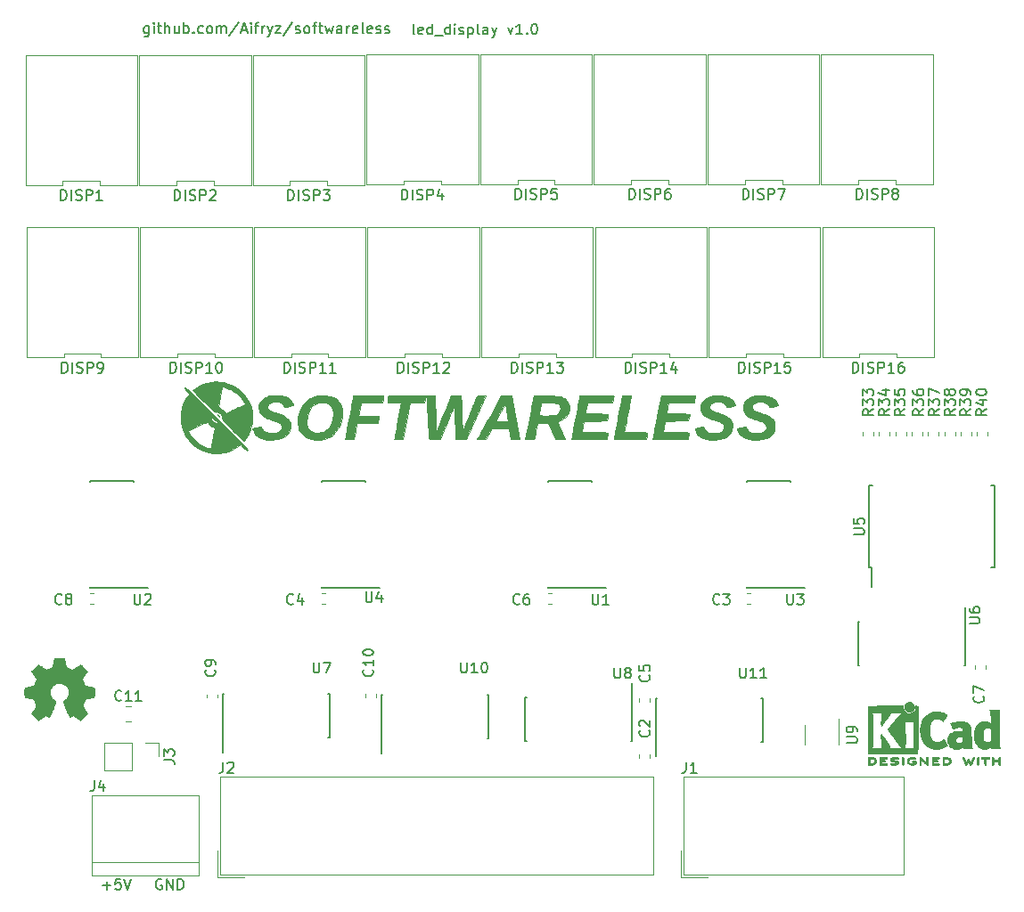
<source format=gto>
%TF.GenerationSoftware,KiCad,Pcbnew,(5.1.0)-1*%
%TF.CreationDate,2022-03-22T21:10:23+01:00*%
%TF.ProjectId,led_display,6c65645f-6469-4737-906c-61792e6b6963,rev?*%
%TF.SameCoordinates,Original*%
%TF.FileFunction,Legend,Top*%
%TF.FilePolarity,Positive*%
%FSLAX46Y46*%
G04 Gerber Fmt 4.6, Leading zero omitted, Abs format (unit mm)*
G04 Created by KiCad (PCBNEW (5.1.0)-1) date 2022-03-22 21:10:23*
%MOMM*%
%LPD*%
G04 APERTURE LIST*
%ADD10C,0.150000*%
%ADD11C,0.010000*%
%ADD12C,0.120000*%
%ADD13C,3.302000*%
%ADD14C,3.102000*%
%ADD15R,3.102000X3.102000*%
%ADD16O,1.802000X1.802000*%
%ADD17R,1.802000X1.802000*%
%ADD18C,0.100000*%
%ADD19C,1.077000*%
%ADD20C,0.977000*%
%ADD21O,2.102000X1.302000*%
%ADD22O,1.829200X1.829200*%
%ADD23R,1.829200X1.829200*%
%ADD24R,0.702000X1.602000*%
%ADD25R,0.752000X1.162000*%
%ADD26R,0.702000X2.102000*%
%ADD27R,1.602000X0.702000*%
G04 APERTURE END LIST*
D10*
X98338095Y-128100000D02*
X98242857Y-128052380D01*
X98100000Y-128052380D01*
X97957142Y-128100000D01*
X97861904Y-128195238D01*
X97814285Y-128290476D01*
X97766666Y-128480952D01*
X97766666Y-128623809D01*
X97814285Y-128814285D01*
X97861904Y-128909523D01*
X97957142Y-129004761D01*
X98100000Y-129052380D01*
X98195238Y-129052380D01*
X98338095Y-129004761D01*
X98385714Y-128957142D01*
X98385714Y-128623809D01*
X98195238Y-128623809D01*
X98814285Y-129052380D02*
X98814285Y-128052380D01*
X99385714Y-129052380D01*
X99385714Y-128052380D01*
X99861904Y-129052380D02*
X99861904Y-128052380D01*
X100100000Y-128052380D01*
X100242857Y-128100000D01*
X100338095Y-128195238D01*
X100385714Y-128290476D01*
X100433333Y-128480952D01*
X100433333Y-128623809D01*
X100385714Y-128814285D01*
X100338095Y-128909523D01*
X100242857Y-129004761D01*
X100100000Y-129052380D01*
X99861904Y-129052380D01*
X92714285Y-128671428D02*
X93476190Y-128671428D01*
X93095238Y-129052380D02*
X93095238Y-128290476D01*
X94428571Y-128052380D02*
X93952380Y-128052380D01*
X93904761Y-128528571D01*
X93952380Y-128480952D01*
X94047619Y-128433333D01*
X94285714Y-128433333D01*
X94380952Y-128480952D01*
X94428571Y-128528571D01*
X94476190Y-128623809D01*
X94476190Y-128861904D01*
X94428571Y-128957142D01*
X94380952Y-129004761D01*
X94285714Y-129052380D01*
X94047619Y-129052380D01*
X93952380Y-129004761D01*
X93904761Y-128957142D01*
X94761904Y-128052380D02*
X95095238Y-129052380D01*
X95428571Y-128052380D01*
X122361904Y-47752380D02*
X122266666Y-47704761D01*
X122219047Y-47609523D01*
X122219047Y-46752380D01*
X123123809Y-47704761D02*
X123028571Y-47752380D01*
X122838095Y-47752380D01*
X122742857Y-47704761D01*
X122695238Y-47609523D01*
X122695238Y-47228571D01*
X122742857Y-47133333D01*
X122838095Y-47085714D01*
X123028571Y-47085714D01*
X123123809Y-47133333D01*
X123171428Y-47228571D01*
X123171428Y-47323809D01*
X122695238Y-47419047D01*
X124028571Y-47752380D02*
X124028571Y-46752380D01*
X124028571Y-47704761D02*
X123933333Y-47752380D01*
X123742857Y-47752380D01*
X123647619Y-47704761D01*
X123600000Y-47657142D01*
X123552380Y-47561904D01*
X123552380Y-47276190D01*
X123600000Y-47180952D01*
X123647619Y-47133333D01*
X123742857Y-47085714D01*
X123933333Y-47085714D01*
X124028571Y-47133333D01*
X124266666Y-47847619D02*
X125028571Y-47847619D01*
X125695238Y-47752380D02*
X125695238Y-46752380D01*
X125695238Y-47704761D02*
X125600000Y-47752380D01*
X125409523Y-47752380D01*
X125314285Y-47704761D01*
X125266666Y-47657142D01*
X125219047Y-47561904D01*
X125219047Y-47276190D01*
X125266666Y-47180952D01*
X125314285Y-47133333D01*
X125409523Y-47085714D01*
X125600000Y-47085714D01*
X125695238Y-47133333D01*
X126171428Y-47752380D02*
X126171428Y-47085714D01*
X126171428Y-46752380D02*
X126123809Y-46800000D01*
X126171428Y-46847619D01*
X126219047Y-46800000D01*
X126171428Y-46752380D01*
X126171428Y-46847619D01*
X126600000Y-47704761D02*
X126695238Y-47752380D01*
X126885714Y-47752380D01*
X126980952Y-47704761D01*
X127028571Y-47609523D01*
X127028571Y-47561904D01*
X126980952Y-47466666D01*
X126885714Y-47419047D01*
X126742857Y-47419047D01*
X126647619Y-47371428D01*
X126600000Y-47276190D01*
X126600000Y-47228571D01*
X126647619Y-47133333D01*
X126742857Y-47085714D01*
X126885714Y-47085714D01*
X126980952Y-47133333D01*
X127457142Y-47085714D02*
X127457142Y-48085714D01*
X127457142Y-47133333D02*
X127552380Y-47085714D01*
X127742857Y-47085714D01*
X127838095Y-47133333D01*
X127885714Y-47180952D01*
X127933333Y-47276190D01*
X127933333Y-47561904D01*
X127885714Y-47657142D01*
X127838095Y-47704761D01*
X127742857Y-47752380D01*
X127552380Y-47752380D01*
X127457142Y-47704761D01*
X128504761Y-47752380D02*
X128409523Y-47704761D01*
X128361904Y-47609523D01*
X128361904Y-46752380D01*
X129314285Y-47752380D02*
X129314285Y-47228571D01*
X129266666Y-47133333D01*
X129171428Y-47085714D01*
X128980952Y-47085714D01*
X128885714Y-47133333D01*
X129314285Y-47704761D02*
X129219047Y-47752380D01*
X128980952Y-47752380D01*
X128885714Y-47704761D01*
X128838095Y-47609523D01*
X128838095Y-47514285D01*
X128885714Y-47419047D01*
X128980952Y-47371428D01*
X129219047Y-47371428D01*
X129314285Y-47323809D01*
X129695238Y-47085714D02*
X129933333Y-47752380D01*
X130171428Y-47085714D02*
X129933333Y-47752380D01*
X129838095Y-47990476D01*
X129790476Y-48038095D01*
X129695238Y-48085714D01*
X131219047Y-47085714D02*
X131457142Y-47752380D01*
X131695238Y-47085714D01*
X132600000Y-47752380D02*
X132028571Y-47752380D01*
X132314285Y-47752380D02*
X132314285Y-46752380D01*
X132219047Y-46895238D01*
X132123809Y-46990476D01*
X132028571Y-47038095D01*
X133028571Y-47657142D02*
X133076190Y-47704761D01*
X133028571Y-47752380D01*
X132980952Y-47704761D01*
X133028571Y-47657142D01*
X133028571Y-47752380D01*
X133695238Y-46752380D02*
X133790476Y-46752380D01*
X133885714Y-46800000D01*
X133933333Y-46847619D01*
X133980952Y-46942857D01*
X134028571Y-47133333D01*
X134028571Y-47371428D01*
X133980952Y-47561904D01*
X133933333Y-47657142D01*
X133885714Y-47704761D01*
X133790476Y-47752380D01*
X133695238Y-47752380D01*
X133600000Y-47704761D01*
X133552380Y-47657142D01*
X133504761Y-47561904D01*
X133457142Y-47371428D01*
X133457142Y-47133333D01*
X133504761Y-46942857D01*
X133552380Y-46847619D01*
X133600000Y-46800000D01*
X133695238Y-46752380D01*
X97109523Y-46985714D02*
X97109523Y-47795238D01*
X97061904Y-47890476D01*
X97014285Y-47938095D01*
X96919047Y-47985714D01*
X96776190Y-47985714D01*
X96680952Y-47938095D01*
X97109523Y-47604761D02*
X97014285Y-47652380D01*
X96823809Y-47652380D01*
X96728571Y-47604761D01*
X96680952Y-47557142D01*
X96633333Y-47461904D01*
X96633333Y-47176190D01*
X96680952Y-47080952D01*
X96728571Y-47033333D01*
X96823809Y-46985714D01*
X97014285Y-46985714D01*
X97109523Y-47033333D01*
X97585714Y-47652380D02*
X97585714Y-46985714D01*
X97585714Y-46652380D02*
X97538095Y-46700000D01*
X97585714Y-46747619D01*
X97633333Y-46700000D01*
X97585714Y-46652380D01*
X97585714Y-46747619D01*
X97919047Y-46985714D02*
X98299999Y-46985714D01*
X98061904Y-46652380D02*
X98061904Y-47509523D01*
X98109523Y-47604761D01*
X98204761Y-47652380D01*
X98299999Y-47652380D01*
X98633333Y-47652380D02*
X98633333Y-46652380D01*
X99061904Y-47652380D02*
X99061904Y-47128571D01*
X99014285Y-47033333D01*
X98919047Y-46985714D01*
X98776190Y-46985714D01*
X98680952Y-47033333D01*
X98633333Y-47080952D01*
X99966666Y-46985714D02*
X99966666Y-47652380D01*
X99538095Y-46985714D02*
X99538095Y-47509523D01*
X99585714Y-47604761D01*
X99680952Y-47652380D01*
X99823809Y-47652380D01*
X99919047Y-47604761D01*
X99966666Y-47557142D01*
X100442857Y-47652380D02*
X100442857Y-46652380D01*
X100442857Y-47033333D02*
X100538095Y-46985714D01*
X100728571Y-46985714D01*
X100823809Y-47033333D01*
X100871428Y-47080952D01*
X100919047Y-47176190D01*
X100919047Y-47461904D01*
X100871428Y-47557142D01*
X100823809Y-47604761D01*
X100728571Y-47652380D01*
X100538095Y-47652380D01*
X100442857Y-47604761D01*
X101347619Y-47557142D02*
X101395238Y-47604761D01*
X101347619Y-47652380D01*
X101299999Y-47604761D01*
X101347619Y-47557142D01*
X101347619Y-47652380D01*
X102252380Y-47604761D02*
X102157142Y-47652380D01*
X101966666Y-47652380D01*
X101871428Y-47604761D01*
X101823809Y-47557142D01*
X101776190Y-47461904D01*
X101776190Y-47176190D01*
X101823809Y-47080952D01*
X101871428Y-47033333D01*
X101966666Y-46985714D01*
X102157142Y-46985714D01*
X102252380Y-47033333D01*
X102823809Y-47652380D02*
X102728571Y-47604761D01*
X102680952Y-47557142D01*
X102633333Y-47461904D01*
X102633333Y-47176190D01*
X102680952Y-47080952D01*
X102728571Y-47033333D01*
X102823809Y-46985714D01*
X102966666Y-46985714D01*
X103061904Y-47033333D01*
X103109523Y-47080952D01*
X103157142Y-47176190D01*
X103157142Y-47461904D01*
X103109523Y-47557142D01*
X103061904Y-47604761D01*
X102966666Y-47652380D01*
X102823809Y-47652380D01*
X103585714Y-47652380D02*
X103585714Y-46985714D01*
X103585714Y-47080952D02*
X103633333Y-47033333D01*
X103728571Y-46985714D01*
X103871428Y-46985714D01*
X103966666Y-47033333D01*
X104014285Y-47128571D01*
X104014285Y-47652380D01*
X104014285Y-47128571D02*
X104061904Y-47033333D01*
X104157142Y-46985714D01*
X104299999Y-46985714D01*
X104395238Y-47033333D01*
X104442857Y-47128571D01*
X104442857Y-47652380D01*
X105633333Y-46604761D02*
X104776190Y-47890476D01*
X105919047Y-47366666D02*
X106395238Y-47366666D01*
X105823809Y-47652380D02*
X106157142Y-46652380D01*
X106490476Y-47652380D01*
X106823809Y-47652380D02*
X106823809Y-46985714D01*
X106823809Y-46652380D02*
X106776190Y-46700000D01*
X106823809Y-46747619D01*
X106871428Y-46700000D01*
X106823809Y-46652380D01*
X106823809Y-46747619D01*
X107157142Y-46985714D02*
X107538095Y-46985714D01*
X107299999Y-47652380D02*
X107299999Y-46795238D01*
X107347619Y-46700000D01*
X107442857Y-46652380D01*
X107538095Y-46652380D01*
X107871428Y-47652380D02*
X107871428Y-46985714D01*
X107871428Y-47176190D02*
X107919047Y-47080952D01*
X107966666Y-47033333D01*
X108061904Y-46985714D01*
X108157142Y-46985714D01*
X108395238Y-46985714D02*
X108633333Y-47652380D01*
X108871428Y-46985714D02*
X108633333Y-47652380D01*
X108538095Y-47890476D01*
X108490476Y-47938095D01*
X108395238Y-47985714D01*
X109157142Y-46985714D02*
X109680952Y-46985714D01*
X109157142Y-47652380D01*
X109680952Y-47652380D01*
X110776190Y-46604761D02*
X109919047Y-47890476D01*
X111061904Y-47604761D02*
X111157142Y-47652380D01*
X111347619Y-47652380D01*
X111442857Y-47604761D01*
X111490476Y-47509523D01*
X111490476Y-47461904D01*
X111442857Y-47366666D01*
X111347619Y-47319047D01*
X111204761Y-47319047D01*
X111109523Y-47271428D01*
X111061904Y-47176190D01*
X111061904Y-47128571D01*
X111109523Y-47033333D01*
X111204761Y-46985714D01*
X111347619Y-46985714D01*
X111442857Y-47033333D01*
X112061904Y-47652380D02*
X111966666Y-47604761D01*
X111919047Y-47557142D01*
X111871428Y-47461904D01*
X111871428Y-47176190D01*
X111919047Y-47080952D01*
X111966666Y-47033333D01*
X112061904Y-46985714D01*
X112204761Y-46985714D01*
X112299999Y-47033333D01*
X112347619Y-47080952D01*
X112395238Y-47176190D01*
X112395238Y-47461904D01*
X112347619Y-47557142D01*
X112299999Y-47604761D01*
X112204761Y-47652380D01*
X112061904Y-47652380D01*
X112680952Y-46985714D02*
X113061904Y-46985714D01*
X112823809Y-47652380D02*
X112823809Y-46795238D01*
X112871428Y-46700000D01*
X112966666Y-46652380D01*
X113061904Y-46652380D01*
X113252380Y-46985714D02*
X113633333Y-46985714D01*
X113395238Y-46652380D02*
X113395238Y-47509523D01*
X113442857Y-47604761D01*
X113538095Y-47652380D01*
X113633333Y-47652380D01*
X113871428Y-46985714D02*
X114061904Y-47652380D01*
X114252380Y-47176190D01*
X114442857Y-47652380D01*
X114633333Y-46985714D01*
X115442857Y-47652380D02*
X115442857Y-47128571D01*
X115395238Y-47033333D01*
X115299999Y-46985714D01*
X115109523Y-46985714D01*
X115014285Y-47033333D01*
X115442857Y-47604761D02*
X115347619Y-47652380D01*
X115109523Y-47652380D01*
X115014285Y-47604761D01*
X114966666Y-47509523D01*
X114966666Y-47414285D01*
X115014285Y-47319047D01*
X115109523Y-47271428D01*
X115347619Y-47271428D01*
X115442857Y-47223809D01*
X115919047Y-47652380D02*
X115919047Y-46985714D01*
X115919047Y-47176190D02*
X115966666Y-47080952D01*
X116014285Y-47033333D01*
X116109523Y-46985714D01*
X116204761Y-46985714D01*
X116919047Y-47604761D02*
X116823809Y-47652380D01*
X116633333Y-47652380D01*
X116538095Y-47604761D01*
X116490476Y-47509523D01*
X116490476Y-47128571D01*
X116538095Y-47033333D01*
X116633333Y-46985714D01*
X116823809Y-46985714D01*
X116919047Y-47033333D01*
X116966666Y-47128571D01*
X116966666Y-47223809D01*
X116490476Y-47319047D01*
X117538095Y-47652380D02*
X117442857Y-47604761D01*
X117395238Y-47509523D01*
X117395238Y-46652380D01*
X118299999Y-47604761D02*
X118204761Y-47652380D01*
X118014285Y-47652380D01*
X117919047Y-47604761D01*
X117871428Y-47509523D01*
X117871428Y-47128571D01*
X117919047Y-47033333D01*
X118014285Y-46985714D01*
X118204761Y-46985714D01*
X118299999Y-47033333D01*
X118347619Y-47128571D01*
X118347619Y-47223809D01*
X117871428Y-47319047D01*
X118728571Y-47604761D02*
X118823809Y-47652380D01*
X119014285Y-47652380D01*
X119109523Y-47604761D01*
X119157142Y-47509523D01*
X119157142Y-47461904D01*
X119109523Y-47366666D01*
X119014285Y-47319047D01*
X118871428Y-47319047D01*
X118776190Y-47271428D01*
X118728571Y-47176190D01*
X118728571Y-47128571D01*
X118776190Y-47033333D01*
X118871428Y-46985714D01*
X119014285Y-46985714D01*
X119109523Y-47033333D01*
X119538095Y-47604761D02*
X119633333Y-47652380D01*
X119823809Y-47652380D01*
X119919047Y-47604761D01*
X119966666Y-47509523D01*
X119966666Y-47461904D01*
X119919047Y-47366666D01*
X119823809Y-47319047D01*
X119680952Y-47319047D01*
X119585714Y-47271428D01*
X119538095Y-47176190D01*
X119538095Y-47128571D01*
X119585714Y-47033333D01*
X119680952Y-46985714D01*
X119823809Y-46985714D01*
X119919047Y-47033333D01*
D11*
G36*
X89155814Y-107468931D02*
G01*
X89239635Y-107913555D01*
X89548920Y-108041053D01*
X89858206Y-108168551D01*
X90229246Y-107916246D01*
X90333157Y-107845996D01*
X90427087Y-107783272D01*
X90506652Y-107730938D01*
X90567470Y-107691857D01*
X90605157Y-107668893D01*
X90615421Y-107663942D01*
X90633910Y-107676676D01*
X90673420Y-107711882D01*
X90729522Y-107765062D01*
X90797787Y-107831718D01*
X90873786Y-107907354D01*
X90953092Y-107987472D01*
X91031275Y-108067574D01*
X91103907Y-108143164D01*
X91166559Y-108209745D01*
X91214803Y-108262818D01*
X91244210Y-108297887D01*
X91251241Y-108309623D01*
X91241123Y-108331260D01*
X91212759Y-108378662D01*
X91169129Y-108447193D01*
X91113218Y-108532215D01*
X91048006Y-108629093D01*
X91010219Y-108684350D01*
X90941343Y-108785248D01*
X90880140Y-108876299D01*
X90829578Y-108952970D01*
X90792628Y-109010728D01*
X90772258Y-109045043D01*
X90769197Y-109052254D01*
X90776136Y-109072748D01*
X90795051Y-109120513D01*
X90823087Y-109188832D01*
X90857391Y-109270989D01*
X90895109Y-109360270D01*
X90933387Y-109449958D01*
X90969370Y-109533338D01*
X91000206Y-109603694D01*
X91023039Y-109654310D01*
X91035017Y-109678471D01*
X91035724Y-109679422D01*
X91054531Y-109684036D01*
X91104618Y-109694328D01*
X91180793Y-109709287D01*
X91277865Y-109727901D01*
X91390643Y-109749159D01*
X91456442Y-109761418D01*
X91576950Y-109784362D01*
X91685797Y-109806195D01*
X91777476Y-109825722D01*
X91846481Y-109841748D01*
X91887304Y-109853079D01*
X91895511Y-109856674D01*
X91903548Y-109881006D01*
X91910033Y-109935959D01*
X91914970Y-110015108D01*
X91918364Y-110112026D01*
X91920218Y-110220287D01*
X91920538Y-110333465D01*
X91919327Y-110445135D01*
X91916590Y-110548868D01*
X91912331Y-110638241D01*
X91906555Y-110706826D01*
X91899267Y-110748197D01*
X91894895Y-110756810D01*
X91868764Y-110767133D01*
X91813393Y-110781892D01*
X91736107Y-110799352D01*
X91644230Y-110817780D01*
X91612158Y-110823741D01*
X91457524Y-110852066D01*
X91335375Y-110874876D01*
X91241673Y-110893080D01*
X91172384Y-110907583D01*
X91123471Y-110919292D01*
X91090897Y-110929115D01*
X91070628Y-110937956D01*
X91058626Y-110946724D01*
X91056947Y-110948457D01*
X91040184Y-110976371D01*
X91014614Y-111030695D01*
X90982788Y-111104777D01*
X90947260Y-111191965D01*
X90910583Y-111285608D01*
X90875311Y-111379052D01*
X90843996Y-111465647D01*
X90819193Y-111538740D01*
X90803454Y-111591678D01*
X90799332Y-111617811D01*
X90799676Y-111618726D01*
X90813641Y-111640086D01*
X90845322Y-111687084D01*
X90891391Y-111754827D01*
X90948518Y-111838423D01*
X91013373Y-111932982D01*
X91031843Y-111959854D01*
X91097699Y-112057275D01*
X91155650Y-112146163D01*
X91202538Y-112221412D01*
X91235207Y-112277920D01*
X91250500Y-112310581D01*
X91251241Y-112314593D01*
X91238392Y-112335684D01*
X91202888Y-112377464D01*
X91149293Y-112435445D01*
X91082171Y-112505135D01*
X91006087Y-112582045D01*
X90925604Y-112661683D01*
X90845287Y-112739561D01*
X90769699Y-112811186D01*
X90703405Y-112872070D01*
X90650969Y-112917721D01*
X90616955Y-112943650D01*
X90607545Y-112947883D01*
X90585643Y-112937912D01*
X90540800Y-112911020D01*
X90480321Y-112871736D01*
X90433789Y-112840117D01*
X90349475Y-112782098D01*
X90249626Y-112713784D01*
X90149473Y-112645579D01*
X90095627Y-112609075D01*
X89913371Y-112485800D01*
X89760381Y-112568520D01*
X89690682Y-112604759D01*
X89631414Y-112632926D01*
X89591311Y-112648991D01*
X89581103Y-112651226D01*
X89568829Y-112634722D01*
X89544613Y-112588082D01*
X89510263Y-112515609D01*
X89467588Y-112421606D01*
X89418394Y-112310374D01*
X89364490Y-112186215D01*
X89307684Y-112053432D01*
X89249782Y-111916327D01*
X89192593Y-111779202D01*
X89137924Y-111646358D01*
X89087584Y-111522098D01*
X89043380Y-111410725D01*
X89007119Y-111316539D01*
X88980609Y-111243844D01*
X88965658Y-111196941D01*
X88963254Y-111180833D01*
X88982311Y-111160286D01*
X89024036Y-111126933D01*
X89079706Y-111087702D01*
X89084378Y-111084599D01*
X89228264Y-110969423D01*
X89344283Y-110835053D01*
X89431430Y-110685784D01*
X89488699Y-110525913D01*
X89515086Y-110359737D01*
X89509585Y-110191552D01*
X89471190Y-110025655D01*
X89398895Y-109866342D01*
X89377626Y-109831487D01*
X89266996Y-109690737D01*
X89136302Y-109577714D01*
X88990064Y-109493003D01*
X88832808Y-109437194D01*
X88669057Y-109410874D01*
X88503333Y-109414630D01*
X88340162Y-109449050D01*
X88184065Y-109514723D01*
X88039567Y-109612235D01*
X87994869Y-109651813D01*
X87881112Y-109775703D01*
X87798218Y-109906124D01*
X87741356Y-110052315D01*
X87709687Y-110197088D01*
X87701869Y-110359860D01*
X87727938Y-110523440D01*
X87785245Y-110682298D01*
X87871144Y-110830906D01*
X87982986Y-110963735D01*
X88118123Y-111075256D01*
X88135883Y-111087011D01*
X88192150Y-111125508D01*
X88234923Y-111158863D01*
X88255372Y-111180160D01*
X88255669Y-111180833D01*
X88251279Y-111203871D01*
X88233876Y-111256157D01*
X88205268Y-111333390D01*
X88167265Y-111431268D01*
X88121674Y-111545491D01*
X88070303Y-111671758D01*
X88014962Y-111805767D01*
X87957458Y-111943218D01*
X87899601Y-112079808D01*
X87843198Y-112211237D01*
X87790058Y-112333205D01*
X87741990Y-112441409D01*
X87700801Y-112531549D01*
X87668301Y-112599323D01*
X87646297Y-112640430D01*
X87637436Y-112651226D01*
X87610360Y-112642819D01*
X87559697Y-112620272D01*
X87494183Y-112587613D01*
X87458159Y-112568520D01*
X87305168Y-112485800D01*
X87122912Y-112609075D01*
X87029875Y-112672228D01*
X86928015Y-112741727D01*
X86832562Y-112807165D01*
X86784750Y-112840117D01*
X86717505Y-112885273D01*
X86660564Y-112921057D01*
X86621354Y-112942938D01*
X86608619Y-112947563D01*
X86590083Y-112935085D01*
X86549059Y-112900252D01*
X86489525Y-112846678D01*
X86415458Y-112777983D01*
X86330835Y-112697781D01*
X86277315Y-112646286D01*
X86183681Y-112554286D01*
X86102759Y-112471999D01*
X86037823Y-112402945D01*
X85992142Y-112350644D01*
X85968989Y-112318616D01*
X85966768Y-112312116D01*
X85977076Y-112287394D01*
X86005561Y-112237405D01*
X86049063Y-112167212D01*
X86104423Y-112081875D01*
X86168480Y-111986456D01*
X86186697Y-111959854D01*
X86253073Y-111863167D01*
X86312622Y-111776117D01*
X86362016Y-111703595D01*
X86397925Y-111650493D01*
X86417019Y-111621703D01*
X86418864Y-111618726D01*
X86416105Y-111595782D01*
X86401462Y-111545336D01*
X86377487Y-111474041D01*
X86346734Y-111388547D01*
X86311756Y-111295507D01*
X86275107Y-111201574D01*
X86239339Y-111113399D01*
X86207006Y-111037634D01*
X86180662Y-110980931D01*
X86162858Y-110949943D01*
X86161593Y-110948457D01*
X86150706Y-110939601D01*
X86132318Y-110930843D01*
X86102394Y-110921277D01*
X86056897Y-110909996D01*
X85991791Y-110896093D01*
X85903039Y-110878663D01*
X85786607Y-110856798D01*
X85638458Y-110829591D01*
X85606382Y-110823741D01*
X85511314Y-110805374D01*
X85428435Y-110787405D01*
X85365070Y-110771569D01*
X85328542Y-110759600D01*
X85323644Y-110756810D01*
X85315573Y-110732072D01*
X85309013Y-110676790D01*
X85303967Y-110597389D01*
X85300441Y-110500296D01*
X85298439Y-110391938D01*
X85297964Y-110278740D01*
X85299023Y-110167128D01*
X85301618Y-110063529D01*
X85305754Y-109974368D01*
X85311437Y-109906072D01*
X85318669Y-109865066D01*
X85323029Y-109856674D01*
X85347302Y-109848208D01*
X85402574Y-109834435D01*
X85483338Y-109816550D01*
X85584088Y-109795748D01*
X85699317Y-109773223D01*
X85762098Y-109761418D01*
X85881213Y-109739151D01*
X85987435Y-109718979D01*
X86075573Y-109701915D01*
X86140434Y-109688969D01*
X86176826Y-109681155D01*
X86182816Y-109679422D01*
X86192939Y-109659890D01*
X86214338Y-109612843D01*
X86244161Y-109545003D01*
X86279555Y-109463091D01*
X86317668Y-109373828D01*
X86355647Y-109283935D01*
X86390640Y-109200135D01*
X86419794Y-109129147D01*
X86440257Y-109077694D01*
X86449177Y-109052497D01*
X86449343Y-109051396D01*
X86439231Y-109031519D01*
X86410883Y-108985777D01*
X86367277Y-108918717D01*
X86311394Y-108834884D01*
X86246213Y-108738826D01*
X86208321Y-108683650D01*
X86139275Y-108582481D01*
X86077950Y-108490630D01*
X86027337Y-108412744D01*
X85990429Y-108353469D01*
X85970218Y-108317451D01*
X85967299Y-108309377D01*
X85979847Y-108290584D01*
X86014537Y-108250457D01*
X86066937Y-108193493D01*
X86132616Y-108124185D01*
X86207144Y-108047031D01*
X86286087Y-107966525D01*
X86365017Y-107887163D01*
X86439500Y-107813440D01*
X86505106Y-107749852D01*
X86557404Y-107700894D01*
X86591961Y-107671061D01*
X86603522Y-107663942D01*
X86622346Y-107673953D01*
X86667369Y-107702078D01*
X86734213Y-107745454D01*
X86818501Y-107801218D01*
X86915856Y-107866506D01*
X86989293Y-107916246D01*
X87360333Y-108168551D01*
X87978905Y-107913555D01*
X88062725Y-107468931D01*
X88146546Y-107024307D01*
X89071994Y-107024307D01*
X89155814Y-107468931D01*
X89155814Y-107468931D01*
G37*
X89155814Y-107468931D02*
X89239635Y-107913555D01*
X89548920Y-108041053D01*
X89858206Y-108168551D01*
X90229246Y-107916246D01*
X90333157Y-107845996D01*
X90427087Y-107783272D01*
X90506652Y-107730938D01*
X90567470Y-107691857D01*
X90605157Y-107668893D01*
X90615421Y-107663942D01*
X90633910Y-107676676D01*
X90673420Y-107711882D01*
X90729522Y-107765062D01*
X90797787Y-107831718D01*
X90873786Y-107907354D01*
X90953092Y-107987472D01*
X91031275Y-108067574D01*
X91103907Y-108143164D01*
X91166559Y-108209745D01*
X91214803Y-108262818D01*
X91244210Y-108297887D01*
X91251241Y-108309623D01*
X91241123Y-108331260D01*
X91212759Y-108378662D01*
X91169129Y-108447193D01*
X91113218Y-108532215D01*
X91048006Y-108629093D01*
X91010219Y-108684350D01*
X90941343Y-108785248D01*
X90880140Y-108876299D01*
X90829578Y-108952970D01*
X90792628Y-109010728D01*
X90772258Y-109045043D01*
X90769197Y-109052254D01*
X90776136Y-109072748D01*
X90795051Y-109120513D01*
X90823087Y-109188832D01*
X90857391Y-109270989D01*
X90895109Y-109360270D01*
X90933387Y-109449958D01*
X90969370Y-109533338D01*
X91000206Y-109603694D01*
X91023039Y-109654310D01*
X91035017Y-109678471D01*
X91035724Y-109679422D01*
X91054531Y-109684036D01*
X91104618Y-109694328D01*
X91180793Y-109709287D01*
X91277865Y-109727901D01*
X91390643Y-109749159D01*
X91456442Y-109761418D01*
X91576950Y-109784362D01*
X91685797Y-109806195D01*
X91777476Y-109825722D01*
X91846481Y-109841748D01*
X91887304Y-109853079D01*
X91895511Y-109856674D01*
X91903548Y-109881006D01*
X91910033Y-109935959D01*
X91914970Y-110015108D01*
X91918364Y-110112026D01*
X91920218Y-110220287D01*
X91920538Y-110333465D01*
X91919327Y-110445135D01*
X91916590Y-110548868D01*
X91912331Y-110638241D01*
X91906555Y-110706826D01*
X91899267Y-110748197D01*
X91894895Y-110756810D01*
X91868764Y-110767133D01*
X91813393Y-110781892D01*
X91736107Y-110799352D01*
X91644230Y-110817780D01*
X91612158Y-110823741D01*
X91457524Y-110852066D01*
X91335375Y-110874876D01*
X91241673Y-110893080D01*
X91172384Y-110907583D01*
X91123471Y-110919292D01*
X91090897Y-110929115D01*
X91070628Y-110937956D01*
X91058626Y-110946724D01*
X91056947Y-110948457D01*
X91040184Y-110976371D01*
X91014614Y-111030695D01*
X90982788Y-111104777D01*
X90947260Y-111191965D01*
X90910583Y-111285608D01*
X90875311Y-111379052D01*
X90843996Y-111465647D01*
X90819193Y-111538740D01*
X90803454Y-111591678D01*
X90799332Y-111617811D01*
X90799676Y-111618726D01*
X90813641Y-111640086D01*
X90845322Y-111687084D01*
X90891391Y-111754827D01*
X90948518Y-111838423D01*
X91013373Y-111932982D01*
X91031843Y-111959854D01*
X91097699Y-112057275D01*
X91155650Y-112146163D01*
X91202538Y-112221412D01*
X91235207Y-112277920D01*
X91250500Y-112310581D01*
X91251241Y-112314593D01*
X91238392Y-112335684D01*
X91202888Y-112377464D01*
X91149293Y-112435445D01*
X91082171Y-112505135D01*
X91006087Y-112582045D01*
X90925604Y-112661683D01*
X90845287Y-112739561D01*
X90769699Y-112811186D01*
X90703405Y-112872070D01*
X90650969Y-112917721D01*
X90616955Y-112943650D01*
X90607545Y-112947883D01*
X90585643Y-112937912D01*
X90540800Y-112911020D01*
X90480321Y-112871736D01*
X90433789Y-112840117D01*
X90349475Y-112782098D01*
X90249626Y-112713784D01*
X90149473Y-112645579D01*
X90095627Y-112609075D01*
X89913371Y-112485800D01*
X89760381Y-112568520D01*
X89690682Y-112604759D01*
X89631414Y-112632926D01*
X89591311Y-112648991D01*
X89581103Y-112651226D01*
X89568829Y-112634722D01*
X89544613Y-112588082D01*
X89510263Y-112515609D01*
X89467588Y-112421606D01*
X89418394Y-112310374D01*
X89364490Y-112186215D01*
X89307684Y-112053432D01*
X89249782Y-111916327D01*
X89192593Y-111779202D01*
X89137924Y-111646358D01*
X89087584Y-111522098D01*
X89043380Y-111410725D01*
X89007119Y-111316539D01*
X88980609Y-111243844D01*
X88965658Y-111196941D01*
X88963254Y-111180833D01*
X88982311Y-111160286D01*
X89024036Y-111126933D01*
X89079706Y-111087702D01*
X89084378Y-111084599D01*
X89228264Y-110969423D01*
X89344283Y-110835053D01*
X89431430Y-110685784D01*
X89488699Y-110525913D01*
X89515086Y-110359737D01*
X89509585Y-110191552D01*
X89471190Y-110025655D01*
X89398895Y-109866342D01*
X89377626Y-109831487D01*
X89266996Y-109690737D01*
X89136302Y-109577714D01*
X88990064Y-109493003D01*
X88832808Y-109437194D01*
X88669057Y-109410874D01*
X88503333Y-109414630D01*
X88340162Y-109449050D01*
X88184065Y-109514723D01*
X88039567Y-109612235D01*
X87994869Y-109651813D01*
X87881112Y-109775703D01*
X87798218Y-109906124D01*
X87741356Y-110052315D01*
X87709687Y-110197088D01*
X87701869Y-110359860D01*
X87727938Y-110523440D01*
X87785245Y-110682298D01*
X87871144Y-110830906D01*
X87982986Y-110963735D01*
X88118123Y-111075256D01*
X88135883Y-111087011D01*
X88192150Y-111125508D01*
X88234923Y-111158863D01*
X88255372Y-111180160D01*
X88255669Y-111180833D01*
X88251279Y-111203871D01*
X88233876Y-111256157D01*
X88205268Y-111333390D01*
X88167265Y-111431268D01*
X88121674Y-111545491D01*
X88070303Y-111671758D01*
X88014962Y-111805767D01*
X87957458Y-111943218D01*
X87899601Y-112079808D01*
X87843198Y-112211237D01*
X87790058Y-112333205D01*
X87741990Y-112441409D01*
X87700801Y-112531549D01*
X87668301Y-112599323D01*
X87646297Y-112640430D01*
X87637436Y-112651226D01*
X87610360Y-112642819D01*
X87559697Y-112620272D01*
X87494183Y-112587613D01*
X87458159Y-112568520D01*
X87305168Y-112485800D01*
X87122912Y-112609075D01*
X87029875Y-112672228D01*
X86928015Y-112741727D01*
X86832562Y-112807165D01*
X86784750Y-112840117D01*
X86717505Y-112885273D01*
X86660564Y-112921057D01*
X86621354Y-112942938D01*
X86608619Y-112947563D01*
X86590083Y-112935085D01*
X86549059Y-112900252D01*
X86489525Y-112846678D01*
X86415458Y-112777983D01*
X86330835Y-112697781D01*
X86277315Y-112646286D01*
X86183681Y-112554286D01*
X86102759Y-112471999D01*
X86037823Y-112402945D01*
X85992142Y-112350644D01*
X85968989Y-112318616D01*
X85966768Y-112312116D01*
X85977076Y-112287394D01*
X86005561Y-112237405D01*
X86049063Y-112167212D01*
X86104423Y-112081875D01*
X86168480Y-111986456D01*
X86186697Y-111959854D01*
X86253073Y-111863167D01*
X86312622Y-111776117D01*
X86362016Y-111703595D01*
X86397925Y-111650493D01*
X86417019Y-111621703D01*
X86418864Y-111618726D01*
X86416105Y-111595782D01*
X86401462Y-111545336D01*
X86377487Y-111474041D01*
X86346734Y-111388547D01*
X86311756Y-111295507D01*
X86275107Y-111201574D01*
X86239339Y-111113399D01*
X86207006Y-111037634D01*
X86180662Y-110980931D01*
X86162858Y-110949943D01*
X86161593Y-110948457D01*
X86150706Y-110939601D01*
X86132318Y-110930843D01*
X86102394Y-110921277D01*
X86056897Y-110909996D01*
X85991791Y-110896093D01*
X85903039Y-110878663D01*
X85786607Y-110856798D01*
X85638458Y-110829591D01*
X85606382Y-110823741D01*
X85511314Y-110805374D01*
X85428435Y-110787405D01*
X85365070Y-110771569D01*
X85328542Y-110759600D01*
X85323644Y-110756810D01*
X85315573Y-110732072D01*
X85309013Y-110676790D01*
X85303967Y-110597389D01*
X85300441Y-110500296D01*
X85298439Y-110391938D01*
X85297964Y-110278740D01*
X85299023Y-110167128D01*
X85301618Y-110063529D01*
X85305754Y-109974368D01*
X85311437Y-109906072D01*
X85318669Y-109865066D01*
X85323029Y-109856674D01*
X85347302Y-109848208D01*
X85402574Y-109834435D01*
X85483338Y-109816550D01*
X85584088Y-109795748D01*
X85699317Y-109773223D01*
X85762098Y-109761418D01*
X85881213Y-109739151D01*
X85987435Y-109718979D01*
X86075573Y-109701915D01*
X86140434Y-109688969D01*
X86176826Y-109681155D01*
X86182816Y-109679422D01*
X86192939Y-109659890D01*
X86214338Y-109612843D01*
X86244161Y-109545003D01*
X86279555Y-109463091D01*
X86317668Y-109373828D01*
X86355647Y-109283935D01*
X86390640Y-109200135D01*
X86419794Y-109129147D01*
X86440257Y-109077694D01*
X86449177Y-109052497D01*
X86449343Y-109051396D01*
X86439231Y-109031519D01*
X86410883Y-108985777D01*
X86367277Y-108918717D01*
X86311394Y-108834884D01*
X86246213Y-108738826D01*
X86208321Y-108683650D01*
X86139275Y-108582481D01*
X86077950Y-108490630D01*
X86027337Y-108412744D01*
X85990429Y-108353469D01*
X85970218Y-108317451D01*
X85967299Y-108309377D01*
X85979847Y-108290584D01*
X86014537Y-108250457D01*
X86066937Y-108193493D01*
X86132616Y-108124185D01*
X86207144Y-108047031D01*
X86286087Y-107966525D01*
X86365017Y-107887163D01*
X86439500Y-107813440D01*
X86505106Y-107749852D01*
X86557404Y-107700894D01*
X86591961Y-107671061D01*
X86603522Y-107663942D01*
X86622346Y-107673953D01*
X86667369Y-107702078D01*
X86734213Y-107745454D01*
X86818501Y-107801218D01*
X86915856Y-107866506D01*
X86989293Y-107916246D01*
X87360333Y-108168551D01*
X87978905Y-107913555D01*
X88062725Y-107468931D01*
X88146546Y-107024307D01*
X89071994Y-107024307D01*
X89155814Y-107468931D01*
G36*
X177928823Y-116474533D02*
G01*
X177960202Y-116496776D01*
X177987911Y-116524485D01*
X177987911Y-116833920D01*
X177987838Y-116925799D01*
X177987495Y-116997840D01*
X177986692Y-117052780D01*
X177985241Y-117093360D01*
X177982952Y-117122317D01*
X177979636Y-117142391D01*
X177975105Y-117156321D01*
X177969169Y-117166845D01*
X177964514Y-117173100D01*
X177933783Y-117197673D01*
X177898496Y-117200341D01*
X177866245Y-117185271D01*
X177855588Y-117176374D01*
X177848464Y-117164557D01*
X177844167Y-117145526D01*
X177841991Y-117114992D01*
X177841228Y-117068662D01*
X177841155Y-117032871D01*
X177841155Y-116898045D01*
X177344444Y-116898045D01*
X177344444Y-117020700D01*
X177343931Y-117076787D01*
X177341876Y-117115333D01*
X177337508Y-117141361D01*
X177330056Y-117159897D01*
X177321047Y-117173100D01*
X177290144Y-117197604D01*
X177255196Y-117200506D01*
X177221738Y-117183089D01*
X177212604Y-117173959D01*
X177206152Y-117161855D01*
X177201897Y-117143001D01*
X177199352Y-117113620D01*
X177198029Y-117069937D01*
X177197443Y-117008175D01*
X177197375Y-116994000D01*
X177196891Y-116877631D01*
X177196641Y-116781727D01*
X177196723Y-116704177D01*
X177197231Y-116642869D01*
X177198262Y-116595690D01*
X177199913Y-116560530D01*
X177202279Y-116535276D01*
X177205457Y-116517817D01*
X177209544Y-116506041D01*
X177214634Y-116497835D01*
X177220266Y-116491645D01*
X177252128Y-116471844D01*
X177285357Y-116474533D01*
X177316735Y-116496776D01*
X177329433Y-116511126D01*
X177337526Y-116526978D01*
X177342042Y-116549554D01*
X177344006Y-116584078D01*
X177344444Y-116635776D01*
X177344444Y-116751289D01*
X177841155Y-116751289D01*
X177841155Y-116632756D01*
X177841662Y-116578148D01*
X177843698Y-116541275D01*
X177848035Y-116517307D01*
X177855447Y-116501415D01*
X177863733Y-116491645D01*
X177895594Y-116471844D01*
X177928823Y-116474533D01*
X177928823Y-116474533D01*
G37*
X177928823Y-116474533D02*
X177960202Y-116496776D01*
X177987911Y-116524485D01*
X177987911Y-116833920D01*
X177987838Y-116925799D01*
X177987495Y-116997840D01*
X177986692Y-117052780D01*
X177985241Y-117093360D01*
X177982952Y-117122317D01*
X177979636Y-117142391D01*
X177975105Y-117156321D01*
X177969169Y-117166845D01*
X177964514Y-117173100D01*
X177933783Y-117197673D01*
X177898496Y-117200341D01*
X177866245Y-117185271D01*
X177855588Y-117176374D01*
X177848464Y-117164557D01*
X177844167Y-117145526D01*
X177841991Y-117114992D01*
X177841228Y-117068662D01*
X177841155Y-117032871D01*
X177841155Y-116898045D01*
X177344444Y-116898045D01*
X177344444Y-117020700D01*
X177343931Y-117076787D01*
X177341876Y-117115333D01*
X177337508Y-117141361D01*
X177330056Y-117159897D01*
X177321047Y-117173100D01*
X177290144Y-117197604D01*
X177255196Y-117200506D01*
X177221738Y-117183089D01*
X177212604Y-117173959D01*
X177206152Y-117161855D01*
X177201897Y-117143001D01*
X177199352Y-117113620D01*
X177198029Y-117069937D01*
X177197443Y-117008175D01*
X177197375Y-116994000D01*
X177196891Y-116877631D01*
X177196641Y-116781727D01*
X177196723Y-116704177D01*
X177197231Y-116642869D01*
X177198262Y-116595690D01*
X177199913Y-116560530D01*
X177202279Y-116535276D01*
X177205457Y-116517817D01*
X177209544Y-116506041D01*
X177214634Y-116497835D01*
X177220266Y-116491645D01*
X177252128Y-116471844D01*
X177285357Y-116474533D01*
X177316735Y-116496776D01*
X177329433Y-116511126D01*
X177337526Y-116526978D01*
X177342042Y-116549554D01*
X177344006Y-116584078D01*
X177344444Y-116635776D01*
X177344444Y-116751289D01*
X177841155Y-116751289D01*
X177841155Y-116632756D01*
X177841662Y-116578148D01*
X177843698Y-116541275D01*
X177848035Y-116517307D01*
X177855447Y-116501415D01*
X177863733Y-116491645D01*
X177895594Y-116471844D01*
X177928823Y-116474533D01*
G36*
X176663065Y-116469163D02*
G01*
X176741772Y-116469542D01*
X176802863Y-116470333D01*
X176848817Y-116471670D01*
X176882114Y-116473683D01*
X176905236Y-116476506D01*
X176920662Y-116480269D01*
X176930871Y-116485105D01*
X176935813Y-116488822D01*
X176961457Y-116521358D01*
X176964559Y-116555138D01*
X176948711Y-116585826D01*
X176938348Y-116598089D01*
X176927196Y-116606450D01*
X176911035Y-116611657D01*
X176885642Y-116614457D01*
X176846798Y-116615596D01*
X176790280Y-116615821D01*
X176779180Y-116615822D01*
X176633244Y-116615822D01*
X176633244Y-116886756D01*
X176633148Y-116972154D01*
X176632711Y-117037864D01*
X176631712Y-117086774D01*
X176629928Y-117121773D01*
X176627137Y-117145749D01*
X176623117Y-117161593D01*
X176617645Y-117172191D01*
X176610666Y-117180267D01*
X176577734Y-117200112D01*
X176543354Y-117198548D01*
X176512176Y-117175906D01*
X176509886Y-117173100D01*
X176502429Y-117162492D01*
X176496747Y-117150081D01*
X176492601Y-117132850D01*
X176489750Y-117107784D01*
X176487954Y-117071867D01*
X176486972Y-117022083D01*
X176486564Y-116955417D01*
X176486489Y-116879589D01*
X176486489Y-116615822D01*
X176347127Y-116615822D01*
X176287322Y-116615418D01*
X176245918Y-116613840D01*
X176218748Y-116610547D01*
X176201646Y-116604992D01*
X176190443Y-116596631D01*
X176189083Y-116595178D01*
X176172725Y-116561939D01*
X176174172Y-116524362D01*
X176192978Y-116491645D01*
X176200250Y-116485298D01*
X176209627Y-116480266D01*
X176223609Y-116476396D01*
X176244696Y-116473537D01*
X176275389Y-116471535D01*
X176318189Y-116470239D01*
X176375595Y-116469498D01*
X176450110Y-116469158D01*
X176544233Y-116469068D01*
X176564260Y-116469067D01*
X176663065Y-116469163D01*
X176663065Y-116469163D01*
G37*
X176663065Y-116469163D02*
X176741772Y-116469542D01*
X176802863Y-116470333D01*
X176848817Y-116471670D01*
X176882114Y-116473683D01*
X176905236Y-116476506D01*
X176920662Y-116480269D01*
X176930871Y-116485105D01*
X176935813Y-116488822D01*
X176961457Y-116521358D01*
X176964559Y-116555138D01*
X176948711Y-116585826D01*
X176938348Y-116598089D01*
X176927196Y-116606450D01*
X176911035Y-116611657D01*
X176885642Y-116614457D01*
X176846798Y-116615596D01*
X176790280Y-116615821D01*
X176779180Y-116615822D01*
X176633244Y-116615822D01*
X176633244Y-116886756D01*
X176633148Y-116972154D01*
X176632711Y-117037864D01*
X176631712Y-117086774D01*
X176629928Y-117121773D01*
X176627137Y-117145749D01*
X176623117Y-117161593D01*
X176617645Y-117172191D01*
X176610666Y-117180267D01*
X176577734Y-117200112D01*
X176543354Y-117198548D01*
X176512176Y-117175906D01*
X176509886Y-117173100D01*
X176502429Y-117162492D01*
X176496747Y-117150081D01*
X176492601Y-117132850D01*
X176489750Y-117107784D01*
X176487954Y-117071867D01*
X176486972Y-117022083D01*
X176486564Y-116955417D01*
X176486489Y-116879589D01*
X176486489Y-116615822D01*
X176347127Y-116615822D01*
X176287322Y-116615418D01*
X176245918Y-116613840D01*
X176218748Y-116610547D01*
X176201646Y-116604992D01*
X176190443Y-116596631D01*
X176189083Y-116595178D01*
X176172725Y-116561939D01*
X176174172Y-116524362D01*
X176192978Y-116491645D01*
X176200250Y-116485298D01*
X176209627Y-116480266D01*
X176223609Y-116476396D01*
X176244696Y-116473537D01*
X176275389Y-116471535D01*
X176318189Y-116470239D01*
X176375595Y-116469498D01*
X176450110Y-116469158D01*
X176544233Y-116469068D01*
X176564260Y-116469067D01*
X176663065Y-116469163D01*
G36*
X175888614Y-116475877D02*
G01*
X175912327Y-116490647D01*
X175938978Y-116512227D01*
X175938978Y-116833773D01*
X175938893Y-116927830D01*
X175938529Y-117001932D01*
X175937724Y-117058704D01*
X175936313Y-117100768D01*
X175934133Y-117130748D01*
X175931021Y-117151267D01*
X175926814Y-117164949D01*
X175921348Y-117174416D01*
X175917472Y-117179082D01*
X175886034Y-117199575D01*
X175850233Y-117198739D01*
X175818873Y-117181264D01*
X175792222Y-117159684D01*
X175792222Y-116512227D01*
X175818873Y-116490647D01*
X175844594Y-116474949D01*
X175865600Y-116469067D01*
X175888614Y-116475877D01*
X175888614Y-116475877D01*
G37*
X175888614Y-116475877D02*
X175912327Y-116490647D01*
X175938978Y-116512227D01*
X175938978Y-116833773D01*
X175938893Y-116927830D01*
X175938529Y-117001932D01*
X175937724Y-117058704D01*
X175936313Y-117100768D01*
X175934133Y-117130748D01*
X175931021Y-117151267D01*
X175926814Y-117164949D01*
X175921348Y-117174416D01*
X175917472Y-117179082D01*
X175886034Y-117199575D01*
X175850233Y-117198739D01*
X175818873Y-117181264D01*
X175792222Y-117159684D01*
X175792222Y-116512227D01*
X175818873Y-116490647D01*
X175844594Y-116474949D01*
X175865600Y-116469067D01*
X175888614Y-116475877D01*
G36*
X175444665Y-116471034D02*
G01*
X175464255Y-116478035D01*
X175465010Y-116478377D01*
X175491613Y-116498678D01*
X175506270Y-116519561D01*
X175509138Y-116529352D01*
X175508996Y-116542361D01*
X175504961Y-116560895D01*
X175496146Y-116587257D01*
X175481669Y-116623752D01*
X175460645Y-116672687D01*
X175432188Y-116736365D01*
X175395415Y-116817093D01*
X175375175Y-116861216D01*
X175338625Y-116939985D01*
X175304315Y-117012423D01*
X175273552Y-117075880D01*
X175247648Y-117127708D01*
X175227910Y-117165259D01*
X175215650Y-117185884D01*
X175213224Y-117188733D01*
X175182183Y-117201302D01*
X175147121Y-117199619D01*
X175119000Y-117184332D01*
X175117854Y-117183089D01*
X175106668Y-117166154D01*
X175087904Y-117133170D01*
X175063875Y-117088380D01*
X175036897Y-117036032D01*
X175027201Y-117016742D01*
X174954014Y-116870150D01*
X174874240Y-117029393D01*
X174845767Y-117084415D01*
X174819350Y-117132132D01*
X174797148Y-117168893D01*
X174781319Y-117191044D01*
X174775954Y-117195741D01*
X174734257Y-117202102D01*
X174699849Y-117188733D01*
X174689728Y-117174446D01*
X174672214Y-117142692D01*
X174648735Y-117096597D01*
X174620720Y-117039285D01*
X174589599Y-116973880D01*
X174556799Y-116903507D01*
X174523750Y-116831291D01*
X174491881Y-116760355D01*
X174462619Y-116693825D01*
X174437395Y-116634826D01*
X174417636Y-116586481D01*
X174404772Y-116551915D01*
X174400231Y-116534253D01*
X174400277Y-116533613D01*
X174411326Y-116511388D01*
X174433410Y-116488753D01*
X174434710Y-116487768D01*
X174461853Y-116472425D01*
X174486958Y-116472574D01*
X174496368Y-116475466D01*
X174507834Y-116481718D01*
X174520010Y-116494014D01*
X174534357Y-116514908D01*
X174552336Y-116546949D01*
X174575407Y-116592688D01*
X174605030Y-116654677D01*
X174631745Y-116711898D01*
X174662480Y-116778226D01*
X174690021Y-116837874D01*
X174712938Y-116887725D01*
X174729798Y-116924664D01*
X174739173Y-116945573D01*
X174740540Y-116948845D01*
X174746689Y-116943497D01*
X174760822Y-116921109D01*
X174781057Y-116884946D01*
X174805515Y-116838277D01*
X174815248Y-116819022D01*
X174848217Y-116754004D01*
X174873643Y-116706654D01*
X174893612Y-116674219D01*
X174910210Y-116653946D01*
X174925524Y-116643082D01*
X174941640Y-116638875D01*
X174952143Y-116638400D01*
X174970670Y-116640042D01*
X174986904Y-116646831D01*
X175003035Y-116661566D01*
X175021251Y-116687044D01*
X175043739Y-116726061D01*
X175072689Y-116781414D01*
X175088662Y-116812903D01*
X175114570Y-116863087D01*
X175137167Y-116904704D01*
X175154458Y-116934242D01*
X175164450Y-116948189D01*
X175165809Y-116948770D01*
X175172261Y-116937793D01*
X175186708Y-116909290D01*
X175207703Y-116866244D01*
X175233797Y-116811638D01*
X175263546Y-116748454D01*
X175278180Y-116717071D01*
X175316250Y-116636078D01*
X175346905Y-116573756D01*
X175371737Y-116528071D01*
X175392337Y-116496989D01*
X175410298Y-116478478D01*
X175427210Y-116470504D01*
X175444665Y-116471034D01*
X175444665Y-116471034D01*
G37*
X175444665Y-116471034D02*
X175464255Y-116478035D01*
X175465010Y-116478377D01*
X175491613Y-116498678D01*
X175506270Y-116519561D01*
X175509138Y-116529352D01*
X175508996Y-116542361D01*
X175504961Y-116560895D01*
X175496146Y-116587257D01*
X175481669Y-116623752D01*
X175460645Y-116672687D01*
X175432188Y-116736365D01*
X175395415Y-116817093D01*
X175375175Y-116861216D01*
X175338625Y-116939985D01*
X175304315Y-117012423D01*
X175273552Y-117075880D01*
X175247648Y-117127708D01*
X175227910Y-117165259D01*
X175215650Y-117185884D01*
X175213224Y-117188733D01*
X175182183Y-117201302D01*
X175147121Y-117199619D01*
X175119000Y-117184332D01*
X175117854Y-117183089D01*
X175106668Y-117166154D01*
X175087904Y-117133170D01*
X175063875Y-117088380D01*
X175036897Y-117036032D01*
X175027201Y-117016742D01*
X174954014Y-116870150D01*
X174874240Y-117029393D01*
X174845767Y-117084415D01*
X174819350Y-117132132D01*
X174797148Y-117168893D01*
X174781319Y-117191044D01*
X174775954Y-117195741D01*
X174734257Y-117202102D01*
X174699849Y-117188733D01*
X174689728Y-117174446D01*
X174672214Y-117142692D01*
X174648735Y-117096597D01*
X174620720Y-117039285D01*
X174589599Y-116973880D01*
X174556799Y-116903507D01*
X174523750Y-116831291D01*
X174491881Y-116760355D01*
X174462619Y-116693825D01*
X174437395Y-116634826D01*
X174417636Y-116586481D01*
X174404772Y-116551915D01*
X174400231Y-116534253D01*
X174400277Y-116533613D01*
X174411326Y-116511388D01*
X174433410Y-116488753D01*
X174434710Y-116487768D01*
X174461853Y-116472425D01*
X174486958Y-116472574D01*
X174496368Y-116475466D01*
X174507834Y-116481718D01*
X174520010Y-116494014D01*
X174534357Y-116514908D01*
X174552336Y-116546949D01*
X174575407Y-116592688D01*
X174605030Y-116654677D01*
X174631745Y-116711898D01*
X174662480Y-116778226D01*
X174690021Y-116837874D01*
X174712938Y-116887725D01*
X174729798Y-116924664D01*
X174739173Y-116945573D01*
X174740540Y-116948845D01*
X174746689Y-116943497D01*
X174760822Y-116921109D01*
X174781057Y-116884946D01*
X174805515Y-116838277D01*
X174815248Y-116819022D01*
X174848217Y-116754004D01*
X174873643Y-116706654D01*
X174893612Y-116674219D01*
X174910210Y-116653946D01*
X174925524Y-116643082D01*
X174941640Y-116638875D01*
X174952143Y-116638400D01*
X174970670Y-116640042D01*
X174986904Y-116646831D01*
X175003035Y-116661566D01*
X175021251Y-116687044D01*
X175043739Y-116726061D01*
X175072689Y-116781414D01*
X175088662Y-116812903D01*
X175114570Y-116863087D01*
X175137167Y-116904704D01*
X175154458Y-116934242D01*
X175164450Y-116948189D01*
X175165809Y-116948770D01*
X175172261Y-116937793D01*
X175186708Y-116909290D01*
X175207703Y-116866244D01*
X175233797Y-116811638D01*
X175263546Y-116748454D01*
X175278180Y-116717071D01*
X175316250Y-116636078D01*
X175346905Y-116573756D01*
X175371737Y-116528071D01*
X175392337Y-116496989D01*
X175410298Y-116478478D01*
X175427210Y-116470504D01*
X175444665Y-116471034D01*
G36*
X172718309Y-116469275D02*
G01*
X172847288Y-116473636D01*
X172956991Y-116486861D01*
X173049226Y-116509741D01*
X173125802Y-116543070D01*
X173188527Y-116587638D01*
X173239212Y-116644236D01*
X173279663Y-116713658D01*
X173280459Y-116715351D01*
X173304601Y-116777483D01*
X173313203Y-116832509D01*
X173306231Y-116887887D01*
X173283654Y-116951073D01*
X173279372Y-116960689D01*
X173250172Y-117016966D01*
X173217356Y-117060451D01*
X173175002Y-117097417D01*
X173117190Y-117134135D01*
X173113831Y-117136052D01*
X173063504Y-117160227D01*
X173006621Y-117178282D01*
X172939527Y-117190839D01*
X172858565Y-117198522D01*
X172760082Y-117201953D01*
X172725286Y-117202251D01*
X172559594Y-117202845D01*
X172536197Y-117173100D01*
X172529257Y-117163319D01*
X172523842Y-117151897D01*
X172519765Y-117136095D01*
X172516837Y-117113175D01*
X172514867Y-117080396D01*
X172514225Y-117056089D01*
X172670844Y-117056089D01*
X172764726Y-117056089D01*
X172819664Y-117054483D01*
X172876060Y-117050255D01*
X172922345Y-117044292D01*
X172925139Y-117043790D01*
X173007348Y-117021736D01*
X173071114Y-116988600D01*
X173118452Y-116942847D01*
X173151382Y-116882939D01*
X173157108Y-116867061D01*
X173162721Y-116842333D01*
X173160291Y-116817902D01*
X173148467Y-116785400D01*
X173141340Y-116769434D01*
X173118000Y-116727006D01*
X173089880Y-116697240D01*
X173058940Y-116676511D01*
X172996966Y-116649537D01*
X172917651Y-116629998D01*
X172825253Y-116618746D01*
X172758333Y-116616270D01*
X172670844Y-116615822D01*
X172670844Y-117056089D01*
X172514225Y-117056089D01*
X172513668Y-117035021D01*
X172513050Y-116974311D01*
X172512825Y-116895526D01*
X172512800Y-116833920D01*
X172512800Y-116524485D01*
X172540509Y-116496776D01*
X172552806Y-116485544D01*
X172566103Y-116477853D01*
X172584672Y-116473040D01*
X172612786Y-116470446D01*
X172654717Y-116469410D01*
X172714737Y-116469270D01*
X172718309Y-116469275D01*
X172718309Y-116469275D01*
G37*
X172718309Y-116469275D02*
X172847288Y-116473636D01*
X172956991Y-116486861D01*
X173049226Y-116509741D01*
X173125802Y-116543070D01*
X173188527Y-116587638D01*
X173239212Y-116644236D01*
X173279663Y-116713658D01*
X173280459Y-116715351D01*
X173304601Y-116777483D01*
X173313203Y-116832509D01*
X173306231Y-116887887D01*
X173283654Y-116951073D01*
X173279372Y-116960689D01*
X173250172Y-117016966D01*
X173217356Y-117060451D01*
X173175002Y-117097417D01*
X173117190Y-117134135D01*
X173113831Y-117136052D01*
X173063504Y-117160227D01*
X173006621Y-117178282D01*
X172939527Y-117190839D01*
X172858565Y-117198522D01*
X172760082Y-117201953D01*
X172725286Y-117202251D01*
X172559594Y-117202845D01*
X172536197Y-117173100D01*
X172529257Y-117163319D01*
X172523842Y-117151897D01*
X172519765Y-117136095D01*
X172516837Y-117113175D01*
X172514867Y-117080396D01*
X172514225Y-117056089D01*
X172670844Y-117056089D01*
X172764726Y-117056089D01*
X172819664Y-117054483D01*
X172876060Y-117050255D01*
X172922345Y-117044292D01*
X172925139Y-117043790D01*
X173007348Y-117021736D01*
X173071114Y-116988600D01*
X173118452Y-116942847D01*
X173151382Y-116882939D01*
X173157108Y-116867061D01*
X173162721Y-116842333D01*
X173160291Y-116817902D01*
X173148467Y-116785400D01*
X173141340Y-116769434D01*
X173118000Y-116727006D01*
X173089880Y-116697240D01*
X173058940Y-116676511D01*
X172996966Y-116649537D01*
X172917651Y-116629998D01*
X172825253Y-116618746D01*
X172758333Y-116616270D01*
X172670844Y-116615822D01*
X172670844Y-117056089D01*
X172514225Y-117056089D01*
X172513668Y-117035021D01*
X172513050Y-116974311D01*
X172512825Y-116895526D01*
X172512800Y-116833920D01*
X172512800Y-116524485D01*
X172540509Y-116496776D01*
X172552806Y-116485544D01*
X172566103Y-116477853D01*
X172584672Y-116473040D01*
X172612786Y-116470446D01*
X172654717Y-116469410D01*
X172714737Y-116469270D01*
X172718309Y-116469275D01*
G36*
X171930343Y-116469260D02*
G01*
X172006701Y-116470174D01*
X172065217Y-116472311D01*
X172108255Y-116476175D01*
X172138183Y-116482267D01*
X172157368Y-116491090D01*
X172168176Y-116503146D01*
X172172973Y-116518939D01*
X172174127Y-116538970D01*
X172174133Y-116541335D01*
X172173131Y-116563992D01*
X172168396Y-116581503D01*
X172157333Y-116594574D01*
X172137348Y-116603913D01*
X172105846Y-116610227D01*
X172060232Y-116614222D01*
X171997913Y-116616606D01*
X171916293Y-116618086D01*
X171891277Y-116618414D01*
X171649200Y-116621467D01*
X171645814Y-116686378D01*
X171642429Y-116751289D01*
X171810576Y-116751289D01*
X171876266Y-116751531D01*
X171923172Y-116752556D01*
X171955083Y-116754811D01*
X171975791Y-116758742D01*
X171989084Y-116764798D01*
X171998755Y-116773424D01*
X171998817Y-116773493D01*
X172016356Y-116807112D01*
X172015722Y-116843448D01*
X171997314Y-116874423D01*
X171993671Y-116877607D01*
X171980741Y-116885812D01*
X171963024Y-116891521D01*
X171936570Y-116895162D01*
X171897432Y-116897167D01*
X171841662Y-116897964D01*
X171805994Y-116898045D01*
X171643555Y-116898045D01*
X171643555Y-117056089D01*
X171890161Y-117056089D01*
X171971580Y-117056231D01*
X172033410Y-117056814D01*
X172078637Y-117058068D01*
X172110248Y-117060227D01*
X172131231Y-117063523D01*
X172144573Y-117068189D01*
X172153261Y-117074457D01*
X172155450Y-117076733D01*
X172171614Y-117108280D01*
X172172797Y-117144168D01*
X172159536Y-117175285D01*
X172149043Y-117185271D01*
X172138129Y-117190769D01*
X172121217Y-117195022D01*
X172095633Y-117198180D01*
X172058701Y-117200392D01*
X172007746Y-117201806D01*
X171940094Y-117202572D01*
X171853069Y-117202838D01*
X171833394Y-117202845D01*
X171744911Y-117202787D01*
X171676227Y-117202467D01*
X171624564Y-117201667D01*
X171587145Y-117200167D01*
X171561190Y-117197749D01*
X171543922Y-117194194D01*
X171532562Y-117189282D01*
X171524332Y-117182795D01*
X171519817Y-117178138D01*
X171513021Y-117169889D01*
X171507712Y-117159669D01*
X171503706Y-117144800D01*
X171500821Y-117122602D01*
X171498874Y-117090393D01*
X171497681Y-117045496D01*
X171497061Y-116985228D01*
X171496829Y-116906911D01*
X171496800Y-116840994D01*
X171496871Y-116748628D01*
X171497208Y-116676117D01*
X171497998Y-116620737D01*
X171499426Y-116579765D01*
X171501679Y-116550478D01*
X171504943Y-116530153D01*
X171509404Y-116516066D01*
X171515248Y-116505495D01*
X171520197Y-116498811D01*
X171543594Y-116469067D01*
X171833774Y-116469067D01*
X171930343Y-116469260D01*
X171930343Y-116469260D01*
G37*
X171930343Y-116469260D02*
X172006701Y-116470174D01*
X172065217Y-116472311D01*
X172108255Y-116476175D01*
X172138183Y-116482267D01*
X172157368Y-116491090D01*
X172168176Y-116503146D01*
X172172973Y-116518939D01*
X172174127Y-116538970D01*
X172174133Y-116541335D01*
X172173131Y-116563992D01*
X172168396Y-116581503D01*
X172157333Y-116594574D01*
X172137348Y-116603913D01*
X172105846Y-116610227D01*
X172060232Y-116614222D01*
X171997913Y-116616606D01*
X171916293Y-116618086D01*
X171891277Y-116618414D01*
X171649200Y-116621467D01*
X171645814Y-116686378D01*
X171642429Y-116751289D01*
X171810576Y-116751289D01*
X171876266Y-116751531D01*
X171923172Y-116752556D01*
X171955083Y-116754811D01*
X171975791Y-116758742D01*
X171989084Y-116764798D01*
X171998755Y-116773424D01*
X171998817Y-116773493D01*
X172016356Y-116807112D01*
X172015722Y-116843448D01*
X171997314Y-116874423D01*
X171993671Y-116877607D01*
X171980741Y-116885812D01*
X171963024Y-116891521D01*
X171936570Y-116895162D01*
X171897432Y-116897167D01*
X171841662Y-116897964D01*
X171805994Y-116898045D01*
X171643555Y-116898045D01*
X171643555Y-117056089D01*
X171890161Y-117056089D01*
X171971580Y-117056231D01*
X172033410Y-117056814D01*
X172078637Y-117058068D01*
X172110248Y-117060227D01*
X172131231Y-117063523D01*
X172144573Y-117068189D01*
X172153261Y-117074457D01*
X172155450Y-117076733D01*
X172171614Y-117108280D01*
X172172797Y-117144168D01*
X172159536Y-117175285D01*
X172149043Y-117185271D01*
X172138129Y-117190769D01*
X172121217Y-117195022D01*
X172095633Y-117198180D01*
X172058701Y-117200392D01*
X172007746Y-117201806D01*
X171940094Y-117202572D01*
X171853069Y-117202838D01*
X171833394Y-117202845D01*
X171744911Y-117202787D01*
X171676227Y-117202467D01*
X171624564Y-117201667D01*
X171587145Y-117200167D01*
X171561190Y-117197749D01*
X171543922Y-117194194D01*
X171532562Y-117189282D01*
X171524332Y-117182795D01*
X171519817Y-117178138D01*
X171513021Y-117169889D01*
X171507712Y-117159669D01*
X171503706Y-117144800D01*
X171500821Y-117122602D01*
X171498874Y-117090393D01*
X171497681Y-117045496D01*
X171497061Y-116985228D01*
X171496829Y-116906911D01*
X171496800Y-116840994D01*
X171496871Y-116748628D01*
X171497208Y-116676117D01*
X171497998Y-116620737D01*
X171499426Y-116579765D01*
X171501679Y-116550478D01*
X171504943Y-116530153D01*
X171509404Y-116516066D01*
X171515248Y-116505495D01*
X171520197Y-116498811D01*
X171543594Y-116469067D01*
X171833774Y-116469067D01*
X171930343Y-116469260D01*
G36*
X170399886Y-116473448D02*
G01*
X170423452Y-116487273D01*
X170454265Y-116509881D01*
X170493922Y-116542338D01*
X170544020Y-116585708D01*
X170606157Y-116641058D01*
X170681928Y-116709451D01*
X170768666Y-116788084D01*
X170949289Y-116951878D01*
X170954933Y-116732029D01*
X170956971Y-116656351D01*
X170958937Y-116599994D01*
X170961266Y-116559706D01*
X170964394Y-116532235D01*
X170968755Y-116514329D01*
X170974784Y-116502737D01*
X170982916Y-116494208D01*
X170987228Y-116490623D01*
X171021759Y-116471670D01*
X171054617Y-116474441D01*
X171080682Y-116490633D01*
X171107333Y-116512199D01*
X171110648Y-116827151D01*
X171111565Y-116919779D01*
X171112032Y-116992544D01*
X171111887Y-117048161D01*
X171110968Y-117089342D01*
X171109113Y-117118803D01*
X171106161Y-117139255D01*
X171101950Y-117153413D01*
X171096318Y-117163991D01*
X171090073Y-117172474D01*
X171076561Y-117188207D01*
X171063117Y-117198636D01*
X171047876Y-117202639D01*
X171028974Y-117199094D01*
X171004545Y-117186879D01*
X170972727Y-117164871D01*
X170931652Y-117131949D01*
X170879458Y-117086991D01*
X170814278Y-117028875D01*
X170740444Y-116962099D01*
X170475155Y-116721458D01*
X170469511Y-116940589D01*
X170467469Y-117016128D01*
X170465498Y-117072354D01*
X170463161Y-117112524D01*
X170460019Y-117139896D01*
X170455636Y-117157728D01*
X170449576Y-117169279D01*
X170441400Y-117177807D01*
X170437216Y-117181282D01*
X170400235Y-117200372D01*
X170365292Y-117197493D01*
X170334864Y-117173100D01*
X170327903Y-117163286D01*
X170322477Y-117151826D01*
X170318397Y-117135968D01*
X170315471Y-117112963D01*
X170313508Y-117080062D01*
X170312317Y-117034516D01*
X170311708Y-116973573D01*
X170311489Y-116894486D01*
X170311466Y-116835956D01*
X170311540Y-116744407D01*
X170311887Y-116672687D01*
X170312699Y-116618045D01*
X170314167Y-116577732D01*
X170316481Y-116548998D01*
X170319833Y-116529093D01*
X170324412Y-116515268D01*
X170330411Y-116504772D01*
X170334864Y-116498811D01*
X170346150Y-116484691D01*
X170356699Y-116474029D01*
X170368107Y-116467892D01*
X170381970Y-116467343D01*
X170399886Y-116473448D01*
X170399886Y-116473448D01*
G37*
X170399886Y-116473448D02*
X170423452Y-116487273D01*
X170454265Y-116509881D01*
X170493922Y-116542338D01*
X170544020Y-116585708D01*
X170606157Y-116641058D01*
X170681928Y-116709451D01*
X170768666Y-116788084D01*
X170949289Y-116951878D01*
X170954933Y-116732029D01*
X170956971Y-116656351D01*
X170958937Y-116599994D01*
X170961266Y-116559706D01*
X170964394Y-116532235D01*
X170968755Y-116514329D01*
X170974784Y-116502737D01*
X170982916Y-116494208D01*
X170987228Y-116490623D01*
X171021759Y-116471670D01*
X171054617Y-116474441D01*
X171080682Y-116490633D01*
X171107333Y-116512199D01*
X171110648Y-116827151D01*
X171111565Y-116919779D01*
X171112032Y-116992544D01*
X171111887Y-117048161D01*
X171110968Y-117089342D01*
X171109113Y-117118803D01*
X171106161Y-117139255D01*
X171101950Y-117153413D01*
X171096318Y-117163991D01*
X171090073Y-117172474D01*
X171076561Y-117188207D01*
X171063117Y-117198636D01*
X171047876Y-117202639D01*
X171028974Y-117199094D01*
X171004545Y-117186879D01*
X170972727Y-117164871D01*
X170931652Y-117131949D01*
X170879458Y-117086991D01*
X170814278Y-117028875D01*
X170740444Y-116962099D01*
X170475155Y-116721458D01*
X170469511Y-116940589D01*
X170467469Y-117016128D01*
X170465498Y-117072354D01*
X170463161Y-117112524D01*
X170460019Y-117139896D01*
X170455636Y-117157728D01*
X170449576Y-117169279D01*
X170441400Y-117177807D01*
X170437216Y-117181282D01*
X170400235Y-117200372D01*
X170365292Y-117197493D01*
X170334864Y-117173100D01*
X170327903Y-117163286D01*
X170322477Y-117151826D01*
X170318397Y-117135968D01*
X170315471Y-117112963D01*
X170313508Y-117080062D01*
X170312317Y-117034516D01*
X170311708Y-116973573D01*
X170311489Y-116894486D01*
X170311466Y-116835956D01*
X170311540Y-116744407D01*
X170311887Y-116672687D01*
X170312699Y-116618045D01*
X170314167Y-116577732D01*
X170316481Y-116548998D01*
X170319833Y-116529093D01*
X170324412Y-116515268D01*
X170330411Y-116504772D01*
X170334864Y-116498811D01*
X170346150Y-116484691D01*
X170356699Y-116474029D01*
X170368107Y-116467892D01*
X170381970Y-116467343D01*
X170399886Y-116473448D01*
G36*
X169749919Y-116474599D02*
G01*
X169818435Y-116486095D01*
X169871057Y-116503967D01*
X169905292Y-116527499D01*
X169914621Y-116540924D01*
X169924107Y-116572148D01*
X169917723Y-116600395D01*
X169897570Y-116627182D01*
X169866255Y-116639713D01*
X169820817Y-116638696D01*
X169785674Y-116631906D01*
X169707581Y-116618971D01*
X169627774Y-116617742D01*
X169538445Y-116628241D01*
X169513771Y-116632690D01*
X169430709Y-116656108D01*
X169365727Y-116690945D01*
X169319539Y-116736604D01*
X169292855Y-116792494D01*
X169287337Y-116821388D01*
X169290949Y-116880012D01*
X169314271Y-116931879D01*
X169355176Y-116975978D01*
X169411541Y-117011299D01*
X169481240Y-117036829D01*
X169562148Y-117051559D01*
X169652140Y-117054478D01*
X169749090Y-117044575D01*
X169754564Y-117043641D01*
X169793125Y-117036459D01*
X169814506Y-117029521D01*
X169823773Y-117019227D01*
X169825994Y-117001976D01*
X169826044Y-116992841D01*
X169826044Y-116954489D01*
X169757569Y-116954489D01*
X169697100Y-116950347D01*
X169655835Y-116937147D01*
X169631825Y-116913730D01*
X169623123Y-116878936D01*
X169623017Y-116874394D01*
X169628108Y-116844654D01*
X169645567Y-116823419D01*
X169678061Y-116809366D01*
X169728257Y-116801173D01*
X169776877Y-116798161D01*
X169847544Y-116796433D01*
X169898802Y-116799070D01*
X169933761Y-116808800D01*
X169955530Y-116828353D01*
X169967220Y-116860456D01*
X169971940Y-116907838D01*
X169972800Y-116970071D01*
X169971391Y-117039535D01*
X169967152Y-117086786D01*
X169960064Y-117112012D01*
X169958689Y-117113988D01*
X169919772Y-117145508D01*
X169862714Y-117170470D01*
X169791131Y-117188340D01*
X169708642Y-117198586D01*
X169618861Y-117200673D01*
X169525408Y-117194068D01*
X169470444Y-117185956D01*
X169384234Y-117161554D01*
X169304108Y-117121662D01*
X169237023Y-117069887D01*
X169226827Y-117059539D01*
X169193698Y-117016035D01*
X169163806Y-116962118D01*
X169140643Y-116905592D01*
X169127702Y-116854259D01*
X169126142Y-116834544D01*
X169132782Y-116793419D01*
X169150432Y-116742252D01*
X169175703Y-116688394D01*
X169205211Y-116639195D01*
X169231281Y-116606334D01*
X169292235Y-116557452D01*
X169371031Y-116518545D01*
X169464843Y-116490494D01*
X169570850Y-116474179D01*
X169668000Y-116470192D01*
X169749919Y-116474599D01*
X169749919Y-116474599D01*
G37*
X169749919Y-116474599D02*
X169818435Y-116486095D01*
X169871057Y-116503967D01*
X169905292Y-116527499D01*
X169914621Y-116540924D01*
X169924107Y-116572148D01*
X169917723Y-116600395D01*
X169897570Y-116627182D01*
X169866255Y-116639713D01*
X169820817Y-116638696D01*
X169785674Y-116631906D01*
X169707581Y-116618971D01*
X169627774Y-116617742D01*
X169538445Y-116628241D01*
X169513771Y-116632690D01*
X169430709Y-116656108D01*
X169365727Y-116690945D01*
X169319539Y-116736604D01*
X169292855Y-116792494D01*
X169287337Y-116821388D01*
X169290949Y-116880012D01*
X169314271Y-116931879D01*
X169355176Y-116975978D01*
X169411541Y-117011299D01*
X169481240Y-117036829D01*
X169562148Y-117051559D01*
X169652140Y-117054478D01*
X169749090Y-117044575D01*
X169754564Y-117043641D01*
X169793125Y-117036459D01*
X169814506Y-117029521D01*
X169823773Y-117019227D01*
X169825994Y-117001976D01*
X169826044Y-116992841D01*
X169826044Y-116954489D01*
X169757569Y-116954489D01*
X169697100Y-116950347D01*
X169655835Y-116937147D01*
X169631825Y-116913730D01*
X169623123Y-116878936D01*
X169623017Y-116874394D01*
X169628108Y-116844654D01*
X169645567Y-116823419D01*
X169678061Y-116809366D01*
X169728257Y-116801173D01*
X169776877Y-116798161D01*
X169847544Y-116796433D01*
X169898802Y-116799070D01*
X169933761Y-116808800D01*
X169955530Y-116828353D01*
X169967220Y-116860456D01*
X169971940Y-116907838D01*
X169972800Y-116970071D01*
X169971391Y-117039535D01*
X169967152Y-117086786D01*
X169960064Y-117112012D01*
X169958689Y-117113988D01*
X169919772Y-117145508D01*
X169862714Y-117170470D01*
X169791131Y-117188340D01*
X169708642Y-117198586D01*
X169618861Y-117200673D01*
X169525408Y-117194068D01*
X169470444Y-117185956D01*
X169384234Y-117161554D01*
X169304108Y-117121662D01*
X169237023Y-117069887D01*
X169226827Y-117059539D01*
X169193698Y-117016035D01*
X169163806Y-116962118D01*
X169140643Y-116905592D01*
X169127702Y-116854259D01*
X169126142Y-116834544D01*
X169132782Y-116793419D01*
X169150432Y-116742252D01*
X169175703Y-116688394D01*
X169205211Y-116639195D01*
X169231281Y-116606334D01*
X169292235Y-116557452D01*
X169371031Y-116518545D01*
X169464843Y-116490494D01*
X169570850Y-116474179D01*
X169668000Y-116470192D01*
X169749919Y-116474599D01*
G36*
X168776178Y-116491645D02*
G01*
X168782758Y-116499218D01*
X168787921Y-116508987D01*
X168791836Y-116523571D01*
X168794676Y-116545585D01*
X168796613Y-116577648D01*
X168797817Y-116622375D01*
X168798461Y-116682385D01*
X168798716Y-116760294D01*
X168798755Y-116835956D01*
X168798686Y-116929802D01*
X168798362Y-117003689D01*
X168797614Y-117060232D01*
X168796268Y-117102049D01*
X168794154Y-117131757D01*
X168791100Y-117151973D01*
X168786934Y-117165314D01*
X168781484Y-117174398D01*
X168776178Y-117180267D01*
X168743174Y-117199947D01*
X168708009Y-117198181D01*
X168676545Y-117176717D01*
X168669316Y-117168337D01*
X168663666Y-117158614D01*
X168659401Y-117144861D01*
X168656327Y-117124389D01*
X168654248Y-117094512D01*
X168652970Y-117052541D01*
X168652299Y-116995789D01*
X168652041Y-116921567D01*
X168652000Y-116837537D01*
X168652000Y-116524485D01*
X168679709Y-116496776D01*
X168713863Y-116473463D01*
X168746994Y-116472623D01*
X168776178Y-116491645D01*
X168776178Y-116491645D01*
G37*
X168776178Y-116491645D02*
X168782758Y-116499218D01*
X168787921Y-116508987D01*
X168791836Y-116523571D01*
X168794676Y-116545585D01*
X168796613Y-116577648D01*
X168797817Y-116622375D01*
X168798461Y-116682385D01*
X168798716Y-116760294D01*
X168798755Y-116835956D01*
X168798686Y-116929802D01*
X168798362Y-117003689D01*
X168797614Y-117060232D01*
X168796268Y-117102049D01*
X168794154Y-117131757D01*
X168791100Y-117151973D01*
X168786934Y-117165314D01*
X168781484Y-117174398D01*
X168776178Y-117180267D01*
X168743174Y-117199947D01*
X168708009Y-117198181D01*
X168676545Y-117176717D01*
X168669316Y-117168337D01*
X168663666Y-117158614D01*
X168659401Y-117144861D01*
X168656327Y-117124389D01*
X168654248Y-117094512D01*
X168652970Y-117052541D01*
X168652299Y-116995789D01*
X168652041Y-116921567D01*
X168652000Y-116837537D01*
X168652000Y-116524485D01*
X168679709Y-116496776D01*
X168713863Y-116473463D01*
X168746994Y-116472623D01*
X168776178Y-116491645D01*
G36*
X168008297Y-116470351D02*
G01*
X168083112Y-116475581D01*
X168152694Y-116483750D01*
X168212998Y-116494550D01*
X168259980Y-116507673D01*
X168289594Y-116522813D01*
X168294140Y-116527269D01*
X168309946Y-116561850D01*
X168305153Y-116597351D01*
X168280636Y-116627725D01*
X168279466Y-116628596D01*
X168265046Y-116637954D01*
X168249992Y-116642876D01*
X168228995Y-116643473D01*
X168196743Y-116639861D01*
X168147927Y-116632154D01*
X168144000Y-116631505D01*
X168071261Y-116622569D01*
X167992783Y-116618161D01*
X167914073Y-116618119D01*
X167840639Y-116622279D01*
X167777989Y-116630479D01*
X167731630Y-116642557D01*
X167728584Y-116643771D01*
X167694952Y-116662615D01*
X167683136Y-116681685D01*
X167692386Y-116700439D01*
X167721953Y-116718337D01*
X167771089Y-116734837D01*
X167839043Y-116749396D01*
X167884355Y-116756406D01*
X167978544Y-116769889D01*
X168053456Y-116782214D01*
X168112283Y-116794449D01*
X168158215Y-116807661D01*
X168194445Y-116822917D01*
X168224162Y-116841285D01*
X168250558Y-116863831D01*
X168271770Y-116885971D01*
X168296935Y-116916819D01*
X168309319Y-116943345D01*
X168313192Y-116976026D01*
X168313333Y-116987995D01*
X168310424Y-117027712D01*
X168298798Y-117057259D01*
X168278677Y-117083486D01*
X168237784Y-117123576D01*
X168192183Y-117154149D01*
X168138487Y-117176203D01*
X168073308Y-117190735D01*
X167993256Y-117198741D01*
X167894943Y-117201218D01*
X167878711Y-117201177D01*
X167813151Y-117199818D01*
X167748134Y-117196730D01*
X167690748Y-117192356D01*
X167648078Y-117187140D01*
X167644628Y-117186541D01*
X167602204Y-117176491D01*
X167566220Y-117163796D01*
X167545850Y-117152190D01*
X167526893Y-117121572D01*
X167525573Y-117085918D01*
X167541915Y-117054144D01*
X167545571Y-117050551D01*
X167560685Y-117039876D01*
X167579585Y-117035276D01*
X167608838Y-117036059D01*
X167644349Y-117040127D01*
X167684030Y-117043762D01*
X167739655Y-117046828D01*
X167804594Y-117049053D01*
X167872215Y-117050164D01*
X167890000Y-117050237D01*
X167957872Y-117049964D01*
X168007546Y-117048646D01*
X168043390Y-117045827D01*
X168069776Y-117041050D01*
X168091074Y-117033857D01*
X168103874Y-117027867D01*
X168132000Y-117011233D01*
X168149932Y-116996168D01*
X168152553Y-116991897D01*
X168147024Y-116974263D01*
X168120740Y-116957192D01*
X168075522Y-116941458D01*
X168013192Y-116927838D01*
X167994829Y-116924804D01*
X167898910Y-116909738D01*
X167822359Y-116897146D01*
X167762220Y-116886111D01*
X167715540Y-116875720D01*
X167679363Y-116865056D01*
X167650735Y-116853205D01*
X167626702Y-116839251D01*
X167604308Y-116822281D01*
X167580598Y-116801378D01*
X167572620Y-116794049D01*
X167544647Y-116766699D01*
X167529840Y-116745029D01*
X167524048Y-116720232D01*
X167523111Y-116688983D01*
X167533425Y-116627705D01*
X167564248Y-116575640D01*
X167615405Y-116532958D01*
X167686717Y-116499825D01*
X167737600Y-116484964D01*
X167792900Y-116475366D01*
X167859147Y-116469936D01*
X167932294Y-116468367D01*
X168008297Y-116470351D01*
X168008297Y-116470351D01*
G37*
X168008297Y-116470351D02*
X168083112Y-116475581D01*
X168152694Y-116483750D01*
X168212998Y-116494550D01*
X168259980Y-116507673D01*
X168289594Y-116522813D01*
X168294140Y-116527269D01*
X168309946Y-116561850D01*
X168305153Y-116597351D01*
X168280636Y-116627725D01*
X168279466Y-116628596D01*
X168265046Y-116637954D01*
X168249992Y-116642876D01*
X168228995Y-116643473D01*
X168196743Y-116639861D01*
X168147927Y-116632154D01*
X168144000Y-116631505D01*
X168071261Y-116622569D01*
X167992783Y-116618161D01*
X167914073Y-116618119D01*
X167840639Y-116622279D01*
X167777989Y-116630479D01*
X167731630Y-116642557D01*
X167728584Y-116643771D01*
X167694952Y-116662615D01*
X167683136Y-116681685D01*
X167692386Y-116700439D01*
X167721953Y-116718337D01*
X167771089Y-116734837D01*
X167839043Y-116749396D01*
X167884355Y-116756406D01*
X167978544Y-116769889D01*
X168053456Y-116782214D01*
X168112283Y-116794449D01*
X168158215Y-116807661D01*
X168194445Y-116822917D01*
X168224162Y-116841285D01*
X168250558Y-116863831D01*
X168271770Y-116885971D01*
X168296935Y-116916819D01*
X168309319Y-116943345D01*
X168313192Y-116976026D01*
X168313333Y-116987995D01*
X168310424Y-117027712D01*
X168298798Y-117057259D01*
X168278677Y-117083486D01*
X168237784Y-117123576D01*
X168192183Y-117154149D01*
X168138487Y-117176203D01*
X168073308Y-117190735D01*
X167993256Y-117198741D01*
X167894943Y-117201218D01*
X167878711Y-117201177D01*
X167813151Y-117199818D01*
X167748134Y-117196730D01*
X167690748Y-117192356D01*
X167648078Y-117187140D01*
X167644628Y-117186541D01*
X167602204Y-117176491D01*
X167566220Y-117163796D01*
X167545850Y-117152190D01*
X167526893Y-117121572D01*
X167525573Y-117085918D01*
X167541915Y-117054144D01*
X167545571Y-117050551D01*
X167560685Y-117039876D01*
X167579585Y-117035276D01*
X167608838Y-117036059D01*
X167644349Y-117040127D01*
X167684030Y-117043762D01*
X167739655Y-117046828D01*
X167804594Y-117049053D01*
X167872215Y-117050164D01*
X167890000Y-117050237D01*
X167957872Y-117049964D01*
X168007546Y-117048646D01*
X168043390Y-117045827D01*
X168069776Y-117041050D01*
X168091074Y-117033857D01*
X168103874Y-117027867D01*
X168132000Y-117011233D01*
X168149932Y-116996168D01*
X168152553Y-116991897D01*
X168147024Y-116974263D01*
X168120740Y-116957192D01*
X168075522Y-116941458D01*
X168013192Y-116927838D01*
X167994829Y-116924804D01*
X167898910Y-116909738D01*
X167822359Y-116897146D01*
X167762220Y-116886111D01*
X167715540Y-116875720D01*
X167679363Y-116865056D01*
X167650735Y-116853205D01*
X167626702Y-116839251D01*
X167604308Y-116822281D01*
X167580598Y-116801378D01*
X167572620Y-116794049D01*
X167544647Y-116766699D01*
X167529840Y-116745029D01*
X167524048Y-116720232D01*
X167523111Y-116688983D01*
X167533425Y-116627705D01*
X167564248Y-116575640D01*
X167615405Y-116532958D01*
X167686717Y-116499825D01*
X167737600Y-116484964D01*
X167792900Y-116475366D01*
X167859147Y-116469936D01*
X167932294Y-116468367D01*
X168008297Y-116470351D01*
G36*
X166987206Y-116469146D02*
G01*
X167056614Y-116469518D01*
X167109003Y-116470385D01*
X167147153Y-116471946D01*
X167173841Y-116474403D01*
X167191847Y-116477957D01*
X167203951Y-116482810D01*
X167212931Y-116489161D01*
X167216182Y-116492084D01*
X167235957Y-116523142D01*
X167239518Y-116558828D01*
X167226509Y-116590510D01*
X167220494Y-116596913D01*
X167210765Y-116603121D01*
X167195099Y-116607910D01*
X167170592Y-116611514D01*
X167134339Y-116614164D01*
X167083435Y-116616095D01*
X167014974Y-116617539D01*
X166952383Y-116618418D01*
X166704666Y-116621467D01*
X166701281Y-116686378D01*
X166697895Y-116751289D01*
X166866042Y-116751289D01*
X166939041Y-116751919D01*
X166992483Y-116754553D01*
X167029372Y-116760309D01*
X167052712Y-116770304D01*
X167065506Y-116785656D01*
X167070758Y-116807482D01*
X167071555Y-116827738D01*
X167069077Y-116852592D01*
X167059723Y-116870906D01*
X167040617Y-116883637D01*
X167008882Y-116891741D01*
X166961641Y-116896176D01*
X166896017Y-116897899D01*
X166860199Y-116898045D01*
X166699022Y-116898045D01*
X166699022Y-117056089D01*
X166947378Y-117056089D01*
X167028787Y-117056202D01*
X167090658Y-117056712D01*
X167136032Y-117057870D01*
X167167946Y-117059930D01*
X167189441Y-117063146D01*
X167203557Y-117067772D01*
X167213332Y-117074059D01*
X167218311Y-117078667D01*
X167235390Y-117105560D01*
X167240889Y-117129467D01*
X167233037Y-117158667D01*
X167218311Y-117180267D01*
X167210454Y-117187066D01*
X167200312Y-117192346D01*
X167185156Y-117196298D01*
X167162259Y-117199113D01*
X167128891Y-117200982D01*
X167082325Y-117202098D01*
X167019833Y-117202651D01*
X166938686Y-117202833D01*
X166896578Y-117202845D01*
X166806402Y-117202765D01*
X166736076Y-117202398D01*
X166682871Y-117201552D01*
X166644060Y-117200036D01*
X166616913Y-117197659D01*
X166598702Y-117194229D01*
X166586700Y-117189554D01*
X166578178Y-117183444D01*
X166574844Y-117180267D01*
X166568245Y-117172670D01*
X166563073Y-117162870D01*
X166559154Y-117148239D01*
X166556316Y-117126152D01*
X166554385Y-117093982D01*
X166553188Y-117049103D01*
X166552552Y-116988889D01*
X166552303Y-116910713D01*
X166552266Y-116837923D01*
X166552300Y-116744707D01*
X166552535Y-116671431D01*
X166553170Y-116615458D01*
X166554406Y-116574151D01*
X166556444Y-116544872D01*
X166559483Y-116524984D01*
X166563723Y-116511850D01*
X166569365Y-116502832D01*
X166576609Y-116495293D01*
X166578394Y-116493612D01*
X166587055Y-116486172D01*
X166597118Y-116480409D01*
X166611375Y-116476112D01*
X166632617Y-116473064D01*
X166663636Y-116471051D01*
X166707223Y-116469860D01*
X166766169Y-116469275D01*
X166843266Y-116469083D01*
X166897999Y-116469067D01*
X166987206Y-116469146D01*
X166987206Y-116469146D01*
G37*
X166987206Y-116469146D02*
X167056614Y-116469518D01*
X167109003Y-116470385D01*
X167147153Y-116471946D01*
X167173841Y-116474403D01*
X167191847Y-116477957D01*
X167203951Y-116482810D01*
X167212931Y-116489161D01*
X167216182Y-116492084D01*
X167235957Y-116523142D01*
X167239518Y-116558828D01*
X167226509Y-116590510D01*
X167220494Y-116596913D01*
X167210765Y-116603121D01*
X167195099Y-116607910D01*
X167170592Y-116611514D01*
X167134339Y-116614164D01*
X167083435Y-116616095D01*
X167014974Y-116617539D01*
X166952383Y-116618418D01*
X166704666Y-116621467D01*
X166701281Y-116686378D01*
X166697895Y-116751289D01*
X166866042Y-116751289D01*
X166939041Y-116751919D01*
X166992483Y-116754553D01*
X167029372Y-116760309D01*
X167052712Y-116770304D01*
X167065506Y-116785656D01*
X167070758Y-116807482D01*
X167071555Y-116827738D01*
X167069077Y-116852592D01*
X167059723Y-116870906D01*
X167040617Y-116883637D01*
X167008882Y-116891741D01*
X166961641Y-116896176D01*
X166896017Y-116897899D01*
X166860199Y-116898045D01*
X166699022Y-116898045D01*
X166699022Y-117056089D01*
X166947378Y-117056089D01*
X167028787Y-117056202D01*
X167090658Y-117056712D01*
X167136032Y-117057870D01*
X167167946Y-117059930D01*
X167189441Y-117063146D01*
X167203557Y-117067772D01*
X167213332Y-117074059D01*
X167218311Y-117078667D01*
X167235390Y-117105560D01*
X167240889Y-117129467D01*
X167233037Y-117158667D01*
X167218311Y-117180267D01*
X167210454Y-117187066D01*
X167200312Y-117192346D01*
X167185156Y-117196298D01*
X167162259Y-117199113D01*
X167128891Y-117200982D01*
X167082325Y-117202098D01*
X167019833Y-117202651D01*
X166938686Y-117202833D01*
X166896578Y-117202845D01*
X166806402Y-117202765D01*
X166736076Y-117202398D01*
X166682871Y-117201552D01*
X166644060Y-117200036D01*
X166616913Y-117197659D01*
X166598702Y-117194229D01*
X166586700Y-117189554D01*
X166578178Y-117183444D01*
X166574844Y-117180267D01*
X166568245Y-117172670D01*
X166563073Y-117162870D01*
X166559154Y-117148239D01*
X166556316Y-117126152D01*
X166554385Y-117093982D01*
X166553188Y-117049103D01*
X166552552Y-116988889D01*
X166552303Y-116910713D01*
X166552266Y-116837923D01*
X166552300Y-116744707D01*
X166552535Y-116671431D01*
X166553170Y-116615458D01*
X166554406Y-116574151D01*
X166556444Y-116544872D01*
X166559483Y-116524984D01*
X166563723Y-116511850D01*
X166569365Y-116502832D01*
X166576609Y-116495293D01*
X166578394Y-116493612D01*
X166587055Y-116486172D01*
X166597118Y-116480409D01*
X166611375Y-116476112D01*
X166632617Y-116473064D01*
X166663636Y-116471051D01*
X166707223Y-116469860D01*
X166766169Y-116469275D01*
X166843266Y-116469083D01*
X166897999Y-116469067D01*
X166987206Y-116469146D01*
G36*
X165578629Y-116469066D02*
G01*
X165618111Y-116469467D01*
X165733800Y-116472259D01*
X165830689Y-116480550D01*
X165912081Y-116495232D01*
X165981277Y-116517193D01*
X166041580Y-116547322D01*
X166096292Y-116586510D01*
X166115833Y-116603532D01*
X166148250Y-116643363D01*
X166177480Y-116697413D01*
X166200009Y-116757323D01*
X166212321Y-116814739D01*
X166213600Y-116835956D01*
X166205583Y-116894769D01*
X166184101Y-116959013D01*
X166153001Y-117019821D01*
X166116134Y-117068330D01*
X166110146Y-117074182D01*
X166059421Y-117115321D01*
X166003875Y-117147435D01*
X165940304Y-117171365D01*
X165865506Y-117187953D01*
X165776278Y-117198041D01*
X165669418Y-117202469D01*
X165620472Y-117202845D01*
X165558238Y-117202545D01*
X165514472Y-117201292D01*
X165485069Y-117198554D01*
X165465921Y-117193801D01*
X165452923Y-117186501D01*
X165445955Y-117180267D01*
X165439374Y-117172694D01*
X165434212Y-117162924D01*
X165430297Y-117148340D01*
X165427457Y-117126326D01*
X165425520Y-117094264D01*
X165424316Y-117049536D01*
X165423672Y-116989526D01*
X165423417Y-116911617D01*
X165423378Y-116835956D01*
X165423130Y-116735041D01*
X165423183Y-116654427D01*
X165424143Y-116615822D01*
X165570133Y-116615822D01*
X165570133Y-117056089D01*
X165663266Y-117056004D01*
X165719307Y-117054396D01*
X165778001Y-117050256D01*
X165826972Y-117044464D01*
X165828462Y-117044226D01*
X165907608Y-117025090D01*
X165968998Y-116995287D01*
X166015695Y-116952878D01*
X166045365Y-116906961D01*
X166063647Y-116856026D01*
X166062229Y-116808200D01*
X166041012Y-116756933D01*
X165999511Y-116703899D01*
X165942002Y-116664600D01*
X165867250Y-116638331D01*
X165817292Y-116629035D01*
X165760584Y-116622507D01*
X165700481Y-116617782D01*
X165649361Y-116615817D01*
X165646333Y-116615808D01*
X165570133Y-116615822D01*
X165424143Y-116615822D01*
X165424740Y-116591851D01*
X165429002Y-116545055D01*
X165437170Y-116511778D01*
X165450444Y-116489759D01*
X165470026Y-116476739D01*
X165497117Y-116470457D01*
X165532918Y-116468653D01*
X165578629Y-116469066D01*
X165578629Y-116469066D01*
G37*
X165578629Y-116469066D02*
X165618111Y-116469467D01*
X165733800Y-116472259D01*
X165830689Y-116480550D01*
X165912081Y-116495232D01*
X165981277Y-116517193D01*
X166041580Y-116547322D01*
X166096292Y-116586510D01*
X166115833Y-116603532D01*
X166148250Y-116643363D01*
X166177480Y-116697413D01*
X166200009Y-116757323D01*
X166212321Y-116814739D01*
X166213600Y-116835956D01*
X166205583Y-116894769D01*
X166184101Y-116959013D01*
X166153001Y-117019821D01*
X166116134Y-117068330D01*
X166110146Y-117074182D01*
X166059421Y-117115321D01*
X166003875Y-117147435D01*
X165940304Y-117171365D01*
X165865506Y-117187953D01*
X165776278Y-117198041D01*
X165669418Y-117202469D01*
X165620472Y-117202845D01*
X165558238Y-117202545D01*
X165514472Y-117201292D01*
X165485069Y-117198554D01*
X165465921Y-117193801D01*
X165452923Y-117186501D01*
X165445955Y-117180267D01*
X165439374Y-117172694D01*
X165434212Y-117162924D01*
X165430297Y-117148340D01*
X165427457Y-117126326D01*
X165425520Y-117094264D01*
X165424316Y-117049536D01*
X165423672Y-116989526D01*
X165423417Y-116911617D01*
X165423378Y-116835956D01*
X165423130Y-116735041D01*
X165423183Y-116654427D01*
X165424143Y-116615822D01*
X165570133Y-116615822D01*
X165570133Y-117056089D01*
X165663266Y-117056004D01*
X165719307Y-117054396D01*
X165778001Y-117050256D01*
X165826972Y-117044464D01*
X165828462Y-117044226D01*
X165907608Y-117025090D01*
X165968998Y-116995287D01*
X166015695Y-116952878D01*
X166045365Y-116906961D01*
X166063647Y-116856026D01*
X166062229Y-116808200D01*
X166041012Y-116756933D01*
X165999511Y-116703899D01*
X165942002Y-116664600D01*
X165867250Y-116638331D01*
X165817292Y-116629035D01*
X165760584Y-116622507D01*
X165700481Y-116617782D01*
X165649361Y-116615817D01*
X165646333Y-116615808D01*
X165570133Y-116615822D01*
X165424143Y-116615822D01*
X165424740Y-116591851D01*
X165429002Y-116545055D01*
X165437170Y-116511778D01*
X165450444Y-116489759D01*
X165470026Y-116476739D01*
X165497117Y-116470457D01*
X165532918Y-116468653D01*
X165578629Y-116469066D01*
G36*
X169426957Y-111226571D02*
G01*
X169523232Y-111250809D01*
X169609816Y-111293641D01*
X169684627Y-111353419D01*
X169745582Y-111428494D01*
X169790601Y-111517220D01*
X169816864Y-111613530D01*
X169822714Y-111710795D01*
X169807860Y-111804654D01*
X169774160Y-111892511D01*
X169723472Y-111971770D01*
X169657655Y-112039836D01*
X169578566Y-112094112D01*
X169488066Y-112132002D01*
X169436800Y-112144426D01*
X169392302Y-112151947D01*
X169358001Y-112154919D01*
X169325040Y-112153094D01*
X169284566Y-112146225D01*
X169251469Y-112139250D01*
X169158053Y-112107741D01*
X169074381Y-112056617D01*
X169002335Y-111987429D01*
X168943800Y-111901728D01*
X168929852Y-111874489D01*
X168913414Y-111838122D01*
X168903106Y-111807582D01*
X168897540Y-111775450D01*
X168895331Y-111734307D01*
X168895052Y-111688222D01*
X168899139Y-111603865D01*
X168912554Y-111534586D01*
X168937744Y-111473961D01*
X168977154Y-111415567D01*
X169015702Y-111371302D01*
X169087594Y-111305484D01*
X169162687Y-111260053D01*
X169245438Y-111232850D01*
X169323072Y-111222576D01*
X169426957Y-111226571D01*
X169426957Y-111226571D01*
G37*
X169426957Y-111226571D02*
X169523232Y-111250809D01*
X169609816Y-111293641D01*
X169684627Y-111353419D01*
X169745582Y-111428494D01*
X169790601Y-111517220D01*
X169816864Y-111613530D01*
X169822714Y-111710795D01*
X169807860Y-111804654D01*
X169774160Y-111892511D01*
X169723472Y-111971770D01*
X169657655Y-112039836D01*
X169578566Y-112094112D01*
X169488066Y-112132002D01*
X169436800Y-112144426D01*
X169392302Y-112151947D01*
X169358001Y-112154919D01*
X169325040Y-112153094D01*
X169284566Y-112146225D01*
X169251469Y-112139250D01*
X169158053Y-112107741D01*
X169074381Y-112056617D01*
X169002335Y-111987429D01*
X168943800Y-111901728D01*
X168929852Y-111874489D01*
X168913414Y-111838122D01*
X168903106Y-111807582D01*
X168897540Y-111775450D01*
X168895331Y-111734307D01*
X168895052Y-111688222D01*
X168899139Y-111603865D01*
X168912554Y-111534586D01*
X168937744Y-111473961D01*
X168977154Y-111415567D01*
X169015702Y-111371302D01*
X169087594Y-111305484D01*
X169162687Y-111260053D01*
X169245438Y-111232850D01*
X169323072Y-111222576D01*
X169426957Y-111226571D01*
G36*
X177886507Y-113672245D02*
G01*
X177886526Y-113906662D01*
X177886552Y-114119603D01*
X177886625Y-114312168D01*
X177886782Y-114485459D01*
X177887064Y-114640576D01*
X177887509Y-114778620D01*
X177888156Y-114900692D01*
X177889045Y-115007894D01*
X177890213Y-115101326D01*
X177891701Y-115182090D01*
X177893546Y-115251286D01*
X177895789Y-115310015D01*
X177898469Y-115359379D01*
X177901623Y-115400478D01*
X177905292Y-115434413D01*
X177909513Y-115462286D01*
X177914327Y-115485198D01*
X177919773Y-115504249D01*
X177925888Y-115520540D01*
X177932712Y-115535173D01*
X177940285Y-115549249D01*
X177948645Y-115563868D01*
X177953839Y-115572974D01*
X177988104Y-115633689D01*
X177129955Y-115633689D01*
X177129955Y-115537733D01*
X177129224Y-115494370D01*
X177127272Y-115461205D01*
X177124463Y-115443424D01*
X177123221Y-115441778D01*
X177111799Y-115448662D01*
X177089084Y-115466505D01*
X177066385Y-115485879D01*
X177011800Y-115526614D01*
X176942321Y-115567617D01*
X176865270Y-115605123D01*
X176787965Y-115635364D01*
X176757113Y-115645012D01*
X176688616Y-115659578D01*
X176605764Y-115669539D01*
X176516371Y-115674583D01*
X176428248Y-115674396D01*
X176349207Y-115668666D01*
X176311511Y-115662858D01*
X176173414Y-115624797D01*
X176046113Y-115567073D01*
X175930292Y-115490211D01*
X175826637Y-115394739D01*
X175735833Y-115281179D01*
X175669031Y-115170381D01*
X175614164Y-115053625D01*
X175572163Y-114934276D01*
X175542167Y-114808283D01*
X175523311Y-114671594D01*
X175514732Y-114520158D01*
X175514006Y-114442711D01*
X175516100Y-114385934D01*
X176345217Y-114385934D01*
X176345424Y-114479002D01*
X176348337Y-114566692D01*
X176354000Y-114643772D01*
X176362455Y-114705009D01*
X176365038Y-114717350D01*
X176396840Y-114824633D01*
X176438498Y-114911658D01*
X176490363Y-114978642D01*
X176552781Y-115025805D01*
X176626100Y-115053365D01*
X176710669Y-115061541D01*
X176806835Y-115050551D01*
X176870311Y-115034829D01*
X176919454Y-115016639D01*
X176973583Y-114990791D01*
X177014244Y-114967089D01*
X177084800Y-114920721D01*
X177084800Y-113770530D01*
X177017392Y-113726962D01*
X176938867Y-113686040D01*
X176854681Y-113659389D01*
X176769557Y-113647465D01*
X176688216Y-113650722D01*
X176615380Y-113669615D01*
X176583426Y-113685184D01*
X176525501Y-113728181D01*
X176476544Y-113784953D01*
X176435390Y-113857575D01*
X176400874Y-113948121D01*
X176371833Y-114058666D01*
X176370552Y-114064533D01*
X176360381Y-114126788D01*
X176352739Y-114204594D01*
X176347670Y-114292720D01*
X176345217Y-114385934D01*
X175516100Y-114385934D01*
X175521857Y-114229895D01*
X175543802Y-114034059D01*
X175579786Y-113855332D01*
X175629759Y-113693845D01*
X175693668Y-113549726D01*
X175771462Y-113423106D01*
X175863089Y-113314115D01*
X175968497Y-113222883D01*
X176013662Y-113191932D01*
X176114611Y-113135785D01*
X176217901Y-113096174D01*
X176327989Y-113072014D01*
X176449330Y-113062219D01*
X176541836Y-113063265D01*
X176671490Y-113074231D01*
X176784084Y-113096046D01*
X176882875Y-113129714D01*
X176971121Y-113176236D01*
X177019986Y-113210448D01*
X177049353Y-113232362D01*
X177071043Y-113247333D01*
X177079253Y-113251733D01*
X177080868Y-113240904D01*
X177082159Y-113210251D01*
X177083138Y-113162526D01*
X177083817Y-113100479D01*
X177084210Y-113026862D01*
X177084330Y-112944427D01*
X177084188Y-112855925D01*
X177083797Y-112764107D01*
X177083171Y-112671724D01*
X177082320Y-112581528D01*
X177081260Y-112496271D01*
X177080001Y-112418703D01*
X177078556Y-112351576D01*
X177076938Y-112297641D01*
X177075161Y-112259650D01*
X177074669Y-112252667D01*
X177067092Y-112182251D01*
X177055531Y-112127102D01*
X177037792Y-112079981D01*
X177011682Y-112033647D01*
X177005415Y-112024067D01*
X176980983Y-111987378D01*
X177886311Y-111987378D01*
X177886507Y-113672245D01*
X177886507Y-113672245D01*
G37*
X177886507Y-113672245D02*
X177886526Y-113906662D01*
X177886552Y-114119603D01*
X177886625Y-114312168D01*
X177886782Y-114485459D01*
X177887064Y-114640576D01*
X177887509Y-114778620D01*
X177888156Y-114900692D01*
X177889045Y-115007894D01*
X177890213Y-115101326D01*
X177891701Y-115182090D01*
X177893546Y-115251286D01*
X177895789Y-115310015D01*
X177898469Y-115359379D01*
X177901623Y-115400478D01*
X177905292Y-115434413D01*
X177909513Y-115462286D01*
X177914327Y-115485198D01*
X177919773Y-115504249D01*
X177925888Y-115520540D01*
X177932712Y-115535173D01*
X177940285Y-115549249D01*
X177948645Y-115563868D01*
X177953839Y-115572974D01*
X177988104Y-115633689D01*
X177129955Y-115633689D01*
X177129955Y-115537733D01*
X177129224Y-115494370D01*
X177127272Y-115461205D01*
X177124463Y-115443424D01*
X177123221Y-115441778D01*
X177111799Y-115448662D01*
X177089084Y-115466505D01*
X177066385Y-115485879D01*
X177011800Y-115526614D01*
X176942321Y-115567617D01*
X176865270Y-115605123D01*
X176787965Y-115635364D01*
X176757113Y-115645012D01*
X176688616Y-115659578D01*
X176605764Y-115669539D01*
X176516371Y-115674583D01*
X176428248Y-115674396D01*
X176349207Y-115668666D01*
X176311511Y-115662858D01*
X176173414Y-115624797D01*
X176046113Y-115567073D01*
X175930292Y-115490211D01*
X175826637Y-115394739D01*
X175735833Y-115281179D01*
X175669031Y-115170381D01*
X175614164Y-115053625D01*
X175572163Y-114934276D01*
X175542167Y-114808283D01*
X175523311Y-114671594D01*
X175514732Y-114520158D01*
X175514006Y-114442711D01*
X175516100Y-114385934D01*
X176345217Y-114385934D01*
X176345424Y-114479002D01*
X176348337Y-114566692D01*
X176354000Y-114643772D01*
X176362455Y-114705009D01*
X176365038Y-114717350D01*
X176396840Y-114824633D01*
X176438498Y-114911658D01*
X176490363Y-114978642D01*
X176552781Y-115025805D01*
X176626100Y-115053365D01*
X176710669Y-115061541D01*
X176806835Y-115050551D01*
X176870311Y-115034829D01*
X176919454Y-115016639D01*
X176973583Y-114990791D01*
X177014244Y-114967089D01*
X177084800Y-114920721D01*
X177084800Y-113770530D01*
X177017392Y-113726962D01*
X176938867Y-113686040D01*
X176854681Y-113659389D01*
X176769557Y-113647465D01*
X176688216Y-113650722D01*
X176615380Y-113669615D01*
X176583426Y-113685184D01*
X176525501Y-113728181D01*
X176476544Y-113784953D01*
X176435390Y-113857575D01*
X176400874Y-113948121D01*
X176371833Y-114058666D01*
X176370552Y-114064533D01*
X176360381Y-114126788D01*
X176352739Y-114204594D01*
X176347670Y-114292720D01*
X176345217Y-114385934D01*
X175516100Y-114385934D01*
X175521857Y-114229895D01*
X175543802Y-114034059D01*
X175579786Y-113855332D01*
X175629759Y-113693845D01*
X175693668Y-113549726D01*
X175771462Y-113423106D01*
X175863089Y-113314115D01*
X175968497Y-113222883D01*
X176013662Y-113191932D01*
X176114611Y-113135785D01*
X176217901Y-113096174D01*
X176327989Y-113072014D01*
X176449330Y-113062219D01*
X176541836Y-113063265D01*
X176671490Y-113074231D01*
X176784084Y-113096046D01*
X176882875Y-113129714D01*
X176971121Y-113176236D01*
X177019986Y-113210448D01*
X177049353Y-113232362D01*
X177071043Y-113247333D01*
X177079253Y-113251733D01*
X177080868Y-113240904D01*
X177082159Y-113210251D01*
X177083138Y-113162526D01*
X177083817Y-113100479D01*
X177084210Y-113026862D01*
X177084330Y-112944427D01*
X177084188Y-112855925D01*
X177083797Y-112764107D01*
X177083171Y-112671724D01*
X177082320Y-112581528D01*
X177081260Y-112496271D01*
X177080001Y-112418703D01*
X177078556Y-112351576D01*
X177076938Y-112297641D01*
X177075161Y-112259650D01*
X177074669Y-112252667D01*
X177067092Y-112182251D01*
X177055531Y-112127102D01*
X177037792Y-112079981D01*
X177011682Y-112033647D01*
X177005415Y-112024067D01*
X176980983Y-111987378D01*
X177886311Y-111987378D01*
X177886507Y-113672245D01*
G36*
X174373574Y-113066552D02*
G01*
X174525492Y-113086567D01*
X174660756Y-113120202D01*
X174780239Y-113167725D01*
X174884815Y-113229405D01*
X174962424Y-113292965D01*
X175031265Y-113367099D01*
X175085006Y-113446871D01*
X175127910Y-113539091D01*
X175143384Y-113582161D01*
X175156244Y-113621142D01*
X175167446Y-113657289D01*
X175177120Y-113692434D01*
X175185396Y-113728410D01*
X175192403Y-113767050D01*
X175198272Y-113810185D01*
X175203131Y-113859649D01*
X175207110Y-113917273D01*
X175210340Y-113984891D01*
X175212949Y-114064334D01*
X175215067Y-114157436D01*
X175216824Y-114266027D01*
X175218349Y-114391942D01*
X175219772Y-114537012D01*
X175221025Y-114679778D01*
X175222351Y-114835968D01*
X175223556Y-114971239D01*
X175224766Y-115087246D01*
X175226106Y-115185645D01*
X175227700Y-115268093D01*
X175229675Y-115336246D01*
X175232156Y-115391760D01*
X175235269Y-115436292D01*
X175239138Y-115471498D01*
X175243889Y-115499034D01*
X175249648Y-115520556D01*
X175256539Y-115537722D01*
X175264689Y-115552186D01*
X175274223Y-115565606D01*
X175285266Y-115579638D01*
X175289566Y-115585071D01*
X175305386Y-115607910D01*
X175312422Y-115623463D01*
X175312444Y-115623922D01*
X175301567Y-115626121D01*
X175270582Y-115628147D01*
X175221957Y-115629942D01*
X175158163Y-115631451D01*
X175081669Y-115632616D01*
X174994944Y-115633380D01*
X174900457Y-115633686D01*
X174889550Y-115633689D01*
X174466657Y-115633689D01*
X174463395Y-115537622D01*
X174460133Y-115441556D01*
X174398044Y-115492543D01*
X174300714Y-115560057D01*
X174190813Y-115614749D01*
X174104349Y-115644978D01*
X174035278Y-115659666D01*
X173951925Y-115669659D01*
X173862159Y-115674646D01*
X173773845Y-115674313D01*
X173694851Y-115668351D01*
X173658622Y-115662638D01*
X173518603Y-115624776D01*
X173392178Y-115569932D01*
X173280260Y-115498924D01*
X173183762Y-115412568D01*
X173103600Y-115311679D01*
X173040687Y-115197076D01*
X172996312Y-115070984D01*
X172983978Y-115014401D01*
X172976368Y-114952202D01*
X172972739Y-114877363D01*
X172972245Y-114843467D01*
X172972310Y-114840282D01*
X173732248Y-114840282D01*
X173741541Y-114915333D01*
X173769728Y-114979160D01*
X173818197Y-115034798D01*
X173823254Y-115039211D01*
X173871548Y-115074037D01*
X173923257Y-115096620D01*
X173983989Y-115108540D01*
X174059352Y-115111383D01*
X174077459Y-115110978D01*
X174131278Y-115108325D01*
X174171308Y-115102909D01*
X174206324Y-115092745D01*
X174245103Y-115075850D01*
X174255745Y-115070672D01*
X174316396Y-115034844D01*
X174363215Y-114992212D01*
X174375952Y-114976973D01*
X174420622Y-114920462D01*
X174420622Y-114724586D01*
X174420086Y-114645939D01*
X174418396Y-114587988D01*
X174415428Y-114548875D01*
X174411057Y-114526741D01*
X174406972Y-114520274D01*
X174391047Y-114517111D01*
X174357264Y-114514488D01*
X174310340Y-114512655D01*
X174254993Y-114511857D01*
X174246106Y-114511842D01*
X174125330Y-114517096D01*
X174022660Y-114533263D01*
X173936106Y-114560961D01*
X173863681Y-114600808D01*
X173808751Y-114647758D01*
X173764204Y-114705645D01*
X173739480Y-114768693D01*
X173732248Y-114840282D01*
X172972310Y-114840282D01*
X172974178Y-114749712D01*
X172982522Y-114670812D01*
X172998768Y-114599590D01*
X173024405Y-114528864D01*
X173048401Y-114476493D01*
X173107020Y-114381196D01*
X173185117Y-114293170D01*
X173280315Y-114214017D01*
X173390238Y-114145340D01*
X173512510Y-114088741D01*
X173644755Y-114045821D01*
X173709422Y-114030882D01*
X173845604Y-114008777D01*
X173994049Y-113994194D01*
X174145505Y-113987813D01*
X174272064Y-113989445D01*
X174433950Y-113996224D01*
X174426530Y-113937245D01*
X174407238Y-113838092D01*
X174376104Y-113757372D01*
X174332269Y-113694466D01*
X174274871Y-113648756D01*
X174203048Y-113619622D01*
X174115941Y-113606447D01*
X174012686Y-113608611D01*
X173974711Y-113612612D01*
X173833520Y-113637780D01*
X173696707Y-113678814D01*
X173602178Y-113716815D01*
X173557018Y-113736190D01*
X173518585Y-113751760D01*
X173492234Y-113761405D01*
X173484546Y-113763452D01*
X173474802Y-113754374D01*
X173458083Y-113725405D01*
X173434232Y-113676217D01*
X173403093Y-113606484D01*
X173364507Y-113515879D01*
X173357910Y-113500089D01*
X173327853Y-113427772D01*
X173300874Y-113362425D01*
X173278136Y-113306906D01*
X173260806Y-113264072D01*
X173250048Y-113236781D01*
X173246941Y-113227942D01*
X173256940Y-113223187D01*
X173283217Y-113217910D01*
X173311489Y-113214231D01*
X173341646Y-113209474D01*
X173389433Y-113200028D01*
X173450612Y-113186820D01*
X173520946Y-113170776D01*
X173596194Y-113152820D01*
X173624755Y-113145797D01*
X173729816Y-113120209D01*
X173817480Y-113100147D01*
X173892068Y-113084969D01*
X173957903Y-113074035D01*
X174019307Y-113066704D01*
X174080602Y-113062335D01*
X174146110Y-113060287D01*
X174204128Y-113059889D01*
X174373574Y-113066552D01*
X174373574Y-113066552D01*
G37*
X174373574Y-113066552D02*
X174525492Y-113086567D01*
X174660756Y-113120202D01*
X174780239Y-113167725D01*
X174884815Y-113229405D01*
X174962424Y-113292965D01*
X175031265Y-113367099D01*
X175085006Y-113446871D01*
X175127910Y-113539091D01*
X175143384Y-113582161D01*
X175156244Y-113621142D01*
X175167446Y-113657289D01*
X175177120Y-113692434D01*
X175185396Y-113728410D01*
X175192403Y-113767050D01*
X175198272Y-113810185D01*
X175203131Y-113859649D01*
X175207110Y-113917273D01*
X175210340Y-113984891D01*
X175212949Y-114064334D01*
X175215067Y-114157436D01*
X175216824Y-114266027D01*
X175218349Y-114391942D01*
X175219772Y-114537012D01*
X175221025Y-114679778D01*
X175222351Y-114835968D01*
X175223556Y-114971239D01*
X175224766Y-115087246D01*
X175226106Y-115185645D01*
X175227700Y-115268093D01*
X175229675Y-115336246D01*
X175232156Y-115391760D01*
X175235269Y-115436292D01*
X175239138Y-115471498D01*
X175243889Y-115499034D01*
X175249648Y-115520556D01*
X175256539Y-115537722D01*
X175264689Y-115552186D01*
X175274223Y-115565606D01*
X175285266Y-115579638D01*
X175289566Y-115585071D01*
X175305386Y-115607910D01*
X175312422Y-115623463D01*
X175312444Y-115623922D01*
X175301567Y-115626121D01*
X175270582Y-115628147D01*
X175221957Y-115629942D01*
X175158163Y-115631451D01*
X175081669Y-115632616D01*
X174994944Y-115633380D01*
X174900457Y-115633686D01*
X174889550Y-115633689D01*
X174466657Y-115633689D01*
X174463395Y-115537622D01*
X174460133Y-115441556D01*
X174398044Y-115492543D01*
X174300714Y-115560057D01*
X174190813Y-115614749D01*
X174104349Y-115644978D01*
X174035278Y-115659666D01*
X173951925Y-115669659D01*
X173862159Y-115674646D01*
X173773845Y-115674313D01*
X173694851Y-115668351D01*
X173658622Y-115662638D01*
X173518603Y-115624776D01*
X173392178Y-115569932D01*
X173280260Y-115498924D01*
X173183762Y-115412568D01*
X173103600Y-115311679D01*
X173040687Y-115197076D01*
X172996312Y-115070984D01*
X172983978Y-115014401D01*
X172976368Y-114952202D01*
X172972739Y-114877363D01*
X172972245Y-114843467D01*
X172972310Y-114840282D01*
X173732248Y-114840282D01*
X173741541Y-114915333D01*
X173769728Y-114979160D01*
X173818197Y-115034798D01*
X173823254Y-115039211D01*
X173871548Y-115074037D01*
X173923257Y-115096620D01*
X173983989Y-115108540D01*
X174059352Y-115111383D01*
X174077459Y-115110978D01*
X174131278Y-115108325D01*
X174171308Y-115102909D01*
X174206324Y-115092745D01*
X174245103Y-115075850D01*
X174255745Y-115070672D01*
X174316396Y-115034844D01*
X174363215Y-114992212D01*
X174375952Y-114976973D01*
X174420622Y-114920462D01*
X174420622Y-114724586D01*
X174420086Y-114645939D01*
X174418396Y-114587988D01*
X174415428Y-114548875D01*
X174411057Y-114526741D01*
X174406972Y-114520274D01*
X174391047Y-114517111D01*
X174357264Y-114514488D01*
X174310340Y-114512655D01*
X174254993Y-114511857D01*
X174246106Y-114511842D01*
X174125330Y-114517096D01*
X174022660Y-114533263D01*
X173936106Y-114560961D01*
X173863681Y-114600808D01*
X173808751Y-114647758D01*
X173764204Y-114705645D01*
X173739480Y-114768693D01*
X173732248Y-114840282D01*
X172972310Y-114840282D01*
X172974178Y-114749712D01*
X172982522Y-114670812D01*
X172998768Y-114599590D01*
X173024405Y-114528864D01*
X173048401Y-114476493D01*
X173107020Y-114381196D01*
X173185117Y-114293170D01*
X173280315Y-114214017D01*
X173390238Y-114145340D01*
X173512510Y-114088741D01*
X173644755Y-114045821D01*
X173709422Y-114030882D01*
X173845604Y-114008777D01*
X173994049Y-113994194D01*
X174145505Y-113987813D01*
X174272064Y-113989445D01*
X174433950Y-113996224D01*
X174426530Y-113937245D01*
X174407238Y-113838092D01*
X174376104Y-113757372D01*
X174332269Y-113694466D01*
X174274871Y-113648756D01*
X174203048Y-113619622D01*
X174115941Y-113606447D01*
X174012686Y-113608611D01*
X173974711Y-113612612D01*
X173833520Y-113637780D01*
X173696707Y-113678814D01*
X173602178Y-113716815D01*
X173557018Y-113736190D01*
X173518585Y-113751760D01*
X173492234Y-113761405D01*
X173484546Y-113763452D01*
X173474802Y-113754374D01*
X173458083Y-113725405D01*
X173434232Y-113676217D01*
X173403093Y-113606484D01*
X173364507Y-113515879D01*
X173357910Y-113500089D01*
X173327853Y-113427772D01*
X173300874Y-113362425D01*
X173278136Y-113306906D01*
X173260806Y-113264072D01*
X173250048Y-113236781D01*
X173246941Y-113227942D01*
X173256940Y-113223187D01*
X173283217Y-113217910D01*
X173311489Y-113214231D01*
X173341646Y-113209474D01*
X173389433Y-113200028D01*
X173450612Y-113186820D01*
X173520946Y-113170776D01*
X173596194Y-113152820D01*
X173624755Y-113145797D01*
X173729816Y-113120209D01*
X173817480Y-113100147D01*
X173892068Y-113084969D01*
X173957903Y-113074035D01*
X174019307Y-113066704D01*
X174080602Y-113062335D01*
X174146110Y-113060287D01*
X174204128Y-113059889D01*
X174373574Y-113066552D01*
G36*
X172028429Y-112149071D02*
G01*
X172188570Y-112170245D01*
X172352510Y-112210385D01*
X172522313Y-112269889D01*
X172700043Y-112349154D01*
X172711310Y-112354699D01*
X172769005Y-112382725D01*
X172820552Y-112406802D01*
X172862191Y-112425249D01*
X172890162Y-112436386D01*
X172899733Y-112438933D01*
X172918950Y-112443941D01*
X172923561Y-112448147D01*
X172918458Y-112458580D01*
X172902418Y-112484868D01*
X172877288Y-112524257D01*
X172844914Y-112573991D01*
X172807143Y-112631315D01*
X172765822Y-112693476D01*
X172722798Y-112757718D01*
X172679917Y-112821285D01*
X172639026Y-112881425D01*
X172601971Y-112935380D01*
X172570600Y-112980397D01*
X172546759Y-113013721D01*
X172532294Y-113032597D01*
X172530309Y-113034787D01*
X172520191Y-113030138D01*
X172497850Y-113012962D01*
X172467280Y-112986440D01*
X172451536Y-112971964D01*
X172355047Y-112896682D01*
X172248336Y-112841241D01*
X172132832Y-112806141D01*
X172009962Y-112791880D01*
X171940561Y-112793051D01*
X171819423Y-112810212D01*
X171710205Y-112846094D01*
X171612582Y-112900959D01*
X171526228Y-112975070D01*
X171450815Y-113068688D01*
X171386018Y-113182076D01*
X171348601Y-113268667D01*
X171304748Y-113404366D01*
X171272428Y-113551850D01*
X171251557Y-113707314D01*
X171242051Y-113866956D01*
X171243827Y-114026973D01*
X171256803Y-114183561D01*
X171280894Y-114332918D01*
X171316018Y-114471240D01*
X171362092Y-114594724D01*
X171378373Y-114628978D01*
X171446620Y-114743064D01*
X171527079Y-114839557D01*
X171618570Y-114917670D01*
X171719911Y-114976617D01*
X171829920Y-115015612D01*
X171947415Y-115033868D01*
X171988883Y-115035211D01*
X172110441Y-115024290D01*
X172230878Y-114991474D01*
X172348666Y-114937439D01*
X172462277Y-114862865D01*
X172553685Y-114784539D01*
X172600215Y-114740008D01*
X172781483Y-115037271D01*
X172826580Y-115111433D01*
X172867819Y-115179646D01*
X172903735Y-115239459D01*
X172932866Y-115288420D01*
X172953750Y-115324079D01*
X172964924Y-115343984D01*
X172966375Y-115347079D01*
X172958146Y-115356718D01*
X172932567Y-115373999D01*
X172892873Y-115397283D01*
X172842297Y-115424934D01*
X172784074Y-115455315D01*
X172721437Y-115486790D01*
X172657621Y-115517722D01*
X172595860Y-115546473D01*
X172539388Y-115571408D01*
X172491438Y-115590889D01*
X172467986Y-115599318D01*
X172334221Y-115637133D01*
X172196327Y-115662136D01*
X172048622Y-115675140D01*
X171921833Y-115677468D01*
X171853878Y-115676373D01*
X171788277Y-115674275D01*
X171730847Y-115671434D01*
X171687403Y-115668106D01*
X171673298Y-115666422D01*
X171534284Y-115637587D01*
X171392757Y-115592468D01*
X171255275Y-115533750D01*
X171128394Y-115464120D01*
X171050889Y-115411441D01*
X170923481Y-115303239D01*
X170805178Y-115176671D01*
X170698172Y-115034866D01*
X170604652Y-114880951D01*
X170526810Y-114718053D01*
X170482956Y-114600756D01*
X170432708Y-114417128D01*
X170399209Y-114222581D01*
X170382449Y-114021325D01*
X170382416Y-113817568D01*
X170399101Y-113615521D01*
X170432493Y-113419392D01*
X170482580Y-113233391D01*
X170486397Y-113221803D01*
X170549281Y-113059750D01*
X170626028Y-112911832D01*
X170719242Y-112773865D01*
X170831527Y-112641661D01*
X170875392Y-112596399D01*
X171011534Y-112472457D01*
X171151491Y-112369915D01*
X171297411Y-112287656D01*
X171451442Y-112224564D01*
X171615732Y-112179523D01*
X171711289Y-112162033D01*
X171870023Y-112146466D01*
X172028429Y-112149071D01*
X172028429Y-112149071D01*
G37*
X172028429Y-112149071D02*
X172188570Y-112170245D01*
X172352510Y-112210385D01*
X172522313Y-112269889D01*
X172700043Y-112349154D01*
X172711310Y-112354699D01*
X172769005Y-112382725D01*
X172820552Y-112406802D01*
X172862191Y-112425249D01*
X172890162Y-112436386D01*
X172899733Y-112438933D01*
X172918950Y-112443941D01*
X172923561Y-112448147D01*
X172918458Y-112458580D01*
X172902418Y-112484868D01*
X172877288Y-112524257D01*
X172844914Y-112573991D01*
X172807143Y-112631315D01*
X172765822Y-112693476D01*
X172722798Y-112757718D01*
X172679917Y-112821285D01*
X172639026Y-112881425D01*
X172601971Y-112935380D01*
X172570600Y-112980397D01*
X172546759Y-113013721D01*
X172532294Y-113032597D01*
X172530309Y-113034787D01*
X172520191Y-113030138D01*
X172497850Y-113012962D01*
X172467280Y-112986440D01*
X172451536Y-112971964D01*
X172355047Y-112896682D01*
X172248336Y-112841241D01*
X172132832Y-112806141D01*
X172009962Y-112791880D01*
X171940561Y-112793051D01*
X171819423Y-112810212D01*
X171710205Y-112846094D01*
X171612582Y-112900959D01*
X171526228Y-112975070D01*
X171450815Y-113068688D01*
X171386018Y-113182076D01*
X171348601Y-113268667D01*
X171304748Y-113404366D01*
X171272428Y-113551850D01*
X171251557Y-113707314D01*
X171242051Y-113866956D01*
X171243827Y-114026973D01*
X171256803Y-114183561D01*
X171280894Y-114332918D01*
X171316018Y-114471240D01*
X171362092Y-114594724D01*
X171378373Y-114628978D01*
X171446620Y-114743064D01*
X171527079Y-114839557D01*
X171618570Y-114917670D01*
X171719911Y-114976617D01*
X171829920Y-115015612D01*
X171947415Y-115033868D01*
X171988883Y-115035211D01*
X172110441Y-115024290D01*
X172230878Y-114991474D01*
X172348666Y-114937439D01*
X172462277Y-114862865D01*
X172553685Y-114784539D01*
X172600215Y-114740008D01*
X172781483Y-115037271D01*
X172826580Y-115111433D01*
X172867819Y-115179646D01*
X172903735Y-115239459D01*
X172932866Y-115288420D01*
X172953750Y-115324079D01*
X172964924Y-115343984D01*
X172966375Y-115347079D01*
X172958146Y-115356718D01*
X172932567Y-115373999D01*
X172892873Y-115397283D01*
X172842297Y-115424934D01*
X172784074Y-115455315D01*
X172721437Y-115486790D01*
X172657621Y-115517722D01*
X172595860Y-115546473D01*
X172539388Y-115571408D01*
X172491438Y-115590889D01*
X172467986Y-115599318D01*
X172334221Y-115637133D01*
X172196327Y-115662136D01*
X172048622Y-115675140D01*
X171921833Y-115677468D01*
X171853878Y-115676373D01*
X171788277Y-115674275D01*
X171730847Y-115671434D01*
X171687403Y-115668106D01*
X171673298Y-115666422D01*
X171534284Y-115637587D01*
X171392757Y-115592468D01*
X171255275Y-115533750D01*
X171128394Y-115464120D01*
X171050889Y-115411441D01*
X170923481Y-115303239D01*
X170805178Y-115176671D01*
X170698172Y-115034866D01*
X170604652Y-114880951D01*
X170526810Y-114718053D01*
X170482956Y-114600756D01*
X170432708Y-114417128D01*
X170399209Y-114222581D01*
X170382449Y-114021325D01*
X170382416Y-113817568D01*
X170399101Y-113615521D01*
X170432493Y-113419392D01*
X170482580Y-113233391D01*
X170486397Y-113221803D01*
X170549281Y-113059750D01*
X170626028Y-112911832D01*
X170719242Y-112773865D01*
X170831527Y-112641661D01*
X170875392Y-112596399D01*
X171011534Y-112472457D01*
X171151491Y-112369915D01*
X171297411Y-112287656D01*
X171451442Y-112224564D01*
X171615732Y-112179523D01*
X171711289Y-112162033D01*
X171870023Y-112146466D01*
X172028429Y-112149071D01*
G36*
X168753600Y-111689054D02*
G01*
X168764465Y-111802993D01*
X168796082Y-111910616D01*
X168846985Y-112009615D01*
X168915707Y-112097684D01*
X169000781Y-112172516D01*
X169097768Y-112230384D01*
X169204036Y-112270005D01*
X169311050Y-112288573D01*
X169416700Y-112287434D01*
X169518875Y-112267930D01*
X169615466Y-112231406D01*
X169704362Y-112179205D01*
X169783454Y-112112673D01*
X169850631Y-112033152D01*
X169903783Y-111941987D01*
X169940801Y-111840523D01*
X169959573Y-111730102D01*
X169961511Y-111680206D01*
X169961511Y-111592267D01*
X170013440Y-111592267D01*
X170049747Y-111595111D01*
X170076645Y-111606911D01*
X170103751Y-111630649D01*
X170142133Y-111669031D01*
X170142133Y-113860602D01*
X170142124Y-114122739D01*
X170142092Y-114363241D01*
X170142028Y-114583048D01*
X170141924Y-114783101D01*
X170141773Y-114964344D01*
X170141566Y-115127716D01*
X170141294Y-115274160D01*
X170140950Y-115404617D01*
X170140526Y-115520029D01*
X170140013Y-115621338D01*
X170139403Y-115709484D01*
X170138688Y-115785410D01*
X170137860Y-115850057D01*
X170136911Y-115904367D01*
X170135833Y-115949280D01*
X170134617Y-115985740D01*
X170133255Y-116014687D01*
X170131739Y-116037063D01*
X170130062Y-116053809D01*
X170128214Y-116065868D01*
X170126187Y-116074180D01*
X170123975Y-116079687D01*
X170122892Y-116081537D01*
X170118729Y-116088549D01*
X170115195Y-116094996D01*
X170111365Y-116100900D01*
X170106318Y-116106286D01*
X170099129Y-116111178D01*
X170088877Y-116115598D01*
X170074636Y-116119572D01*
X170055486Y-116123121D01*
X170030501Y-116126270D01*
X169998760Y-116129042D01*
X169959338Y-116131461D01*
X169911314Y-116133551D01*
X169853763Y-116135335D01*
X169785763Y-116136837D01*
X169706390Y-116138080D01*
X169614721Y-116139089D01*
X169509834Y-116139885D01*
X169390804Y-116140494D01*
X169256710Y-116140939D01*
X169106627Y-116141243D01*
X168939633Y-116141430D01*
X168754804Y-116141524D01*
X168551217Y-116141548D01*
X168327950Y-116141525D01*
X168084078Y-116141480D01*
X167818679Y-116141437D01*
X167780296Y-116141432D01*
X167513318Y-116141389D01*
X167267998Y-116141318D01*
X167043417Y-116141213D01*
X166838655Y-116141066D01*
X166652794Y-116140869D01*
X166484912Y-116140616D01*
X166334092Y-116140300D01*
X166199413Y-116139913D01*
X166079956Y-116139447D01*
X165974801Y-116138897D01*
X165883029Y-116138253D01*
X165803721Y-116137511D01*
X165735957Y-116136661D01*
X165678818Y-116135697D01*
X165631383Y-116134611D01*
X165592734Y-116133397D01*
X165561951Y-116132047D01*
X165538115Y-116130555D01*
X165520306Y-116128911D01*
X165507605Y-116127111D01*
X165499092Y-116125145D01*
X165494734Y-116123477D01*
X165486272Y-116119906D01*
X165478503Y-116117270D01*
X165471398Y-116114634D01*
X165464927Y-116111062D01*
X165459061Y-116105621D01*
X165453771Y-116097375D01*
X165449026Y-116085390D01*
X165444798Y-116068731D01*
X165441057Y-116046463D01*
X165437773Y-116017652D01*
X165434917Y-115981363D01*
X165432460Y-115936661D01*
X165430371Y-115882611D01*
X165428622Y-115818279D01*
X165427183Y-115742730D01*
X165426024Y-115655030D01*
X165425117Y-115554243D01*
X165424431Y-115439434D01*
X165423937Y-115309670D01*
X165423605Y-115164015D01*
X165423407Y-115001535D01*
X165423313Y-114821295D01*
X165423292Y-114622360D01*
X165423315Y-114403796D01*
X165423354Y-114164668D01*
X165423378Y-113904040D01*
X165423378Y-113861889D01*
X165423364Y-113598992D01*
X165423339Y-113357732D01*
X165423329Y-113137165D01*
X165423358Y-112936352D01*
X165423452Y-112754349D01*
X165423638Y-112590216D01*
X165423941Y-112443011D01*
X165424386Y-112311792D01*
X165424966Y-112201867D01*
X165727803Y-112201867D01*
X165767593Y-112259711D01*
X165778764Y-112275479D01*
X165788834Y-112289441D01*
X165797862Y-112302784D01*
X165805903Y-112316693D01*
X165813014Y-112332356D01*
X165819253Y-112350958D01*
X165824675Y-112373686D01*
X165829338Y-112401727D01*
X165833299Y-112436267D01*
X165836615Y-112478492D01*
X165839341Y-112529589D01*
X165841536Y-112590744D01*
X165843255Y-112663144D01*
X165844556Y-112747975D01*
X165845495Y-112846422D01*
X165846130Y-112959674D01*
X165846516Y-113088916D01*
X165846712Y-113235334D01*
X165846773Y-113400116D01*
X165846757Y-113584447D01*
X165846720Y-113789513D01*
X165846711Y-113912133D01*
X165846735Y-114129082D01*
X165846769Y-114324642D01*
X165846757Y-114499999D01*
X165846642Y-114656341D01*
X165846370Y-114794857D01*
X165845882Y-114916734D01*
X165845124Y-115023160D01*
X165844038Y-115115322D01*
X165842569Y-115194409D01*
X165840660Y-115261608D01*
X165838256Y-115318107D01*
X165835299Y-115365093D01*
X165831734Y-115403755D01*
X165827505Y-115435280D01*
X165822554Y-115460855D01*
X165816827Y-115481670D01*
X165810267Y-115498911D01*
X165802817Y-115513765D01*
X165794421Y-115527422D01*
X165785024Y-115541069D01*
X165774568Y-115555893D01*
X165768477Y-115564783D01*
X165729704Y-115622400D01*
X166261268Y-115622400D01*
X166384517Y-115622365D01*
X166487013Y-115622215D01*
X166570580Y-115621878D01*
X166637044Y-115621286D01*
X166688229Y-115620367D01*
X166725959Y-115619051D01*
X166752060Y-115617269D01*
X166768356Y-115614951D01*
X166776672Y-115612026D01*
X166778832Y-115608424D01*
X166776661Y-115604075D01*
X166775465Y-115602645D01*
X166750315Y-115565573D01*
X166724417Y-115512772D01*
X166700808Y-115450770D01*
X166692539Y-115424357D01*
X166687922Y-115406416D01*
X166684021Y-115385355D01*
X166680752Y-115359089D01*
X166678034Y-115325532D01*
X166675785Y-115282599D01*
X166673923Y-115228204D01*
X166672364Y-115160262D01*
X166671028Y-115076688D01*
X166669831Y-114975395D01*
X166668692Y-114854300D01*
X166668315Y-114809600D01*
X166667298Y-114684449D01*
X166666540Y-114580082D01*
X166666097Y-114494707D01*
X166666030Y-114426533D01*
X166666395Y-114373765D01*
X166667252Y-114334614D01*
X166668659Y-114307285D01*
X166670675Y-114289986D01*
X166673357Y-114280926D01*
X166676764Y-114278312D01*
X166680956Y-114280351D01*
X166685429Y-114284667D01*
X166695784Y-114297602D01*
X166717842Y-114326676D01*
X166750043Y-114369759D01*
X166790826Y-114424718D01*
X166838630Y-114489423D01*
X166891895Y-114561742D01*
X166949060Y-114639544D01*
X167008563Y-114720698D01*
X167068845Y-114803072D01*
X167128345Y-114884536D01*
X167185502Y-114962957D01*
X167238755Y-115036204D01*
X167286543Y-115102147D01*
X167327307Y-115158654D01*
X167359484Y-115203593D01*
X167381515Y-115234834D01*
X167386083Y-115241466D01*
X167409004Y-115278369D01*
X167435812Y-115326359D01*
X167461211Y-115375897D01*
X167464432Y-115382577D01*
X167486110Y-115430772D01*
X167498696Y-115468334D01*
X167504426Y-115504160D01*
X167505544Y-115546200D01*
X167504910Y-115622400D01*
X168659349Y-115622400D01*
X168568185Y-115528669D01*
X168521388Y-115478775D01*
X168471101Y-115422295D01*
X168425056Y-115368026D01*
X168404631Y-115342673D01*
X168374193Y-115303128D01*
X168334138Y-115249916D01*
X168285639Y-115184667D01*
X168229865Y-115109011D01*
X168167989Y-115024577D01*
X168101181Y-114932994D01*
X168030613Y-114835892D01*
X167957455Y-114734901D01*
X167882879Y-114631650D01*
X167808056Y-114527768D01*
X167734157Y-114424885D01*
X167662354Y-114324631D01*
X167593816Y-114228636D01*
X167529716Y-114138527D01*
X167471225Y-114055936D01*
X167419514Y-113982492D01*
X167375753Y-113919824D01*
X167341115Y-113869561D01*
X167316770Y-113833334D01*
X167303889Y-113812771D01*
X167302131Y-113808668D01*
X167310090Y-113797342D01*
X167330885Y-113770162D01*
X167363153Y-113728829D01*
X167405530Y-113675044D01*
X167456653Y-113610506D01*
X167515159Y-113536918D01*
X167579686Y-113455978D01*
X167648869Y-113369388D01*
X167721347Y-113278848D01*
X167795754Y-113186060D01*
X167855483Y-113111702D01*
X168866489Y-113111702D01*
X168872398Y-113124659D01*
X168886728Y-113146908D01*
X168887775Y-113148391D01*
X168906562Y-113178544D01*
X168926209Y-113215375D01*
X168930108Y-113223511D01*
X168933644Y-113231940D01*
X168936770Y-113242059D01*
X168939514Y-113255260D01*
X168941908Y-113272938D01*
X168943981Y-113296484D01*
X168945765Y-113327293D01*
X168947288Y-113366757D01*
X168948581Y-113416269D01*
X168949674Y-113477223D01*
X168950597Y-113551011D01*
X168951381Y-113639028D01*
X168952055Y-113742665D01*
X168952650Y-113863316D01*
X168953195Y-114002374D01*
X168953721Y-114161232D01*
X168954255Y-114340089D01*
X168954794Y-114525207D01*
X168955228Y-114689145D01*
X168955491Y-114833303D01*
X168955516Y-114959079D01*
X168955235Y-115067871D01*
X168954581Y-115161077D01*
X168953486Y-115240097D01*
X168951882Y-115306328D01*
X168949703Y-115361170D01*
X168946881Y-115406021D01*
X168943349Y-115442278D01*
X168939039Y-115471341D01*
X168933883Y-115494609D01*
X168927815Y-115513479D01*
X168920767Y-115529351D01*
X168912671Y-115543622D01*
X168903460Y-115557691D01*
X168894960Y-115570158D01*
X168877824Y-115596452D01*
X168867678Y-115614037D01*
X168866489Y-115617257D01*
X168877396Y-115618334D01*
X168908589Y-115619335D01*
X168957777Y-115620235D01*
X169022667Y-115621010D01*
X169100970Y-115621637D01*
X169190393Y-115622091D01*
X169288644Y-115622349D01*
X169357555Y-115622400D01*
X169462548Y-115622180D01*
X169559390Y-115621548D01*
X169645893Y-115620549D01*
X169719868Y-115619227D01*
X169779126Y-115617626D01*
X169821480Y-115615791D01*
X169844740Y-115613765D01*
X169848622Y-115612493D01*
X169840924Y-115597591D01*
X169832926Y-115589560D01*
X169819754Y-115572434D01*
X169802515Y-115542183D01*
X169790593Y-115517622D01*
X169763955Y-115458711D01*
X169760880Y-114281845D01*
X169757805Y-113104978D01*
X169312147Y-113104978D01*
X169214330Y-113105142D01*
X169123936Y-113105611D01*
X169043370Y-113106347D01*
X168975038Y-113107316D01*
X168921344Y-113108480D01*
X168884695Y-113109803D01*
X168867496Y-113111249D01*
X168866489Y-113111702D01*
X167855483Y-113111702D01*
X167870730Y-113092722D01*
X167944910Y-113000537D01*
X168016931Y-112911204D01*
X168085431Y-112826424D01*
X168149045Y-112747898D01*
X168206412Y-112677326D01*
X168256167Y-112616409D01*
X168296948Y-112566847D01*
X168314112Y-112546178D01*
X168400404Y-112445516D01*
X168477003Y-112362259D01*
X168545817Y-112294438D01*
X168608752Y-112240089D01*
X168618133Y-112232722D01*
X168657644Y-112202117D01*
X167525884Y-112201867D01*
X167531173Y-112249844D01*
X167527870Y-112307188D01*
X167506339Y-112375463D01*
X167466365Y-112455212D01*
X167421057Y-112527495D01*
X167404839Y-112550140D01*
X167376786Y-112587696D01*
X167338570Y-112638021D01*
X167291863Y-112698973D01*
X167238339Y-112768411D01*
X167179669Y-112844194D01*
X167117525Y-112924180D01*
X167053579Y-113006228D01*
X166989505Y-113088196D01*
X166926973Y-113167943D01*
X166867657Y-113243327D01*
X166813229Y-113312207D01*
X166765361Y-113372442D01*
X166725725Y-113421889D01*
X166695994Y-113458408D01*
X166677839Y-113479858D01*
X166674780Y-113483156D01*
X166671921Y-113475149D01*
X166669707Y-113444855D01*
X166668143Y-113392556D01*
X166667233Y-113318531D01*
X166666980Y-113223063D01*
X166667387Y-113106434D01*
X166668296Y-112986445D01*
X166669618Y-112854333D01*
X166671143Y-112742594D01*
X166673119Y-112649025D01*
X166675794Y-112571419D01*
X166679418Y-112507574D01*
X166684239Y-112455283D01*
X166690506Y-112412344D01*
X166698468Y-112376551D01*
X166708373Y-112345700D01*
X166720469Y-112317586D01*
X166735007Y-112290005D01*
X166749689Y-112264966D01*
X166787686Y-112201867D01*
X165727803Y-112201867D01*
X165424966Y-112201867D01*
X165424999Y-112195617D01*
X165425805Y-112093544D01*
X165426830Y-112004633D01*
X165428100Y-111927941D01*
X165429640Y-111862527D01*
X165431476Y-111807449D01*
X165433633Y-111761765D01*
X165436137Y-111724534D01*
X165439013Y-111694813D01*
X165442287Y-111671662D01*
X165445985Y-111654139D01*
X165450131Y-111641301D01*
X165454753Y-111632208D01*
X165459874Y-111625918D01*
X165465522Y-111621488D01*
X165471721Y-111617978D01*
X165478496Y-111614445D01*
X165484492Y-111610876D01*
X165489725Y-111608300D01*
X165497901Y-111605972D01*
X165510114Y-111603878D01*
X165527459Y-111602007D01*
X165551031Y-111600347D01*
X165581923Y-111598884D01*
X165621232Y-111597608D01*
X165670050Y-111596504D01*
X165729473Y-111595561D01*
X165800596Y-111594767D01*
X165884512Y-111594109D01*
X165982317Y-111593575D01*
X166095106Y-111593153D01*
X166223971Y-111592829D01*
X166370009Y-111592592D01*
X166534314Y-111592430D01*
X166717980Y-111592330D01*
X166922103Y-111592280D01*
X167133247Y-111592267D01*
X168753600Y-111592267D01*
X168753600Y-111689054D01*
X168753600Y-111689054D01*
G37*
X168753600Y-111689054D02*
X168764465Y-111802993D01*
X168796082Y-111910616D01*
X168846985Y-112009615D01*
X168915707Y-112097684D01*
X169000781Y-112172516D01*
X169097768Y-112230384D01*
X169204036Y-112270005D01*
X169311050Y-112288573D01*
X169416700Y-112287434D01*
X169518875Y-112267930D01*
X169615466Y-112231406D01*
X169704362Y-112179205D01*
X169783454Y-112112673D01*
X169850631Y-112033152D01*
X169903783Y-111941987D01*
X169940801Y-111840523D01*
X169959573Y-111730102D01*
X169961511Y-111680206D01*
X169961511Y-111592267D01*
X170013440Y-111592267D01*
X170049747Y-111595111D01*
X170076645Y-111606911D01*
X170103751Y-111630649D01*
X170142133Y-111669031D01*
X170142133Y-113860602D01*
X170142124Y-114122739D01*
X170142092Y-114363241D01*
X170142028Y-114583048D01*
X170141924Y-114783101D01*
X170141773Y-114964344D01*
X170141566Y-115127716D01*
X170141294Y-115274160D01*
X170140950Y-115404617D01*
X170140526Y-115520029D01*
X170140013Y-115621338D01*
X170139403Y-115709484D01*
X170138688Y-115785410D01*
X170137860Y-115850057D01*
X170136911Y-115904367D01*
X170135833Y-115949280D01*
X170134617Y-115985740D01*
X170133255Y-116014687D01*
X170131739Y-116037063D01*
X170130062Y-116053809D01*
X170128214Y-116065868D01*
X170126187Y-116074180D01*
X170123975Y-116079687D01*
X170122892Y-116081537D01*
X170118729Y-116088549D01*
X170115195Y-116094996D01*
X170111365Y-116100900D01*
X170106318Y-116106286D01*
X170099129Y-116111178D01*
X170088877Y-116115598D01*
X170074636Y-116119572D01*
X170055486Y-116123121D01*
X170030501Y-116126270D01*
X169998760Y-116129042D01*
X169959338Y-116131461D01*
X169911314Y-116133551D01*
X169853763Y-116135335D01*
X169785763Y-116136837D01*
X169706390Y-116138080D01*
X169614721Y-116139089D01*
X169509834Y-116139885D01*
X169390804Y-116140494D01*
X169256710Y-116140939D01*
X169106627Y-116141243D01*
X168939633Y-116141430D01*
X168754804Y-116141524D01*
X168551217Y-116141548D01*
X168327950Y-116141525D01*
X168084078Y-116141480D01*
X167818679Y-116141437D01*
X167780296Y-116141432D01*
X167513318Y-116141389D01*
X167267998Y-116141318D01*
X167043417Y-116141213D01*
X166838655Y-116141066D01*
X166652794Y-116140869D01*
X166484912Y-116140616D01*
X166334092Y-116140300D01*
X166199413Y-116139913D01*
X166079956Y-116139447D01*
X165974801Y-116138897D01*
X165883029Y-116138253D01*
X165803721Y-116137511D01*
X165735957Y-116136661D01*
X165678818Y-116135697D01*
X165631383Y-116134611D01*
X165592734Y-116133397D01*
X165561951Y-116132047D01*
X165538115Y-116130555D01*
X165520306Y-116128911D01*
X165507605Y-116127111D01*
X165499092Y-116125145D01*
X165494734Y-116123477D01*
X165486272Y-116119906D01*
X165478503Y-116117270D01*
X165471398Y-116114634D01*
X165464927Y-116111062D01*
X165459061Y-116105621D01*
X165453771Y-116097375D01*
X165449026Y-116085390D01*
X165444798Y-116068731D01*
X165441057Y-116046463D01*
X165437773Y-116017652D01*
X165434917Y-115981363D01*
X165432460Y-115936661D01*
X165430371Y-115882611D01*
X165428622Y-115818279D01*
X165427183Y-115742730D01*
X165426024Y-115655030D01*
X165425117Y-115554243D01*
X165424431Y-115439434D01*
X165423937Y-115309670D01*
X165423605Y-115164015D01*
X165423407Y-115001535D01*
X165423313Y-114821295D01*
X165423292Y-114622360D01*
X165423315Y-114403796D01*
X165423354Y-114164668D01*
X165423378Y-113904040D01*
X165423378Y-113861889D01*
X165423364Y-113598992D01*
X165423339Y-113357732D01*
X165423329Y-113137165D01*
X165423358Y-112936352D01*
X165423452Y-112754349D01*
X165423638Y-112590216D01*
X165423941Y-112443011D01*
X165424386Y-112311792D01*
X165424966Y-112201867D01*
X165727803Y-112201867D01*
X165767593Y-112259711D01*
X165778764Y-112275479D01*
X165788834Y-112289441D01*
X165797862Y-112302784D01*
X165805903Y-112316693D01*
X165813014Y-112332356D01*
X165819253Y-112350958D01*
X165824675Y-112373686D01*
X165829338Y-112401727D01*
X165833299Y-112436267D01*
X165836615Y-112478492D01*
X165839341Y-112529589D01*
X165841536Y-112590744D01*
X165843255Y-112663144D01*
X165844556Y-112747975D01*
X165845495Y-112846422D01*
X165846130Y-112959674D01*
X165846516Y-113088916D01*
X165846712Y-113235334D01*
X165846773Y-113400116D01*
X165846757Y-113584447D01*
X165846720Y-113789513D01*
X165846711Y-113912133D01*
X165846735Y-114129082D01*
X165846769Y-114324642D01*
X165846757Y-114499999D01*
X165846642Y-114656341D01*
X165846370Y-114794857D01*
X165845882Y-114916734D01*
X165845124Y-115023160D01*
X165844038Y-115115322D01*
X165842569Y-115194409D01*
X165840660Y-115261608D01*
X165838256Y-115318107D01*
X165835299Y-115365093D01*
X165831734Y-115403755D01*
X165827505Y-115435280D01*
X165822554Y-115460855D01*
X165816827Y-115481670D01*
X165810267Y-115498911D01*
X165802817Y-115513765D01*
X165794421Y-115527422D01*
X165785024Y-115541069D01*
X165774568Y-115555893D01*
X165768477Y-115564783D01*
X165729704Y-115622400D01*
X166261268Y-115622400D01*
X166384517Y-115622365D01*
X166487013Y-115622215D01*
X166570580Y-115621878D01*
X166637044Y-115621286D01*
X166688229Y-115620367D01*
X166725959Y-115619051D01*
X166752060Y-115617269D01*
X166768356Y-115614951D01*
X166776672Y-115612026D01*
X166778832Y-115608424D01*
X166776661Y-115604075D01*
X166775465Y-115602645D01*
X166750315Y-115565573D01*
X166724417Y-115512772D01*
X166700808Y-115450770D01*
X166692539Y-115424357D01*
X166687922Y-115406416D01*
X166684021Y-115385355D01*
X166680752Y-115359089D01*
X166678034Y-115325532D01*
X166675785Y-115282599D01*
X166673923Y-115228204D01*
X166672364Y-115160262D01*
X166671028Y-115076688D01*
X166669831Y-114975395D01*
X166668692Y-114854300D01*
X166668315Y-114809600D01*
X166667298Y-114684449D01*
X166666540Y-114580082D01*
X166666097Y-114494707D01*
X166666030Y-114426533D01*
X166666395Y-114373765D01*
X166667252Y-114334614D01*
X166668659Y-114307285D01*
X166670675Y-114289986D01*
X166673357Y-114280926D01*
X166676764Y-114278312D01*
X166680956Y-114280351D01*
X166685429Y-114284667D01*
X166695784Y-114297602D01*
X166717842Y-114326676D01*
X166750043Y-114369759D01*
X166790826Y-114424718D01*
X166838630Y-114489423D01*
X166891895Y-114561742D01*
X166949060Y-114639544D01*
X167008563Y-114720698D01*
X167068845Y-114803072D01*
X167128345Y-114884536D01*
X167185502Y-114962957D01*
X167238755Y-115036204D01*
X167286543Y-115102147D01*
X167327307Y-115158654D01*
X167359484Y-115203593D01*
X167381515Y-115234834D01*
X167386083Y-115241466D01*
X167409004Y-115278369D01*
X167435812Y-115326359D01*
X167461211Y-115375897D01*
X167464432Y-115382577D01*
X167486110Y-115430772D01*
X167498696Y-115468334D01*
X167504426Y-115504160D01*
X167505544Y-115546200D01*
X167504910Y-115622400D01*
X168659349Y-115622400D01*
X168568185Y-115528669D01*
X168521388Y-115478775D01*
X168471101Y-115422295D01*
X168425056Y-115368026D01*
X168404631Y-115342673D01*
X168374193Y-115303128D01*
X168334138Y-115249916D01*
X168285639Y-115184667D01*
X168229865Y-115109011D01*
X168167989Y-115024577D01*
X168101181Y-114932994D01*
X168030613Y-114835892D01*
X167957455Y-114734901D01*
X167882879Y-114631650D01*
X167808056Y-114527768D01*
X167734157Y-114424885D01*
X167662354Y-114324631D01*
X167593816Y-114228636D01*
X167529716Y-114138527D01*
X167471225Y-114055936D01*
X167419514Y-113982492D01*
X167375753Y-113919824D01*
X167341115Y-113869561D01*
X167316770Y-113833334D01*
X167303889Y-113812771D01*
X167302131Y-113808668D01*
X167310090Y-113797342D01*
X167330885Y-113770162D01*
X167363153Y-113728829D01*
X167405530Y-113675044D01*
X167456653Y-113610506D01*
X167515159Y-113536918D01*
X167579686Y-113455978D01*
X167648869Y-113369388D01*
X167721347Y-113278848D01*
X167795754Y-113186060D01*
X167855483Y-113111702D01*
X168866489Y-113111702D01*
X168872398Y-113124659D01*
X168886728Y-113146908D01*
X168887775Y-113148391D01*
X168906562Y-113178544D01*
X168926209Y-113215375D01*
X168930108Y-113223511D01*
X168933644Y-113231940D01*
X168936770Y-113242059D01*
X168939514Y-113255260D01*
X168941908Y-113272938D01*
X168943981Y-113296484D01*
X168945765Y-113327293D01*
X168947288Y-113366757D01*
X168948581Y-113416269D01*
X168949674Y-113477223D01*
X168950597Y-113551011D01*
X168951381Y-113639028D01*
X168952055Y-113742665D01*
X168952650Y-113863316D01*
X168953195Y-114002374D01*
X168953721Y-114161232D01*
X168954255Y-114340089D01*
X168954794Y-114525207D01*
X168955228Y-114689145D01*
X168955491Y-114833303D01*
X168955516Y-114959079D01*
X168955235Y-115067871D01*
X168954581Y-115161077D01*
X168953486Y-115240097D01*
X168951882Y-115306328D01*
X168949703Y-115361170D01*
X168946881Y-115406021D01*
X168943349Y-115442278D01*
X168939039Y-115471341D01*
X168933883Y-115494609D01*
X168927815Y-115513479D01*
X168920767Y-115529351D01*
X168912671Y-115543622D01*
X168903460Y-115557691D01*
X168894960Y-115570158D01*
X168877824Y-115596452D01*
X168867678Y-115614037D01*
X168866489Y-115617257D01*
X168877396Y-115618334D01*
X168908589Y-115619335D01*
X168957777Y-115620235D01*
X169022667Y-115621010D01*
X169100970Y-115621637D01*
X169190393Y-115622091D01*
X169288644Y-115622349D01*
X169357555Y-115622400D01*
X169462548Y-115622180D01*
X169559390Y-115621548D01*
X169645893Y-115620549D01*
X169719868Y-115619227D01*
X169779126Y-115617626D01*
X169821480Y-115615791D01*
X169844740Y-115613765D01*
X169848622Y-115612493D01*
X169840924Y-115597591D01*
X169832926Y-115589560D01*
X169819754Y-115572434D01*
X169802515Y-115542183D01*
X169790593Y-115517622D01*
X169763955Y-115458711D01*
X169760880Y-114281845D01*
X169757805Y-113104978D01*
X169312147Y-113104978D01*
X169214330Y-113105142D01*
X169123936Y-113105611D01*
X169043370Y-113106347D01*
X168975038Y-113107316D01*
X168921344Y-113108480D01*
X168884695Y-113109803D01*
X168867496Y-113111249D01*
X168866489Y-113111702D01*
X167855483Y-113111702D01*
X167870730Y-113092722D01*
X167944910Y-113000537D01*
X168016931Y-112911204D01*
X168085431Y-112826424D01*
X168149045Y-112747898D01*
X168206412Y-112677326D01*
X168256167Y-112616409D01*
X168296948Y-112566847D01*
X168314112Y-112546178D01*
X168400404Y-112445516D01*
X168477003Y-112362259D01*
X168545817Y-112294438D01*
X168608752Y-112240089D01*
X168618133Y-112232722D01*
X168657644Y-112202117D01*
X167525884Y-112201867D01*
X167531173Y-112249844D01*
X167527870Y-112307188D01*
X167506339Y-112375463D01*
X167466365Y-112455212D01*
X167421057Y-112527495D01*
X167404839Y-112550140D01*
X167376786Y-112587696D01*
X167338570Y-112638021D01*
X167291863Y-112698973D01*
X167238339Y-112768411D01*
X167179669Y-112844194D01*
X167117525Y-112924180D01*
X167053579Y-113006228D01*
X166989505Y-113088196D01*
X166926973Y-113167943D01*
X166867657Y-113243327D01*
X166813229Y-113312207D01*
X166765361Y-113372442D01*
X166725725Y-113421889D01*
X166695994Y-113458408D01*
X166677839Y-113479858D01*
X166674780Y-113483156D01*
X166671921Y-113475149D01*
X166669707Y-113444855D01*
X166668143Y-113392556D01*
X166667233Y-113318531D01*
X166666980Y-113223063D01*
X166667387Y-113106434D01*
X166668296Y-112986445D01*
X166669618Y-112854333D01*
X166671143Y-112742594D01*
X166673119Y-112649025D01*
X166675794Y-112571419D01*
X166679418Y-112507574D01*
X166684239Y-112455283D01*
X166690506Y-112412344D01*
X166698468Y-112376551D01*
X166708373Y-112345700D01*
X166720469Y-112317586D01*
X166735007Y-112290005D01*
X166749689Y-112264966D01*
X166787686Y-112201867D01*
X165727803Y-112201867D01*
X165424966Y-112201867D01*
X165424999Y-112195617D01*
X165425805Y-112093544D01*
X165426830Y-112004633D01*
X165428100Y-111927941D01*
X165429640Y-111862527D01*
X165431476Y-111807449D01*
X165433633Y-111761765D01*
X165436137Y-111724534D01*
X165439013Y-111694813D01*
X165442287Y-111671662D01*
X165445985Y-111654139D01*
X165450131Y-111641301D01*
X165454753Y-111632208D01*
X165459874Y-111625918D01*
X165465522Y-111621488D01*
X165471721Y-111617978D01*
X165478496Y-111614445D01*
X165484492Y-111610876D01*
X165489725Y-111608300D01*
X165497901Y-111605972D01*
X165510114Y-111603878D01*
X165527459Y-111602007D01*
X165551031Y-111600347D01*
X165581923Y-111598884D01*
X165621232Y-111597608D01*
X165670050Y-111596504D01*
X165729473Y-111595561D01*
X165800596Y-111594767D01*
X165884512Y-111594109D01*
X165982317Y-111593575D01*
X166095106Y-111593153D01*
X166223971Y-111592829D01*
X166370009Y-111592592D01*
X166534314Y-111592430D01*
X166717980Y-111592330D01*
X166922103Y-111592280D01*
X167133247Y-111592267D01*
X168753600Y-111592267D01*
X168753600Y-111689054D01*
G36*
X100580494Y-81308724D02*
G01*
X100625704Y-81336232D01*
X100688571Y-81383973D01*
X100773019Y-81455669D01*
X100882972Y-81555041D01*
X101022354Y-81685813D01*
X101195089Y-81851706D01*
X101405102Y-82056442D01*
X101656317Y-82303744D01*
X101952658Y-82597333D01*
X102298048Y-82940931D01*
X102696413Y-83338261D01*
X103151675Y-83793045D01*
X103571687Y-84212936D01*
X104076581Y-84717916D01*
X104520960Y-85162780D01*
X104908552Y-85551457D01*
X105243085Y-85887877D01*
X105528288Y-86175971D01*
X105767887Y-86419669D01*
X105965612Y-86622900D01*
X106125190Y-86789595D01*
X106250348Y-86923683D01*
X106344816Y-87029095D01*
X106412321Y-87109760D01*
X106456592Y-87169608D01*
X106481355Y-87212570D01*
X106490339Y-87242575D01*
X106487273Y-87263554D01*
X106478227Y-87276948D01*
X106439540Y-87312117D01*
X106398617Y-87317615D01*
X106340266Y-87284753D01*
X106249293Y-87204842D01*
X106110504Y-87069195D01*
X106104492Y-87063230D01*
X105805688Y-86766715D01*
X105564705Y-86947786D01*
X105166686Y-87196906D01*
X104716662Y-87392518D01*
X104236734Y-87528977D01*
X103749002Y-87600637D01*
X103275567Y-87601853D01*
X103088372Y-87580319D01*
X102540040Y-87453299D01*
X102029542Y-87249579D01*
X101564359Y-86974543D01*
X101151968Y-86633578D01*
X100799848Y-86232068D01*
X100515479Y-85775400D01*
X100478365Y-85700893D01*
X100397138Y-85512870D01*
X100867056Y-85512870D01*
X100914141Y-85627500D01*
X101001503Y-85779009D01*
X101120016Y-85951185D01*
X101229582Y-86091059D01*
X101572984Y-86437672D01*
X101979355Y-86731738D01*
X102430404Y-86961035D01*
X102655714Y-87043956D01*
X102830791Y-87097938D01*
X102939023Y-87120292D01*
X102998876Y-87110232D01*
X103028817Y-87066969D01*
X103039480Y-87027590D01*
X103054386Y-86950779D01*
X103081633Y-86801301D01*
X103118233Y-86595899D01*
X103161198Y-86351314D01*
X103199338Y-86131786D01*
X103245271Y-85867792D01*
X103287290Y-85629467D01*
X103322415Y-85433465D01*
X103347667Y-85296437D01*
X103358976Y-85239494D01*
X103357912Y-85167335D01*
X103300018Y-85118336D01*
X103221892Y-85088312D01*
X103069778Y-85010393D01*
X102907089Y-84885897D01*
X102770620Y-84745485D01*
X102717523Y-84668003D01*
X102696552Y-84644380D01*
X102659590Y-84636483D01*
X102596077Y-84648097D01*
X102495455Y-84683002D01*
X102347163Y-84744984D01*
X102140643Y-84837825D01*
X101865334Y-84965307D01*
X101791557Y-84999746D01*
X101528998Y-85123350D01*
X101293788Y-85235845D01*
X101098569Y-85331041D01*
X100955985Y-85402748D01*
X100878679Y-85444773D01*
X100869377Y-85451330D01*
X100867056Y-85512870D01*
X100397138Y-85512870D01*
X100321474Y-85337727D01*
X100216873Y-84994645D01*
X100154069Y-84631228D01*
X100130450Y-84361170D01*
X100133870Y-84155449D01*
X103018571Y-84155449D01*
X103053915Y-84369411D01*
X103151993Y-84543761D01*
X103300872Y-84657508D01*
X103304989Y-84659327D01*
X103462386Y-84710537D01*
X103594006Y-84722215D01*
X103668297Y-84695870D01*
X103670830Y-84640194D01*
X103604582Y-84568217D01*
X103485654Y-84495643D01*
X103443644Y-84476742D01*
X103295340Y-84367988D01*
X103231613Y-84263916D01*
X103167746Y-84143387D01*
X103098034Y-84054953D01*
X103093633Y-84051143D01*
X103044584Y-84020056D01*
X103023304Y-84047775D01*
X103018575Y-84149894D01*
X103018571Y-84155449D01*
X100133870Y-84155449D01*
X100139341Y-83826490D01*
X100234338Y-83306486D01*
X100416706Y-82797280D01*
X100687710Y-82294992D01*
X100908770Y-81974678D01*
X100913267Y-81923239D01*
X100863791Y-81839815D01*
X100753353Y-81713951D01*
X100693172Y-81652033D01*
X100566076Y-81521193D01*
X100494925Y-81436882D01*
X100470761Y-81382246D01*
X100484627Y-81340435D01*
X100511564Y-81310375D01*
X100527348Y-81299517D01*
X100549017Y-81297726D01*
X100580494Y-81308724D01*
X100580494Y-81308724D01*
G37*
X100580494Y-81308724D02*
X100625704Y-81336232D01*
X100688571Y-81383973D01*
X100773019Y-81455669D01*
X100882972Y-81555041D01*
X101022354Y-81685813D01*
X101195089Y-81851706D01*
X101405102Y-82056442D01*
X101656317Y-82303744D01*
X101952658Y-82597333D01*
X102298048Y-82940931D01*
X102696413Y-83338261D01*
X103151675Y-83793045D01*
X103571687Y-84212936D01*
X104076581Y-84717916D01*
X104520960Y-85162780D01*
X104908552Y-85551457D01*
X105243085Y-85887877D01*
X105528288Y-86175971D01*
X105767887Y-86419669D01*
X105965612Y-86622900D01*
X106125190Y-86789595D01*
X106250348Y-86923683D01*
X106344816Y-87029095D01*
X106412321Y-87109760D01*
X106456592Y-87169608D01*
X106481355Y-87212570D01*
X106490339Y-87242575D01*
X106487273Y-87263554D01*
X106478227Y-87276948D01*
X106439540Y-87312117D01*
X106398617Y-87317615D01*
X106340266Y-87284753D01*
X106249293Y-87204842D01*
X106110504Y-87069195D01*
X106104492Y-87063230D01*
X105805688Y-86766715D01*
X105564705Y-86947786D01*
X105166686Y-87196906D01*
X104716662Y-87392518D01*
X104236734Y-87528977D01*
X103749002Y-87600637D01*
X103275567Y-87601853D01*
X103088372Y-87580319D01*
X102540040Y-87453299D01*
X102029542Y-87249579D01*
X101564359Y-86974543D01*
X101151968Y-86633578D01*
X100799848Y-86232068D01*
X100515479Y-85775400D01*
X100478365Y-85700893D01*
X100397138Y-85512870D01*
X100867056Y-85512870D01*
X100914141Y-85627500D01*
X101001503Y-85779009D01*
X101120016Y-85951185D01*
X101229582Y-86091059D01*
X101572984Y-86437672D01*
X101979355Y-86731738D01*
X102430404Y-86961035D01*
X102655714Y-87043956D01*
X102830791Y-87097938D01*
X102939023Y-87120292D01*
X102998876Y-87110232D01*
X103028817Y-87066969D01*
X103039480Y-87027590D01*
X103054386Y-86950779D01*
X103081633Y-86801301D01*
X103118233Y-86595899D01*
X103161198Y-86351314D01*
X103199338Y-86131786D01*
X103245271Y-85867792D01*
X103287290Y-85629467D01*
X103322415Y-85433465D01*
X103347667Y-85296437D01*
X103358976Y-85239494D01*
X103357912Y-85167335D01*
X103300018Y-85118336D01*
X103221892Y-85088312D01*
X103069778Y-85010393D01*
X102907089Y-84885897D01*
X102770620Y-84745485D01*
X102717523Y-84668003D01*
X102696552Y-84644380D01*
X102659590Y-84636483D01*
X102596077Y-84648097D01*
X102495455Y-84683002D01*
X102347163Y-84744984D01*
X102140643Y-84837825D01*
X101865334Y-84965307D01*
X101791557Y-84999746D01*
X101528998Y-85123350D01*
X101293788Y-85235845D01*
X101098569Y-85331041D01*
X100955985Y-85402748D01*
X100878679Y-85444773D01*
X100869377Y-85451330D01*
X100867056Y-85512870D01*
X100397138Y-85512870D01*
X100321474Y-85337727D01*
X100216873Y-84994645D01*
X100154069Y-84631228D01*
X100130450Y-84361170D01*
X100133870Y-84155449D01*
X103018571Y-84155449D01*
X103053915Y-84369411D01*
X103151993Y-84543761D01*
X103300872Y-84657508D01*
X103304989Y-84659327D01*
X103462386Y-84710537D01*
X103594006Y-84722215D01*
X103668297Y-84695870D01*
X103670830Y-84640194D01*
X103604582Y-84568217D01*
X103485654Y-84495643D01*
X103443644Y-84476742D01*
X103295340Y-84367988D01*
X103231613Y-84263916D01*
X103167746Y-84143387D01*
X103098034Y-84054953D01*
X103093633Y-84051143D01*
X103044584Y-84020056D01*
X103023304Y-84047775D01*
X103018575Y-84149894D01*
X103018571Y-84155449D01*
X100133870Y-84155449D01*
X100139341Y-83826490D01*
X100234338Y-83306486D01*
X100416706Y-82797280D01*
X100687710Y-82294992D01*
X100908770Y-81974678D01*
X100913267Y-81923239D01*
X100863791Y-81839815D01*
X100753353Y-81713951D01*
X100693172Y-81652033D01*
X100566076Y-81521193D01*
X100494925Y-81436882D01*
X100470761Y-81382246D01*
X100484627Y-81340435D01*
X100511564Y-81310375D01*
X100527348Y-81299517D01*
X100549017Y-81297726D01*
X100580494Y-81308724D01*
G36*
X103872963Y-80783230D02*
G01*
X104256013Y-80834334D01*
X104385438Y-80863970D01*
X104910942Y-81047092D01*
X105392302Y-81306606D01*
X105823274Y-81636487D01*
X106197618Y-82030711D01*
X106509091Y-82483254D01*
X106751452Y-82988091D01*
X106835744Y-83228929D01*
X106881805Y-83391274D01*
X106912634Y-83545343D01*
X106931052Y-83716445D01*
X106939882Y-83929889D01*
X106941964Y-84181429D01*
X106928584Y-84590193D01*
X106884777Y-84938479D01*
X106805042Y-85253032D01*
X106683879Y-85560594D01*
X106638881Y-85654987D01*
X106558048Y-85804691D01*
X106458363Y-85969250D01*
X106352579Y-86130058D01*
X106253450Y-86268507D01*
X106173730Y-86365991D01*
X106126173Y-86403905D01*
X106125518Y-86403929D01*
X106083266Y-86372967D01*
X105985284Y-86285227D01*
X105839635Y-86148424D01*
X105654381Y-85970275D01*
X105437585Y-85758494D01*
X105197309Y-85520799D01*
X105070604Y-85394362D01*
X104789535Y-85112696D01*
X104566158Y-84887194D01*
X104393854Y-84710047D01*
X104266004Y-84573443D01*
X104175988Y-84469571D01*
X104117186Y-84390620D01*
X104082978Y-84328778D01*
X104066746Y-84276234D01*
X104061870Y-84225177D01*
X104061616Y-84203737D01*
X104038494Y-84043683D01*
X103982260Y-83893549D01*
X103974412Y-83879944D01*
X103855818Y-83756833D01*
X103692438Y-83673204D01*
X103521442Y-83645275D01*
X103456516Y-83653999D01*
X103419268Y-83652526D01*
X103366397Y-83628223D01*
X103291181Y-83575117D01*
X103186896Y-83487231D01*
X103046822Y-83358592D01*
X102885847Y-83203980D01*
X103716064Y-83203980D01*
X103927223Y-83301812D01*
X104088959Y-83400176D01*
X104244354Y-83531028D01*
X104290464Y-83580789D01*
X104442545Y-83761935D01*
X104853147Y-83571280D01*
X105078005Y-83466894D01*
X105343674Y-83343595D01*
X105608669Y-83220637D01*
X105740000Y-83159712D01*
X105929649Y-83071234D01*
X106087331Y-82996714D01*
X106195844Y-82944345D01*
X106237567Y-82922695D01*
X106233827Y-82873241D01*
X106186586Y-82770345D01*
X106107041Y-82632938D01*
X106006387Y-82479946D01*
X105895821Y-82330301D01*
X105863435Y-82290152D01*
X105503958Y-81924693D01*
X105083489Y-81621543D01*
X104924724Y-81532369D01*
X104757872Y-81452692D01*
X104573718Y-81376754D01*
X104392895Y-81311536D01*
X104236037Y-81264021D01*
X104123778Y-81241190D01*
X104079024Y-81246214D01*
X104065206Y-81295250D01*
X104038553Y-81420442D01*
X104001637Y-81608552D01*
X103957028Y-81846339D01*
X103907298Y-82120565D01*
X103886848Y-82235794D01*
X103716064Y-83203980D01*
X102885847Y-83203980D01*
X102864237Y-83183225D01*
X102632417Y-82955155D01*
X102344643Y-82668408D01*
X102320790Y-82644544D01*
X101286589Y-81609609D01*
X101460884Y-81465931D01*
X101677480Y-81313753D01*
X101951919Y-81159653D01*
X102252977Y-81018904D01*
X102549426Y-80906778D01*
X102688066Y-80865722D01*
X103051949Y-80798962D01*
X103459261Y-80771452D01*
X103872963Y-80783230D01*
X103872963Y-80783230D01*
G37*
X103872963Y-80783230D02*
X104256013Y-80834334D01*
X104385438Y-80863970D01*
X104910942Y-81047092D01*
X105392302Y-81306606D01*
X105823274Y-81636487D01*
X106197618Y-82030711D01*
X106509091Y-82483254D01*
X106751452Y-82988091D01*
X106835744Y-83228929D01*
X106881805Y-83391274D01*
X106912634Y-83545343D01*
X106931052Y-83716445D01*
X106939882Y-83929889D01*
X106941964Y-84181429D01*
X106928584Y-84590193D01*
X106884777Y-84938479D01*
X106805042Y-85253032D01*
X106683879Y-85560594D01*
X106638881Y-85654987D01*
X106558048Y-85804691D01*
X106458363Y-85969250D01*
X106352579Y-86130058D01*
X106253450Y-86268507D01*
X106173730Y-86365991D01*
X106126173Y-86403905D01*
X106125518Y-86403929D01*
X106083266Y-86372967D01*
X105985284Y-86285227D01*
X105839635Y-86148424D01*
X105654381Y-85970275D01*
X105437585Y-85758494D01*
X105197309Y-85520799D01*
X105070604Y-85394362D01*
X104789535Y-85112696D01*
X104566158Y-84887194D01*
X104393854Y-84710047D01*
X104266004Y-84573443D01*
X104175988Y-84469571D01*
X104117186Y-84390620D01*
X104082978Y-84328778D01*
X104066746Y-84276234D01*
X104061870Y-84225177D01*
X104061616Y-84203737D01*
X104038494Y-84043683D01*
X103982260Y-83893549D01*
X103974412Y-83879944D01*
X103855818Y-83756833D01*
X103692438Y-83673204D01*
X103521442Y-83645275D01*
X103456516Y-83653999D01*
X103419268Y-83652526D01*
X103366397Y-83628223D01*
X103291181Y-83575117D01*
X103186896Y-83487231D01*
X103046822Y-83358592D01*
X102885847Y-83203980D01*
X103716064Y-83203980D01*
X103927223Y-83301812D01*
X104088959Y-83400176D01*
X104244354Y-83531028D01*
X104290464Y-83580789D01*
X104442545Y-83761935D01*
X104853147Y-83571280D01*
X105078005Y-83466894D01*
X105343674Y-83343595D01*
X105608669Y-83220637D01*
X105740000Y-83159712D01*
X105929649Y-83071234D01*
X106087331Y-82996714D01*
X106195844Y-82944345D01*
X106237567Y-82922695D01*
X106233827Y-82873241D01*
X106186586Y-82770345D01*
X106107041Y-82632938D01*
X106006387Y-82479946D01*
X105895821Y-82330301D01*
X105863435Y-82290152D01*
X105503958Y-81924693D01*
X105083489Y-81621543D01*
X104924724Y-81532369D01*
X104757872Y-81452692D01*
X104573718Y-81376754D01*
X104392895Y-81311536D01*
X104236037Y-81264021D01*
X104123778Y-81241190D01*
X104079024Y-81246214D01*
X104065206Y-81295250D01*
X104038553Y-81420442D01*
X104001637Y-81608552D01*
X103957028Y-81846339D01*
X103907298Y-82120565D01*
X103886848Y-82235794D01*
X103716064Y-83203980D01*
X102885847Y-83203980D01*
X102864237Y-83183225D01*
X102632417Y-82955155D01*
X102344643Y-82668408D01*
X102320790Y-82644544D01*
X101286589Y-81609609D01*
X101460884Y-81465931D01*
X101677480Y-81313753D01*
X101951919Y-81159653D01*
X102252977Y-81018904D01*
X102549426Y-80906778D01*
X102688066Y-80865722D01*
X103051949Y-80798962D01*
X103459261Y-80771452D01*
X103872963Y-80783230D01*
G36*
X109661557Y-82094795D02*
G01*
X110000329Y-82173671D01*
X110289898Y-82294745D01*
X110402728Y-82365796D01*
X110563720Y-82498993D01*
X110679273Y-82643097D01*
X110777307Y-82834344D01*
X110793999Y-82873576D01*
X110863370Y-83039831D01*
X110445374Y-83136072D01*
X110241130Y-83178198D01*
X110095115Y-83198037D01*
X110019689Y-83194124D01*
X110012420Y-83187438D01*
X109932581Y-83042466D01*
X109801968Y-82894060D01*
X109652192Y-82776756D01*
X109619909Y-82758605D01*
X109412010Y-82686714D01*
X109178519Y-82662203D01*
X108941821Y-82681249D01*
X108724298Y-82740030D01*
X108548333Y-82834723D01*
X108436752Y-82960650D01*
X108373899Y-83144079D01*
X108390096Y-83303924D01*
X108487942Y-83443425D01*
X108670038Y-83565822D01*
X108938983Y-83674357D01*
X109032614Y-83703414D01*
X109377920Y-83808554D01*
X109648888Y-83900402D01*
X109859713Y-83985438D01*
X110024589Y-84070144D01*
X110157712Y-84161000D01*
X110273276Y-84264487D01*
X110282915Y-84274247D01*
X110413538Y-84422104D01*
X110492376Y-84557323D01*
X110541706Y-84719648D01*
X110547360Y-84745997D01*
X110577800Y-85086038D01*
X110524722Y-85395116D01*
X110391754Y-85667469D01*
X110182521Y-85897335D01*
X109900649Y-86078953D01*
X109645108Y-86179620D01*
X109417284Y-86231419D01*
X109130596Y-86269342D01*
X108816074Y-86291661D01*
X108504753Y-86296650D01*
X108227663Y-86282584D01*
X108098571Y-86265662D01*
X107745368Y-86166809D01*
X107454336Y-86005045D01*
X107228598Y-85782919D01*
X107071278Y-85502980D01*
X107034743Y-85397796D01*
X106971429Y-85187416D01*
X107274196Y-85136881D01*
X107448256Y-85107555D01*
X107601117Y-85081329D01*
X107690357Y-85065559D01*
X107766683Y-85064886D01*
X107824360Y-85109743D01*
X107886110Y-85219185D01*
X107894464Y-85236697D01*
X108036458Y-85440878D01*
X108239544Y-85579571D01*
X108506066Y-85654325D01*
X108531476Y-85657750D01*
X108866386Y-85674353D01*
X109158825Y-85638699D01*
X109400163Y-85555008D01*
X109581771Y-85427500D01*
X109695018Y-85260395D01*
X109731428Y-85070966D01*
X109716143Y-84925648D01*
X109663244Y-84806359D01*
X109562164Y-84705174D01*
X109402337Y-84614169D01*
X109173197Y-84525417D01*
X108886694Y-84437401D01*
X108676006Y-84373972D01*
X108472222Y-84307118D01*
X108309437Y-84248201D01*
X108266676Y-84230796D01*
X108069633Y-84121887D01*
X107878748Y-83974689D01*
X107719815Y-83812209D01*
X107618631Y-83657451D01*
X107615387Y-83649939D01*
X107573802Y-83484177D01*
X107556855Y-83271014D01*
X107564545Y-83050355D01*
X107596874Y-82862104D01*
X107615387Y-82807918D01*
X107708590Y-82660419D01*
X107858944Y-82500858D01*
X108040279Y-82353041D01*
X108226424Y-82240772D01*
X108251769Y-82229074D01*
X108568688Y-82125257D01*
X108923870Y-82069198D01*
X109295448Y-82059507D01*
X109661557Y-82094795D01*
X109661557Y-82094795D01*
G37*
X109661557Y-82094795D02*
X110000329Y-82173671D01*
X110289898Y-82294745D01*
X110402728Y-82365796D01*
X110563720Y-82498993D01*
X110679273Y-82643097D01*
X110777307Y-82834344D01*
X110793999Y-82873576D01*
X110863370Y-83039831D01*
X110445374Y-83136072D01*
X110241130Y-83178198D01*
X110095115Y-83198037D01*
X110019689Y-83194124D01*
X110012420Y-83187438D01*
X109932581Y-83042466D01*
X109801968Y-82894060D01*
X109652192Y-82776756D01*
X109619909Y-82758605D01*
X109412010Y-82686714D01*
X109178519Y-82662203D01*
X108941821Y-82681249D01*
X108724298Y-82740030D01*
X108548333Y-82834723D01*
X108436752Y-82960650D01*
X108373899Y-83144079D01*
X108390096Y-83303924D01*
X108487942Y-83443425D01*
X108670038Y-83565822D01*
X108938983Y-83674357D01*
X109032614Y-83703414D01*
X109377920Y-83808554D01*
X109648888Y-83900402D01*
X109859713Y-83985438D01*
X110024589Y-84070144D01*
X110157712Y-84161000D01*
X110273276Y-84264487D01*
X110282915Y-84274247D01*
X110413538Y-84422104D01*
X110492376Y-84557323D01*
X110541706Y-84719648D01*
X110547360Y-84745997D01*
X110577800Y-85086038D01*
X110524722Y-85395116D01*
X110391754Y-85667469D01*
X110182521Y-85897335D01*
X109900649Y-86078953D01*
X109645108Y-86179620D01*
X109417284Y-86231419D01*
X109130596Y-86269342D01*
X108816074Y-86291661D01*
X108504753Y-86296650D01*
X108227663Y-86282584D01*
X108098571Y-86265662D01*
X107745368Y-86166809D01*
X107454336Y-86005045D01*
X107228598Y-85782919D01*
X107071278Y-85502980D01*
X107034743Y-85397796D01*
X106971429Y-85187416D01*
X107274196Y-85136881D01*
X107448256Y-85107555D01*
X107601117Y-85081329D01*
X107690357Y-85065559D01*
X107766683Y-85064886D01*
X107824360Y-85109743D01*
X107886110Y-85219185D01*
X107894464Y-85236697D01*
X108036458Y-85440878D01*
X108239544Y-85579571D01*
X108506066Y-85654325D01*
X108531476Y-85657750D01*
X108866386Y-85674353D01*
X109158825Y-85638699D01*
X109400163Y-85555008D01*
X109581771Y-85427500D01*
X109695018Y-85260395D01*
X109731428Y-85070966D01*
X109716143Y-84925648D01*
X109663244Y-84806359D01*
X109562164Y-84705174D01*
X109402337Y-84614169D01*
X109173197Y-84525417D01*
X108886694Y-84437401D01*
X108676006Y-84373972D01*
X108472222Y-84307118D01*
X108309437Y-84248201D01*
X108266676Y-84230796D01*
X108069633Y-84121887D01*
X107878748Y-83974689D01*
X107719815Y-83812209D01*
X107618631Y-83657451D01*
X107615387Y-83649939D01*
X107573802Y-83484177D01*
X107556855Y-83271014D01*
X107564545Y-83050355D01*
X107596874Y-82862104D01*
X107615387Y-82807918D01*
X107708590Y-82660419D01*
X107858944Y-82500858D01*
X108040279Y-82353041D01*
X108226424Y-82240772D01*
X108251769Y-82229074D01*
X108568688Y-82125257D01*
X108923870Y-82069198D01*
X109295448Y-82059507D01*
X109661557Y-82094795D01*
G36*
X113846338Y-82068069D02*
G01*
X114266873Y-82133726D01*
X114634805Y-82263016D01*
X114944433Y-82452017D01*
X115190055Y-82696805D01*
X115365969Y-82993458D01*
X115424197Y-83153869D01*
X115465433Y-83366283D01*
X115486176Y-83635944D01*
X115486475Y-83931743D01*
X115466380Y-84222570D01*
X115425940Y-84477314D01*
X115422052Y-84494252D01*
X115289863Y-84884078D01*
X115088243Y-85252734D01*
X114830462Y-85583212D01*
X114529791Y-85858503D01*
X114199501Y-86061598D01*
X114198931Y-86061868D01*
X113807648Y-86204580D01*
X113380477Y-86286820D01*
X112949249Y-86304545D01*
X112599627Y-86265144D01*
X112231908Y-86151766D01*
X111906979Y-85969653D01*
X111636352Y-85727958D01*
X111431537Y-85435832D01*
X111359501Y-85279146D01*
X111298807Y-85052826D01*
X111263174Y-84770082D01*
X111253964Y-84472177D01*
X112104060Y-84472177D01*
X112123800Y-84806140D01*
X112208783Y-85093444D01*
X112356380Y-85327144D01*
X112563958Y-85500291D01*
X112709360Y-85569697D01*
X112921600Y-85615448D01*
X113179563Y-85621584D01*
X113448774Y-85590887D01*
X113694759Y-85526138D01*
X113798271Y-85481861D01*
X114071874Y-85293723D01*
X114295989Y-85036886D01*
X114465828Y-84721586D01*
X114576603Y-84358059D01*
X114623526Y-83956542D01*
X114620430Y-83724061D01*
X114578391Y-83413999D01*
X114488024Y-83172865D01*
X114342436Y-82988891D01*
X114134736Y-82850308D01*
X114098713Y-82833127D01*
X113944315Y-82770076D01*
X113808850Y-82739128D01*
X113650786Y-82733519D01*
X113525032Y-82739682D01*
X113166484Y-82797703D01*
X112862599Y-82923444D01*
X112610712Y-83119542D01*
X112408159Y-83388635D01*
X112252276Y-83733361D01*
X112152194Y-84098505D01*
X112104060Y-84472177D01*
X111253964Y-84472177D01*
X111253648Y-84461967D01*
X111271278Y-84159534D01*
X111313278Y-83909286D01*
X111465706Y-83457853D01*
X111687552Y-83060339D01*
X111971757Y-82721877D01*
X112311262Y-82447597D01*
X112699007Y-82242631D01*
X113127934Y-82112109D01*
X113590983Y-82061162D01*
X113846338Y-82068069D01*
X113846338Y-82068069D01*
G37*
X113846338Y-82068069D02*
X114266873Y-82133726D01*
X114634805Y-82263016D01*
X114944433Y-82452017D01*
X115190055Y-82696805D01*
X115365969Y-82993458D01*
X115424197Y-83153869D01*
X115465433Y-83366283D01*
X115486176Y-83635944D01*
X115486475Y-83931743D01*
X115466380Y-84222570D01*
X115425940Y-84477314D01*
X115422052Y-84494252D01*
X115289863Y-84884078D01*
X115088243Y-85252734D01*
X114830462Y-85583212D01*
X114529791Y-85858503D01*
X114199501Y-86061598D01*
X114198931Y-86061868D01*
X113807648Y-86204580D01*
X113380477Y-86286820D01*
X112949249Y-86304545D01*
X112599627Y-86265144D01*
X112231908Y-86151766D01*
X111906979Y-85969653D01*
X111636352Y-85727958D01*
X111431537Y-85435832D01*
X111359501Y-85279146D01*
X111298807Y-85052826D01*
X111263174Y-84770082D01*
X111253964Y-84472177D01*
X112104060Y-84472177D01*
X112123800Y-84806140D01*
X112208783Y-85093444D01*
X112356380Y-85327144D01*
X112563958Y-85500291D01*
X112709360Y-85569697D01*
X112921600Y-85615448D01*
X113179563Y-85621584D01*
X113448774Y-85590887D01*
X113694759Y-85526138D01*
X113798271Y-85481861D01*
X114071874Y-85293723D01*
X114295989Y-85036886D01*
X114465828Y-84721586D01*
X114576603Y-84358059D01*
X114623526Y-83956542D01*
X114620430Y-83724061D01*
X114578391Y-83413999D01*
X114488024Y-83172865D01*
X114342436Y-82988891D01*
X114134736Y-82850308D01*
X114098713Y-82833127D01*
X113944315Y-82770076D01*
X113808850Y-82739128D01*
X113650786Y-82733519D01*
X113525032Y-82739682D01*
X113166484Y-82797703D01*
X112862599Y-82923444D01*
X112610712Y-83119542D01*
X112408159Y-83388635D01*
X112252276Y-83733361D01*
X112152194Y-84098505D01*
X112104060Y-84472177D01*
X111253964Y-84472177D01*
X111253648Y-84461967D01*
X111271278Y-84159534D01*
X111313278Y-83909286D01*
X111465706Y-83457853D01*
X111687552Y-83060339D01*
X111971757Y-82721877D01*
X112311262Y-82447597D01*
X112699007Y-82242631D01*
X113127934Y-82112109D01*
X113590983Y-82061162D01*
X113846338Y-82068069D01*
G36*
X151502531Y-82076921D02*
G01*
X151851732Y-82132912D01*
X152156823Y-82227583D01*
X152305972Y-82300733D01*
X152443739Y-82402223D01*
X152576780Y-82535317D01*
X152692673Y-82682033D01*
X152779001Y-82824391D01*
X152823343Y-82944412D01*
X152813279Y-83024113D01*
X152808997Y-83028979D01*
X152751382Y-83054651D01*
X152634637Y-83088368D01*
X152483113Y-83124974D01*
X152321163Y-83159317D01*
X152173137Y-83186243D01*
X152063388Y-83200599D01*
X152016267Y-83197231D01*
X152016069Y-83196784D01*
X151986229Y-83137366D01*
X151928246Y-83036930D01*
X151915171Y-83015312D01*
X151779993Y-82862575D01*
X151598879Y-82754171D01*
X151387654Y-82688618D01*
X151162147Y-82664434D01*
X150938185Y-82680137D01*
X150731595Y-82734243D01*
X150558203Y-82825271D01*
X150433838Y-82951738D01*
X150374326Y-83112161D01*
X150371428Y-83159901D01*
X150392786Y-83302090D01*
X150463532Y-83421154D01*
X150593677Y-83524864D01*
X150793231Y-83620991D01*
X151072205Y-83717306D01*
X151100619Y-83725968D01*
X151511302Y-83858480D01*
X151840228Y-83986097D01*
X152095552Y-84115957D01*
X152285429Y-84255198D01*
X152418016Y-84410958D01*
X152501468Y-84590375D01*
X152543939Y-84800588D01*
X152553899Y-84997962D01*
X152518673Y-85333763D01*
X152410074Y-85618474D01*
X152227155Y-85853060D01*
X151968966Y-86038487D01*
X151634558Y-86175719D01*
X151323928Y-86249260D01*
X150904234Y-86297250D01*
X150468955Y-86299519D01*
X150104763Y-86262084D01*
X149743739Y-86165853D01*
X149447798Y-86008868D01*
X149219041Y-85792929D01*
X149059568Y-85519839D01*
X148993166Y-85308623D01*
X148983202Y-85244588D01*
X149001355Y-85204267D01*
X149065592Y-85176622D01*
X149193879Y-85150615D01*
X149271809Y-85137421D01*
X149448084Y-85107383D01*
X149604553Y-85079686D01*
X149698217Y-85062097D01*
X149785364Y-85057090D01*
X149829333Y-85104917D01*
X149849264Y-85176750D01*
X149934178Y-85364468D01*
X150090716Y-85510573D01*
X150308222Y-85611649D01*
X150576040Y-85664279D01*
X150883514Y-85665048D01*
X151209965Y-85612922D01*
X151444940Y-85523942D01*
X151612491Y-85392772D01*
X151711168Y-85233812D01*
X151739518Y-85061465D01*
X151696090Y-84890132D01*
X151579433Y-84734215D01*
X151388096Y-84608116D01*
X151314288Y-84577659D01*
X151185953Y-84533555D01*
X151000555Y-84473229D01*
X150787988Y-84406308D01*
X150665802Y-84368804D01*
X150293866Y-84235919D01*
X150004519Y-84085582D01*
X149790324Y-83911502D01*
X149643846Y-83707389D01*
X149557649Y-83466951D01*
X149548801Y-83423869D01*
X149534222Y-83121025D01*
X149603559Y-82841925D01*
X149751461Y-82594185D01*
X149972575Y-82385419D01*
X150261549Y-82223240D01*
X150437412Y-82159678D01*
X150770657Y-82088439D01*
X151133934Y-82061475D01*
X151502531Y-82076921D01*
X151502531Y-82076921D01*
G37*
X151502531Y-82076921D02*
X151851732Y-82132912D01*
X152156823Y-82227583D01*
X152305972Y-82300733D01*
X152443739Y-82402223D01*
X152576780Y-82535317D01*
X152692673Y-82682033D01*
X152779001Y-82824391D01*
X152823343Y-82944412D01*
X152813279Y-83024113D01*
X152808997Y-83028979D01*
X152751382Y-83054651D01*
X152634637Y-83088368D01*
X152483113Y-83124974D01*
X152321163Y-83159317D01*
X152173137Y-83186243D01*
X152063388Y-83200599D01*
X152016267Y-83197231D01*
X152016069Y-83196784D01*
X151986229Y-83137366D01*
X151928246Y-83036930D01*
X151915171Y-83015312D01*
X151779993Y-82862575D01*
X151598879Y-82754171D01*
X151387654Y-82688618D01*
X151162147Y-82664434D01*
X150938185Y-82680137D01*
X150731595Y-82734243D01*
X150558203Y-82825271D01*
X150433838Y-82951738D01*
X150374326Y-83112161D01*
X150371428Y-83159901D01*
X150392786Y-83302090D01*
X150463532Y-83421154D01*
X150593677Y-83524864D01*
X150793231Y-83620991D01*
X151072205Y-83717306D01*
X151100619Y-83725968D01*
X151511302Y-83858480D01*
X151840228Y-83986097D01*
X152095552Y-84115957D01*
X152285429Y-84255198D01*
X152418016Y-84410958D01*
X152501468Y-84590375D01*
X152543939Y-84800588D01*
X152553899Y-84997962D01*
X152518673Y-85333763D01*
X152410074Y-85618474D01*
X152227155Y-85853060D01*
X151968966Y-86038487D01*
X151634558Y-86175719D01*
X151323928Y-86249260D01*
X150904234Y-86297250D01*
X150468955Y-86299519D01*
X150104763Y-86262084D01*
X149743739Y-86165853D01*
X149447798Y-86008868D01*
X149219041Y-85792929D01*
X149059568Y-85519839D01*
X148993166Y-85308623D01*
X148983202Y-85244588D01*
X149001355Y-85204267D01*
X149065592Y-85176622D01*
X149193879Y-85150615D01*
X149271809Y-85137421D01*
X149448084Y-85107383D01*
X149604553Y-85079686D01*
X149698217Y-85062097D01*
X149785364Y-85057090D01*
X149829333Y-85104917D01*
X149849264Y-85176750D01*
X149934178Y-85364468D01*
X150090716Y-85510573D01*
X150308222Y-85611649D01*
X150576040Y-85664279D01*
X150883514Y-85665048D01*
X151209965Y-85612922D01*
X151444940Y-85523942D01*
X151612491Y-85392772D01*
X151711168Y-85233812D01*
X151739518Y-85061465D01*
X151696090Y-84890132D01*
X151579433Y-84734215D01*
X151388096Y-84608116D01*
X151314288Y-84577659D01*
X151185953Y-84533555D01*
X151000555Y-84473229D01*
X150787988Y-84406308D01*
X150665802Y-84368804D01*
X150293866Y-84235919D01*
X150004519Y-84085582D01*
X149790324Y-83911502D01*
X149643846Y-83707389D01*
X149557649Y-83466951D01*
X149548801Y-83423869D01*
X149534222Y-83121025D01*
X149603559Y-82841925D01*
X149751461Y-82594185D01*
X149972575Y-82385419D01*
X150261549Y-82223240D01*
X150437412Y-82159678D01*
X150770657Y-82088439D01*
X151133934Y-82061475D01*
X151502531Y-82076921D01*
G36*
X155539316Y-82076921D02*
G01*
X155888517Y-82132912D01*
X156193609Y-82227583D01*
X156342758Y-82300733D01*
X156480525Y-82402223D01*
X156613565Y-82535317D01*
X156729459Y-82682033D01*
X156815787Y-82824391D01*
X156860128Y-82944412D01*
X156850064Y-83024113D01*
X156845783Y-83028979D01*
X156788168Y-83054651D01*
X156671423Y-83088368D01*
X156519899Y-83124974D01*
X156357949Y-83159317D01*
X156209923Y-83186243D01*
X156100174Y-83200599D01*
X156053052Y-83197231D01*
X156052855Y-83196784D01*
X156023015Y-83137366D01*
X155965032Y-83036930D01*
X155951956Y-83015312D01*
X155816779Y-82862575D01*
X155635664Y-82754171D01*
X155424440Y-82688618D01*
X155198933Y-82664434D01*
X154974971Y-82680137D01*
X154768380Y-82734243D01*
X154594989Y-82825271D01*
X154470624Y-82951738D01*
X154411112Y-83112161D01*
X154408214Y-83159901D01*
X154429572Y-83302090D01*
X154500318Y-83421154D01*
X154630463Y-83524864D01*
X154830017Y-83620991D01*
X155108991Y-83717306D01*
X155137404Y-83725968D01*
X155548087Y-83858480D01*
X155877013Y-83986097D01*
X156132337Y-84115957D01*
X156322215Y-84255198D01*
X156454802Y-84410958D01*
X156538254Y-84590375D01*
X156580725Y-84800588D01*
X156590685Y-84997962D01*
X156555458Y-85333763D01*
X156446860Y-85618474D01*
X156263940Y-85853060D01*
X156005751Y-86038487D01*
X155671344Y-86175719D01*
X155360714Y-86249260D01*
X154941020Y-86297250D01*
X154505741Y-86299519D01*
X154141549Y-86262084D01*
X153780524Y-86165853D01*
X153484584Y-86008868D01*
X153255827Y-85792929D01*
X153096354Y-85519839D01*
X153029952Y-85308623D01*
X153019988Y-85244588D01*
X153038141Y-85204267D01*
X153102378Y-85176622D01*
X153230664Y-85150615D01*
X153308595Y-85137421D01*
X153484870Y-85107383D01*
X153641339Y-85079686D01*
X153735003Y-85062097D01*
X153822149Y-85057090D01*
X153866118Y-85104917D01*
X153886050Y-85176750D01*
X153970964Y-85364468D01*
X154127502Y-85510573D01*
X154345008Y-85611649D01*
X154612826Y-85664279D01*
X154920300Y-85665048D01*
X155246750Y-85612922D01*
X155481726Y-85523942D01*
X155649277Y-85392772D01*
X155747953Y-85233812D01*
X155776303Y-85061465D01*
X155732875Y-84890132D01*
X155616219Y-84734215D01*
X155424882Y-84608116D01*
X155351074Y-84577659D01*
X155222738Y-84533555D01*
X155037341Y-84473229D01*
X154824774Y-84406308D01*
X154702588Y-84368804D01*
X154330651Y-84235919D01*
X154041304Y-84085582D01*
X153827110Y-83911502D01*
X153680632Y-83707389D01*
X153594435Y-83466951D01*
X153585587Y-83423869D01*
X153571008Y-83121025D01*
X153640345Y-82841925D01*
X153788247Y-82594185D01*
X154009361Y-82385419D01*
X154298334Y-82223240D01*
X154474198Y-82159678D01*
X154807442Y-82088439D01*
X155170720Y-82061475D01*
X155539316Y-82076921D01*
X155539316Y-82076921D01*
G37*
X155539316Y-82076921D02*
X155888517Y-82132912D01*
X156193609Y-82227583D01*
X156342758Y-82300733D01*
X156480525Y-82402223D01*
X156613565Y-82535317D01*
X156729459Y-82682033D01*
X156815787Y-82824391D01*
X156860128Y-82944412D01*
X156850064Y-83024113D01*
X156845783Y-83028979D01*
X156788168Y-83054651D01*
X156671423Y-83088368D01*
X156519899Y-83124974D01*
X156357949Y-83159317D01*
X156209923Y-83186243D01*
X156100174Y-83200599D01*
X156053052Y-83197231D01*
X156052855Y-83196784D01*
X156023015Y-83137366D01*
X155965032Y-83036930D01*
X155951956Y-83015312D01*
X155816779Y-82862575D01*
X155635664Y-82754171D01*
X155424440Y-82688618D01*
X155198933Y-82664434D01*
X154974971Y-82680137D01*
X154768380Y-82734243D01*
X154594989Y-82825271D01*
X154470624Y-82951738D01*
X154411112Y-83112161D01*
X154408214Y-83159901D01*
X154429572Y-83302090D01*
X154500318Y-83421154D01*
X154630463Y-83524864D01*
X154830017Y-83620991D01*
X155108991Y-83717306D01*
X155137404Y-83725968D01*
X155548087Y-83858480D01*
X155877013Y-83986097D01*
X156132337Y-84115957D01*
X156322215Y-84255198D01*
X156454802Y-84410958D01*
X156538254Y-84590375D01*
X156580725Y-84800588D01*
X156590685Y-84997962D01*
X156555458Y-85333763D01*
X156446860Y-85618474D01*
X156263940Y-85853060D01*
X156005751Y-86038487D01*
X155671344Y-86175719D01*
X155360714Y-86249260D01*
X154941020Y-86297250D01*
X154505741Y-86299519D01*
X154141549Y-86262084D01*
X153780524Y-86165853D01*
X153484584Y-86008868D01*
X153255827Y-85792929D01*
X153096354Y-85519839D01*
X153029952Y-85308623D01*
X153019988Y-85244588D01*
X153038141Y-85204267D01*
X153102378Y-85176622D01*
X153230664Y-85150615D01*
X153308595Y-85137421D01*
X153484870Y-85107383D01*
X153641339Y-85079686D01*
X153735003Y-85062097D01*
X153822149Y-85057090D01*
X153866118Y-85104917D01*
X153886050Y-85176750D01*
X153970964Y-85364468D01*
X154127502Y-85510573D01*
X154345008Y-85611649D01*
X154612826Y-85664279D01*
X154920300Y-85665048D01*
X155246750Y-85612922D01*
X155481726Y-85523942D01*
X155649277Y-85392772D01*
X155747953Y-85233812D01*
X155776303Y-85061465D01*
X155732875Y-84890132D01*
X155616219Y-84734215D01*
X155424882Y-84608116D01*
X155351074Y-84577659D01*
X155222738Y-84533555D01*
X155037341Y-84473229D01*
X154824774Y-84406308D01*
X154702588Y-84368804D01*
X154330651Y-84235919D01*
X154041304Y-84085582D01*
X153827110Y-83911502D01*
X153680632Y-83707389D01*
X153594435Y-83466951D01*
X153585587Y-83423869D01*
X153571008Y-83121025D01*
X153640345Y-82841925D01*
X153788247Y-82594185D01*
X154009361Y-82385419D01*
X154298334Y-82223240D01*
X154474198Y-82159678D01*
X154807442Y-82088439D01*
X155170720Y-82061475D01*
X155539316Y-82076921D01*
G36*
X118391250Y-82095260D02*
G01*
X118711324Y-82096373D01*
X118958731Y-82098840D01*
X119142495Y-82103161D01*
X119271638Y-82109835D01*
X119355183Y-82119364D01*
X119402155Y-82132246D01*
X119421576Y-82148984D01*
X119422469Y-82170076D01*
X119421359Y-82174375D01*
X119400366Y-82261212D01*
X119370074Y-82401430D01*
X119347051Y-82514554D01*
X119295354Y-82775357D01*
X118278034Y-82775357D01*
X117985184Y-82775839D01*
X117725299Y-82777189D01*
X117511203Y-82779264D01*
X117355724Y-82781922D01*
X117271687Y-82785019D01*
X117260467Y-82786697D01*
X117252295Y-82832866D01*
X117230098Y-82951265D01*
X117197063Y-83125057D01*
X117156376Y-83337405D01*
X117147074Y-83385758D01*
X117105017Y-83606808D01*
X117070045Y-83795552D01*
X117045381Y-83934223D01*
X117034248Y-84005055D01*
X117033928Y-84009419D01*
X117077101Y-84019974D01*
X117197890Y-84029303D01*
X117383199Y-84036924D01*
X117619933Y-84042354D01*
X117894995Y-84045111D01*
X118009107Y-84045357D01*
X118295421Y-84046863D01*
X118548403Y-84051076D01*
X118754977Y-84057538D01*
X118902068Y-84065795D01*
X118976599Y-84075388D01*
X118983177Y-84079375D01*
X118972492Y-84145954D01*
X118944296Y-84284830D01*
X118901923Y-84480012D01*
X118869883Y-84622778D01*
X118860111Y-84655984D01*
X118840204Y-84681155D01*
X118798645Y-84699590D01*
X118723915Y-84712587D01*
X118604496Y-84721447D01*
X118428872Y-84727469D01*
X118185525Y-84731950D01*
X117864554Y-84736171D01*
X116882178Y-84748393D01*
X116739183Y-85496786D01*
X116596187Y-86245179D01*
X116180058Y-86258220D01*
X115961758Y-86260699D01*
X115826615Y-86251271D01*
X115767772Y-86229289D01*
X115763928Y-86218958D01*
X115772258Y-86164855D01*
X115796097Y-86030890D01*
X115833721Y-85826260D01*
X115883405Y-85560167D01*
X115943425Y-85241807D01*
X116012054Y-84880381D01*
X116087570Y-84485088D01*
X116149464Y-84162691D01*
X116229029Y-83748434D01*
X116303054Y-83361697D01*
X116369819Y-83011557D01*
X116427606Y-82707093D01*
X116474694Y-82457382D01*
X116509366Y-82271502D01*
X116529901Y-82158531D01*
X116535000Y-82126864D01*
X116578569Y-82119134D01*
X116702129Y-82112079D01*
X116894955Y-82105937D01*
X117146325Y-82100940D01*
X117445515Y-82097325D01*
X117781802Y-82095326D01*
X117989485Y-82095000D01*
X118391250Y-82095260D01*
X118391250Y-82095260D01*
G37*
X118391250Y-82095260D02*
X118711324Y-82096373D01*
X118958731Y-82098840D01*
X119142495Y-82103161D01*
X119271638Y-82109835D01*
X119355183Y-82119364D01*
X119402155Y-82132246D01*
X119421576Y-82148984D01*
X119422469Y-82170076D01*
X119421359Y-82174375D01*
X119400366Y-82261212D01*
X119370074Y-82401430D01*
X119347051Y-82514554D01*
X119295354Y-82775357D01*
X118278034Y-82775357D01*
X117985184Y-82775839D01*
X117725299Y-82777189D01*
X117511203Y-82779264D01*
X117355724Y-82781922D01*
X117271687Y-82785019D01*
X117260467Y-82786697D01*
X117252295Y-82832866D01*
X117230098Y-82951265D01*
X117197063Y-83125057D01*
X117156376Y-83337405D01*
X117147074Y-83385758D01*
X117105017Y-83606808D01*
X117070045Y-83795552D01*
X117045381Y-83934223D01*
X117034248Y-84005055D01*
X117033928Y-84009419D01*
X117077101Y-84019974D01*
X117197890Y-84029303D01*
X117383199Y-84036924D01*
X117619933Y-84042354D01*
X117894995Y-84045111D01*
X118009107Y-84045357D01*
X118295421Y-84046863D01*
X118548403Y-84051076D01*
X118754977Y-84057538D01*
X118902068Y-84065795D01*
X118976599Y-84075388D01*
X118983177Y-84079375D01*
X118972492Y-84145954D01*
X118944296Y-84284830D01*
X118901923Y-84480012D01*
X118869883Y-84622778D01*
X118860111Y-84655984D01*
X118840204Y-84681155D01*
X118798645Y-84699590D01*
X118723915Y-84712587D01*
X118604496Y-84721447D01*
X118428872Y-84727469D01*
X118185525Y-84731950D01*
X117864554Y-84736171D01*
X116882178Y-84748393D01*
X116739183Y-85496786D01*
X116596187Y-86245179D01*
X116180058Y-86258220D01*
X115961758Y-86260699D01*
X115826615Y-86251271D01*
X115767772Y-86229289D01*
X115763928Y-86218958D01*
X115772258Y-86164855D01*
X115796097Y-86030890D01*
X115833721Y-85826260D01*
X115883405Y-85560167D01*
X115943425Y-85241807D01*
X116012054Y-84880381D01*
X116087570Y-84485088D01*
X116149464Y-84162691D01*
X116229029Y-83748434D01*
X116303054Y-83361697D01*
X116369819Y-83011557D01*
X116427606Y-82707093D01*
X116474694Y-82457382D01*
X116509366Y-82271502D01*
X116529901Y-82158531D01*
X116535000Y-82126864D01*
X116578569Y-82119134D01*
X116702129Y-82112079D01*
X116894955Y-82105937D01*
X117146325Y-82100940D01*
X117445515Y-82097325D01*
X117781802Y-82095326D01*
X117989485Y-82095000D01*
X118391250Y-82095260D01*
G36*
X122114014Y-82095201D02*
G01*
X122478899Y-82096051D01*
X122769498Y-82097925D01*
X122994025Y-82101195D01*
X123160694Y-82106235D01*
X123277718Y-82113419D01*
X123353313Y-82123119D01*
X123395692Y-82135710D01*
X123413068Y-82151564D01*
X123413656Y-82171056D01*
X123412787Y-82174375D01*
X123391794Y-82261212D01*
X123361502Y-82401430D01*
X123338479Y-82514554D01*
X123286783Y-82775357D01*
X121949420Y-82775357D01*
X121612647Y-84521607D01*
X121275875Y-86267857D01*
X120855794Y-86267857D01*
X120673232Y-86264455D01*
X120530815Y-86255323D01*
X120448474Y-86242079D01*
X120436005Y-86233840D01*
X120444429Y-86183156D01*
X120468315Y-86053299D01*
X120505786Y-85854135D01*
X120554964Y-85595533D01*
X120613970Y-85287358D01*
X120680928Y-84939480D01*
X120753958Y-84561766D01*
X120768337Y-84487590D01*
X121100377Y-82775357D01*
X120424811Y-82775357D01*
X120164175Y-82774593D01*
X119981360Y-82771256D01*
X119863478Y-82763779D01*
X119797643Y-82750597D01*
X119770965Y-82730141D01*
X119770559Y-82700846D01*
X119771855Y-82695982D01*
X119792848Y-82609145D01*
X119823140Y-82468928D01*
X119846163Y-82355804D01*
X119897860Y-82095000D01*
X121666629Y-82095000D01*
X122114014Y-82095201D01*
X122114014Y-82095201D01*
G37*
X122114014Y-82095201D02*
X122478899Y-82096051D01*
X122769498Y-82097925D01*
X122994025Y-82101195D01*
X123160694Y-82106235D01*
X123277718Y-82113419D01*
X123353313Y-82123119D01*
X123395692Y-82135710D01*
X123413068Y-82151564D01*
X123413656Y-82171056D01*
X123412787Y-82174375D01*
X123391794Y-82261212D01*
X123361502Y-82401430D01*
X123338479Y-82514554D01*
X123286783Y-82775357D01*
X121949420Y-82775357D01*
X121612647Y-84521607D01*
X121275875Y-86267857D01*
X120855794Y-86267857D01*
X120673232Y-86264455D01*
X120530815Y-86255323D01*
X120448474Y-86242079D01*
X120436005Y-86233840D01*
X120444429Y-86183156D01*
X120468315Y-86053299D01*
X120505786Y-85854135D01*
X120554964Y-85595533D01*
X120613970Y-85287358D01*
X120680928Y-84939480D01*
X120753958Y-84561766D01*
X120768337Y-84487590D01*
X121100377Y-82775357D01*
X120424811Y-82775357D01*
X120164175Y-82774593D01*
X119981360Y-82771256D01*
X119863478Y-82763779D01*
X119797643Y-82750597D01*
X119770965Y-82730141D01*
X119770559Y-82700846D01*
X119771855Y-82695982D01*
X119792848Y-82609145D01*
X119823140Y-82468928D01*
X119846163Y-82355804D01*
X119897860Y-82095000D01*
X121666629Y-82095000D01*
X122114014Y-82095201D01*
G36*
X124306994Y-82695982D02*
G01*
X124317279Y-82924461D01*
X124328935Y-83219961D01*
X124341122Y-83558820D01*
X124352999Y-83917371D01*
X124363727Y-84271950D01*
X124366600Y-84374197D01*
X124376135Y-84675910D01*
X124386986Y-84945014D01*
X124398458Y-85169051D01*
X124409854Y-85335565D01*
X124420480Y-85432100D01*
X124426760Y-85451429D01*
X124456939Y-85412443D01*
X124508232Y-85309630D01*
X124570179Y-85164206D01*
X124577687Y-85145268D01*
X124625100Y-85027822D01*
X124702527Y-84839731D01*
X124804597Y-84593876D01*
X124925940Y-84303141D01*
X125061185Y-83980409D01*
X125204962Y-83638562D01*
X125277008Y-83467728D01*
X125855893Y-82096349D01*
X126320803Y-82095674D01*
X126785714Y-82095000D01*
X126784834Y-82242411D01*
X126786077Y-82379618D01*
X126790674Y-82580111D01*
X126798113Y-82831572D01*
X126807880Y-83121684D01*
X126819460Y-83438129D01*
X126832342Y-83768589D01*
X126846011Y-84100747D01*
X126859953Y-84422286D01*
X126873656Y-84720887D01*
X126886605Y-84984233D01*
X126898288Y-85200007D01*
X126908190Y-85355890D01*
X126915799Y-85439566D01*
X126918574Y-85450477D01*
X126940614Y-85409625D01*
X126992385Y-85293560D01*
X127070101Y-85111362D01*
X127169980Y-84872114D01*
X127288235Y-84584898D01*
X127421082Y-84258795D01*
X127564738Y-83902889D01*
X127598051Y-83819909D01*
X127744148Y-83456310D01*
X127880432Y-83118420D01*
X128003058Y-82815675D01*
X128108182Y-82557511D01*
X128191959Y-82353363D01*
X128250544Y-82212668D01*
X128280092Y-82144861D01*
X128282199Y-82140845D01*
X128344788Y-82115975D01*
X128488701Y-82103483D01*
X128705302Y-82104086D01*
X128719901Y-82104538D01*
X129127044Y-82117679D01*
X128194504Y-84192521D01*
X127261964Y-86267362D01*
X126756652Y-86267610D01*
X126251339Y-86267857D01*
X126220052Y-85372054D01*
X126207735Y-85026485D01*
X126193786Y-84646743D01*
X126179485Y-84266928D01*
X126166110Y-83921138D01*
X126158400Y-83727857D01*
X126128036Y-82979465D01*
X126000367Y-83319643D01*
X125950088Y-83448100D01*
X125869889Y-83646205D01*
X125765473Y-83900178D01*
X125642542Y-84196242D01*
X125506802Y-84520618D01*
X125363954Y-84859527D01*
X125320009Y-84963287D01*
X124767321Y-86266752D01*
X124259833Y-86267305D01*
X123752344Y-86267857D01*
X123728014Y-86075090D01*
X123719613Y-85984599D01*
X123706862Y-85815617D01*
X123690559Y-85580219D01*
X123671504Y-85290483D01*
X123650496Y-84958485D01*
X123628333Y-84596301D01*
X123611749Y-84317500D01*
X123588917Y-83933141D01*
X123566478Y-83563337D01*
X123545283Y-83221497D01*
X123526179Y-82921030D01*
X123510015Y-82675342D01*
X123497640Y-82497844D01*
X123491899Y-82423840D01*
X123463985Y-82095000D01*
X124277059Y-82095000D01*
X124306994Y-82695982D01*
X124306994Y-82695982D01*
G37*
X124306994Y-82695982D02*
X124317279Y-82924461D01*
X124328935Y-83219961D01*
X124341122Y-83558820D01*
X124352999Y-83917371D01*
X124363727Y-84271950D01*
X124366600Y-84374197D01*
X124376135Y-84675910D01*
X124386986Y-84945014D01*
X124398458Y-85169051D01*
X124409854Y-85335565D01*
X124420480Y-85432100D01*
X124426760Y-85451429D01*
X124456939Y-85412443D01*
X124508232Y-85309630D01*
X124570179Y-85164206D01*
X124577687Y-85145268D01*
X124625100Y-85027822D01*
X124702527Y-84839731D01*
X124804597Y-84593876D01*
X124925940Y-84303141D01*
X125061185Y-83980409D01*
X125204962Y-83638562D01*
X125277008Y-83467728D01*
X125855893Y-82096349D01*
X126320803Y-82095674D01*
X126785714Y-82095000D01*
X126784834Y-82242411D01*
X126786077Y-82379618D01*
X126790674Y-82580111D01*
X126798113Y-82831572D01*
X126807880Y-83121684D01*
X126819460Y-83438129D01*
X126832342Y-83768589D01*
X126846011Y-84100747D01*
X126859953Y-84422286D01*
X126873656Y-84720887D01*
X126886605Y-84984233D01*
X126898288Y-85200007D01*
X126908190Y-85355890D01*
X126915799Y-85439566D01*
X126918574Y-85450477D01*
X126940614Y-85409625D01*
X126992385Y-85293560D01*
X127070101Y-85111362D01*
X127169980Y-84872114D01*
X127288235Y-84584898D01*
X127421082Y-84258795D01*
X127564738Y-83902889D01*
X127598051Y-83819909D01*
X127744148Y-83456310D01*
X127880432Y-83118420D01*
X128003058Y-82815675D01*
X128108182Y-82557511D01*
X128191959Y-82353363D01*
X128250544Y-82212668D01*
X128280092Y-82144861D01*
X128282199Y-82140845D01*
X128344788Y-82115975D01*
X128488701Y-82103483D01*
X128705302Y-82104086D01*
X128719901Y-82104538D01*
X129127044Y-82117679D01*
X128194504Y-84192521D01*
X127261964Y-86267362D01*
X126756652Y-86267610D01*
X126251339Y-86267857D01*
X126220052Y-85372054D01*
X126207735Y-85026485D01*
X126193786Y-84646743D01*
X126179485Y-84266928D01*
X126166110Y-83921138D01*
X126158400Y-83727857D01*
X126128036Y-82979465D01*
X126000367Y-83319643D01*
X125950088Y-83448100D01*
X125869889Y-83646205D01*
X125765473Y-83900178D01*
X125642542Y-84196242D01*
X125506802Y-84520618D01*
X125363954Y-84859527D01*
X125320009Y-84963287D01*
X124767321Y-86266752D01*
X124259833Y-86267305D01*
X123752344Y-86267857D01*
X123728014Y-86075090D01*
X123719613Y-85984599D01*
X123706862Y-85815617D01*
X123690559Y-85580219D01*
X123671504Y-85290483D01*
X123650496Y-84958485D01*
X123628333Y-84596301D01*
X123611749Y-84317500D01*
X123588917Y-83933141D01*
X123566478Y-83563337D01*
X123545283Y-83221497D01*
X123526179Y-82921030D01*
X123510015Y-82675342D01*
X123497640Y-82497844D01*
X123491899Y-82423840D01*
X123463985Y-82095000D01*
X124277059Y-82095000D01*
X124306994Y-82695982D01*
G36*
X132304097Y-86267857D02*
G01*
X131466080Y-86267857D01*
X131385746Y-85723572D01*
X131305412Y-85179286D01*
X130508331Y-85179639D01*
X129711250Y-85179991D01*
X129130824Y-86267857D01*
X128278060Y-86267857D01*
X128436427Y-85984375D01*
X128491624Y-85885369D01*
X128585516Y-85716719D01*
X128712737Y-85488074D01*
X128867920Y-85209086D01*
X129045697Y-84889403D01*
X129237581Y-84544286D01*
X130054935Y-84544286D01*
X131236272Y-84544286D01*
X131207583Y-84351518D01*
X131191024Y-84238779D01*
X131164654Y-84057515D01*
X131131557Y-83828996D01*
X131094815Y-83574489D01*
X131077707Y-83455715D01*
X130976521Y-82752679D01*
X130789502Y-83138215D01*
X130689381Y-83339886D01*
X130563433Y-83586735D01*
X130429360Y-83844350D01*
X130328709Y-84034018D01*
X130054935Y-84544286D01*
X129237581Y-84544286D01*
X129240701Y-84538676D01*
X129447566Y-84166555D01*
X129590563Y-83909286D01*
X130586332Y-82117679D01*
X131612821Y-82117679D01*
X132304097Y-86267857D01*
X132304097Y-86267857D01*
G37*
X132304097Y-86267857D02*
X131466080Y-86267857D01*
X131385746Y-85723572D01*
X131305412Y-85179286D01*
X130508331Y-85179639D01*
X129711250Y-85179991D01*
X129130824Y-86267857D01*
X128278060Y-86267857D01*
X128436427Y-85984375D01*
X128491624Y-85885369D01*
X128585516Y-85716719D01*
X128712737Y-85488074D01*
X128867920Y-85209086D01*
X129045697Y-84889403D01*
X129237581Y-84544286D01*
X130054935Y-84544286D01*
X131236272Y-84544286D01*
X131207583Y-84351518D01*
X131191024Y-84238779D01*
X131164654Y-84057515D01*
X131131557Y-83828996D01*
X131094815Y-83574489D01*
X131077707Y-83455715D01*
X130976521Y-82752679D01*
X130789502Y-83138215D01*
X130689381Y-83339886D01*
X130563433Y-83586735D01*
X130429360Y-83844350D01*
X130328709Y-84034018D01*
X130054935Y-84544286D01*
X129237581Y-84544286D01*
X129240701Y-84538676D01*
X129447566Y-84166555D01*
X129590563Y-83909286D01*
X130586332Y-82117679D01*
X131612821Y-82117679D01*
X132304097Y-86267857D01*
G36*
X134873302Y-82106592D02*
G01*
X135265775Y-82113468D01*
X135579966Y-82122028D01*
X135828304Y-82134225D01*
X136023221Y-82152014D01*
X136177148Y-82177345D01*
X136302516Y-82212173D01*
X136411755Y-82258451D01*
X136517296Y-82318131D01*
X136611678Y-82379704D01*
X136830145Y-82572526D01*
X136973929Y-82809299D01*
X137046517Y-83097208D01*
X137057344Y-83297980D01*
X137049349Y-83492971D01*
X137020879Y-83640687D01*
X136961374Y-83784023D01*
X136917457Y-83866066D01*
X136731146Y-84112940D01*
X136483080Y-84313697D01*
X136198255Y-84448743D01*
X136158951Y-84460701D01*
X136035019Y-84499982D01*
X135950533Y-84534199D01*
X135936652Y-84542727D01*
X135944620Y-84590551D01*
X135986519Y-84707452D01*
X136057113Y-84880681D01*
X136151165Y-85097494D01*
X136263438Y-85345141D01*
X136288169Y-85398431D01*
X136405235Y-85650694D01*
X136507990Y-85874034D01*
X136590676Y-86055779D01*
X136647536Y-86183254D01*
X136672813Y-86243788D01*
X136673571Y-86246743D01*
X136631378Y-86255446D01*
X136517442Y-86262270D01*
X136350728Y-86266379D01*
X136208661Y-86267189D01*
X135743750Y-86266521D01*
X135407899Y-85473439D01*
X135072049Y-84680357D01*
X134560510Y-84680357D01*
X134335692Y-84681924D01*
X134185674Y-84688192D01*
X134094574Y-84701520D01*
X134046508Y-84724261D01*
X134025592Y-84758772D01*
X134025301Y-84759732D01*
X134008734Y-84831559D01*
X133979563Y-84974041D01*
X133941470Y-85168597D01*
X133898140Y-85396641D01*
X133883685Y-85474107D01*
X133839483Y-85708975D01*
X133799381Y-85916335D01*
X133767054Y-86077607D01*
X133746173Y-86174206D01*
X133742491Y-86188482D01*
X133719649Y-86226387D01*
X133666424Y-86250097D01*
X133565316Y-86262749D01*
X133398821Y-86267478D01*
X133299509Y-86267857D01*
X132879773Y-86267857D01*
X133250966Y-84351518D01*
X133325848Y-83964705D01*
X134178928Y-83964705D01*
X134222607Y-83979509D01*
X134347129Y-83989692D01*
X134542724Y-83994907D01*
X134799622Y-83994809D01*
X134961339Y-83992408D01*
X135253787Y-83985649D01*
X135470778Y-83977152D01*
X135627569Y-83965192D01*
X135739419Y-83948045D01*
X135821584Y-83923986D01*
X135889321Y-83891291D01*
X135897370Y-83886607D01*
X136070745Y-83738358D01*
X136177175Y-83549315D01*
X136210971Y-83339957D01*
X136166440Y-83130767D01*
X136128123Y-83056110D01*
X136054352Y-82956304D01*
X135962870Y-82882631D01*
X135839722Y-82831404D01*
X135670954Y-82798934D01*
X135442612Y-82781536D01*
X135140742Y-82775520D01*
X135065714Y-82775357D01*
X134809266Y-82775850D01*
X134629323Y-82778748D01*
X134511673Y-82786185D01*
X134442109Y-82800292D01*
X134406419Y-82823202D01*
X134390394Y-82857047D01*
X134385599Y-82877411D01*
X134354159Y-83029139D01*
X134316712Y-83217061D01*
X134277245Y-83420193D01*
X134239746Y-83617556D01*
X134208204Y-83788168D01*
X134186605Y-83911047D01*
X134178928Y-83964705D01*
X133325848Y-83964705D01*
X133330603Y-83940145D01*
X133405857Y-83550960D01*
X133474760Y-83194179D01*
X133535342Y-82880019D01*
X133585634Y-82618694D01*
X133623668Y-82420422D01*
X133647473Y-82295418D01*
X133653756Y-82261774D01*
X133685354Y-82088370D01*
X134873302Y-82106592D01*
X134873302Y-82106592D01*
G37*
X134873302Y-82106592D02*
X135265775Y-82113468D01*
X135579966Y-82122028D01*
X135828304Y-82134225D01*
X136023221Y-82152014D01*
X136177148Y-82177345D01*
X136302516Y-82212173D01*
X136411755Y-82258451D01*
X136517296Y-82318131D01*
X136611678Y-82379704D01*
X136830145Y-82572526D01*
X136973929Y-82809299D01*
X137046517Y-83097208D01*
X137057344Y-83297980D01*
X137049349Y-83492971D01*
X137020879Y-83640687D01*
X136961374Y-83784023D01*
X136917457Y-83866066D01*
X136731146Y-84112940D01*
X136483080Y-84313697D01*
X136198255Y-84448743D01*
X136158951Y-84460701D01*
X136035019Y-84499982D01*
X135950533Y-84534199D01*
X135936652Y-84542727D01*
X135944620Y-84590551D01*
X135986519Y-84707452D01*
X136057113Y-84880681D01*
X136151165Y-85097494D01*
X136263438Y-85345141D01*
X136288169Y-85398431D01*
X136405235Y-85650694D01*
X136507990Y-85874034D01*
X136590676Y-86055779D01*
X136647536Y-86183254D01*
X136672813Y-86243788D01*
X136673571Y-86246743D01*
X136631378Y-86255446D01*
X136517442Y-86262270D01*
X136350728Y-86266379D01*
X136208661Y-86267189D01*
X135743750Y-86266521D01*
X135407899Y-85473439D01*
X135072049Y-84680357D01*
X134560510Y-84680357D01*
X134335692Y-84681924D01*
X134185674Y-84688192D01*
X134094574Y-84701520D01*
X134046508Y-84724261D01*
X134025592Y-84758772D01*
X134025301Y-84759732D01*
X134008734Y-84831559D01*
X133979563Y-84974041D01*
X133941470Y-85168597D01*
X133898140Y-85396641D01*
X133883685Y-85474107D01*
X133839483Y-85708975D01*
X133799381Y-85916335D01*
X133767054Y-86077607D01*
X133746173Y-86174206D01*
X133742491Y-86188482D01*
X133719649Y-86226387D01*
X133666424Y-86250097D01*
X133565316Y-86262749D01*
X133398821Y-86267478D01*
X133299509Y-86267857D01*
X132879773Y-86267857D01*
X133250966Y-84351518D01*
X133325848Y-83964705D01*
X134178928Y-83964705D01*
X134222607Y-83979509D01*
X134347129Y-83989692D01*
X134542724Y-83994907D01*
X134799622Y-83994809D01*
X134961339Y-83992408D01*
X135253787Y-83985649D01*
X135470778Y-83977152D01*
X135627569Y-83965192D01*
X135739419Y-83948045D01*
X135821584Y-83923986D01*
X135889321Y-83891291D01*
X135897370Y-83886607D01*
X136070745Y-83738358D01*
X136177175Y-83549315D01*
X136210971Y-83339957D01*
X136166440Y-83130767D01*
X136128123Y-83056110D01*
X136054352Y-82956304D01*
X135962870Y-82882631D01*
X135839722Y-82831404D01*
X135670954Y-82798934D01*
X135442612Y-82781536D01*
X135140742Y-82775520D01*
X135065714Y-82775357D01*
X134809266Y-82775850D01*
X134629323Y-82778748D01*
X134511673Y-82786185D01*
X134442109Y-82800292D01*
X134406419Y-82823202D01*
X134390394Y-82857047D01*
X134385599Y-82877411D01*
X134354159Y-83029139D01*
X134316712Y-83217061D01*
X134277245Y-83420193D01*
X134239746Y-83617556D01*
X134208204Y-83788168D01*
X134186605Y-83911047D01*
X134178928Y-83964705D01*
X133325848Y-83964705D01*
X133330603Y-83940145D01*
X133405857Y-83550960D01*
X133474760Y-83194179D01*
X133535342Y-82880019D01*
X133585634Y-82618694D01*
X133623668Y-82420422D01*
X133647473Y-82295418D01*
X133653756Y-82261774D01*
X133685354Y-82088370D01*
X134873302Y-82106592D01*
G36*
X140090588Y-82095228D02*
G01*
X140436145Y-82096192D01*
X140708144Y-82098315D01*
X140915163Y-82102020D01*
X141065782Y-82107728D01*
X141168577Y-82115863D01*
X141232128Y-82126847D01*
X141265012Y-82141102D01*
X141275807Y-82159051D01*
X141274745Y-82174375D01*
X141257206Y-82261219D01*
X141229657Y-82401448D01*
X141207740Y-82514554D01*
X141157497Y-82775357D01*
X139958748Y-82775357D01*
X139639663Y-82775771D01*
X139352547Y-82776937D01*
X139109215Y-82778743D01*
X138921477Y-82781075D01*
X138801145Y-82783822D01*
X138760000Y-82786786D01*
X138752050Y-82833173D01*
X138730537Y-82949822D01*
X138698964Y-83117900D01*
X138669286Y-83274286D01*
X138632078Y-83472568D01*
X138602263Y-83637207D01*
X138583397Y-83748188D01*
X138578571Y-83784464D01*
X138621861Y-83793970D01*
X138743469Y-83802457D01*
X138930999Y-83809535D01*
X139172056Y-83814816D01*
X139454245Y-83817912D01*
X139667143Y-83818572D01*
X140041148Y-83820003D01*
X140330199Y-83824476D01*
X140540011Y-83832262D01*
X140676302Y-83843631D01*
X140744789Y-83858853D01*
X140755714Y-83870039D01*
X140747932Y-83939022D01*
X140727649Y-84067712D01*
X140702660Y-84209442D01*
X140649605Y-84497378D01*
X139538245Y-84509493D01*
X138426885Y-84521607D01*
X138345376Y-84952500D01*
X138307231Y-85151136D01*
X138272740Y-85325387D01*
X138247048Y-85449495D01*
X138238926Y-85485447D01*
X138213986Y-85587500D01*
X139462171Y-85587500D01*
X139839065Y-85586712D01*
X140134443Y-85586508D01*
X140357464Y-85590128D01*
X140517288Y-85600813D01*
X140623075Y-85621804D01*
X140683983Y-85656341D01*
X140709172Y-85707663D01*
X140707801Y-85779013D01*
X140689030Y-85873630D01*
X140662019Y-85994754D01*
X140658738Y-86010828D01*
X140607119Y-86267857D01*
X138935167Y-86267857D01*
X138460997Y-86266944D01*
X138072929Y-86264112D01*
X137766369Y-86259221D01*
X137536723Y-86252134D01*
X137379396Y-86242710D01*
X137289794Y-86230811D01*
X137263214Y-86217255D01*
X137271542Y-86163513D01*
X137295377Y-86029898D01*
X137332995Y-85825597D01*
X137382671Y-85559801D01*
X137442681Y-85241698D01*
X137511300Y-84880477D01*
X137586805Y-84485328D01*
X137648750Y-84162691D01*
X137728315Y-83748434D01*
X137802340Y-83361697D01*
X137869105Y-83011557D01*
X137926892Y-82707093D01*
X137973980Y-82457382D01*
X138008652Y-82271502D01*
X138029187Y-82158531D01*
X138034286Y-82126864D01*
X138077953Y-82119543D01*
X138202201Y-82112815D01*
X138396894Y-82106877D01*
X138651899Y-82101929D01*
X138957083Y-82098168D01*
X139302310Y-82095793D01*
X139662896Y-82095000D01*
X140090588Y-82095228D01*
X140090588Y-82095228D01*
G37*
X140090588Y-82095228D02*
X140436145Y-82096192D01*
X140708144Y-82098315D01*
X140915163Y-82102020D01*
X141065782Y-82107728D01*
X141168577Y-82115863D01*
X141232128Y-82126847D01*
X141265012Y-82141102D01*
X141275807Y-82159051D01*
X141274745Y-82174375D01*
X141257206Y-82261219D01*
X141229657Y-82401448D01*
X141207740Y-82514554D01*
X141157497Y-82775357D01*
X139958748Y-82775357D01*
X139639663Y-82775771D01*
X139352547Y-82776937D01*
X139109215Y-82778743D01*
X138921477Y-82781075D01*
X138801145Y-82783822D01*
X138760000Y-82786786D01*
X138752050Y-82833173D01*
X138730537Y-82949822D01*
X138698964Y-83117900D01*
X138669286Y-83274286D01*
X138632078Y-83472568D01*
X138602263Y-83637207D01*
X138583397Y-83748188D01*
X138578571Y-83784464D01*
X138621861Y-83793970D01*
X138743469Y-83802457D01*
X138930999Y-83809535D01*
X139172056Y-83814816D01*
X139454245Y-83817912D01*
X139667143Y-83818572D01*
X140041148Y-83820003D01*
X140330199Y-83824476D01*
X140540011Y-83832262D01*
X140676302Y-83843631D01*
X140744789Y-83858853D01*
X140755714Y-83870039D01*
X140747932Y-83939022D01*
X140727649Y-84067712D01*
X140702660Y-84209442D01*
X140649605Y-84497378D01*
X139538245Y-84509493D01*
X138426885Y-84521607D01*
X138345376Y-84952500D01*
X138307231Y-85151136D01*
X138272740Y-85325387D01*
X138247048Y-85449495D01*
X138238926Y-85485447D01*
X138213986Y-85587500D01*
X139462171Y-85587500D01*
X139839065Y-85586712D01*
X140134443Y-85586508D01*
X140357464Y-85590128D01*
X140517288Y-85600813D01*
X140623075Y-85621804D01*
X140683983Y-85656341D01*
X140709172Y-85707663D01*
X140707801Y-85779013D01*
X140689030Y-85873630D01*
X140662019Y-85994754D01*
X140658738Y-86010828D01*
X140607119Y-86267857D01*
X138935167Y-86267857D01*
X138460997Y-86266944D01*
X138072929Y-86264112D01*
X137766369Y-86259221D01*
X137536723Y-86252134D01*
X137379396Y-86242710D01*
X137289794Y-86230811D01*
X137263214Y-86217255D01*
X137271542Y-86163513D01*
X137295377Y-86029898D01*
X137332995Y-85825597D01*
X137382671Y-85559801D01*
X137442681Y-85241698D01*
X137511300Y-84880477D01*
X137586805Y-84485328D01*
X137648750Y-84162691D01*
X137728315Y-83748434D01*
X137802340Y-83361697D01*
X137869105Y-83011557D01*
X137926892Y-82707093D01*
X137973980Y-82457382D01*
X138008652Y-82271502D01*
X138029187Y-82158531D01*
X138034286Y-82126864D01*
X138077953Y-82119543D01*
X138202201Y-82112815D01*
X138396894Y-82106877D01*
X138651899Y-82101929D01*
X138957083Y-82098168D01*
X139302310Y-82095793D01*
X139662896Y-82095000D01*
X140090588Y-82095228D01*
G36*
X142707612Y-82095827D02*
G01*
X142833532Y-82100942D01*
X142900545Y-82114293D01*
X142924555Y-82139832D01*
X142921463Y-82181507D01*
X142917798Y-82197054D01*
X142903650Y-82264416D01*
X142874647Y-82409928D01*
X142832921Y-82622631D01*
X142780606Y-82891566D01*
X142719834Y-83205774D01*
X142652739Y-83554296D01*
X142593364Y-83863929D01*
X142522763Y-84231524D01*
X142456744Y-84572902D01*
X142397424Y-84877306D01*
X142346917Y-85133977D01*
X142307339Y-85332156D01*
X142280805Y-85461085D01*
X142270106Y-85508125D01*
X142267953Y-85532809D01*
X142284922Y-85551786D01*
X142331240Y-85565801D01*
X142417138Y-85575599D01*
X142552842Y-85581923D01*
X142748583Y-85585518D01*
X143014590Y-85587129D01*
X143360693Y-85587500D01*
X143723719Y-85588523D01*
X144004404Y-85591877D01*
X144211104Y-85597987D01*
X144352172Y-85607279D01*
X144435963Y-85620179D01*
X144470832Y-85637113D01*
X144473021Y-85644197D01*
X144463195Y-85716625D01*
X144439730Y-85846640D01*
X144414480Y-85973036D01*
X144357918Y-86245179D01*
X142828959Y-86257121D01*
X142381620Y-86259677D01*
X142019592Y-86259570D01*
X141737507Y-86256662D01*
X141529996Y-86250816D01*
X141391691Y-86241893D01*
X141317223Y-86229756D01*
X141300000Y-86217859D01*
X141308329Y-86163989D01*
X141332165Y-86030249D01*
X141369785Y-85825832D01*
X141419464Y-85559931D01*
X141479477Y-85241737D01*
X141548100Y-84880443D01*
X141623609Y-84485243D01*
X141685536Y-84162691D01*
X141765101Y-83748434D01*
X141839126Y-83361697D01*
X141905891Y-83011557D01*
X141963677Y-82707093D01*
X142010766Y-82457382D01*
X142045437Y-82271502D01*
X142065973Y-82158531D01*
X142071071Y-82126864D01*
X142113158Y-82113243D01*
X142226361Y-82102527D01*
X142391093Y-82096149D01*
X142506881Y-82095000D01*
X142707612Y-82095827D01*
X142707612Y-82095827D01*
G37*
X142707612Y-82095827D02*
X142833532Y-82100942D01*
X142900545Y-82114293D01*
X142924555Y-82139832D01*
X142921463Y-82181507D01*
X142917798Y-82197054D01*
X142903650Y-82264416D01*
X142874647Y-82409928D01*
X142832921Y-82622631D01*
X142780606Y-82891566D01*
X142719834Y-83205774D01*
X142652739Y-83554296D01*
X142593364Y-83863929D01*
X142522763Y-84231524D01*
X142456744Y-84572902D01*
X142397424Y-84877306D01*
X142346917Y-85133977D01*
X142307339Y-85332156D01*
X142280805Y-85461085D01*
X142270106Y-85508125D01*
X142267953Y-85532809D01*
X142284922Y-85551786D01*
X142331240Y-85565801D01*
X142417138Y-85575599D01*
X142552842Y-85581923D01*
X142748583Y-85585518D01*
X143014590Y-85587129D01*
X143360693Y-85587500D01*
X143723719Y-85588523D01*
X144004404Y-85591877D01*
X144211104Y-85597987D01*
X144352172Y-85607279D01*
X144435963Y-85620179D01*
X144470832Y-85637113D01*
X144473021Y-85644197D01*
X144463195Y-85716625D01*
X144439730Y-85846640D01*
X144414480Y-85973036D01*
X144357918Y-86245179D01*
X142828959Y-86257121D01*
X142381620Y-86259677D01*
X142019592Y-86259570D01*
X141737507Y-86256662D01*
X141529996Y-86250816D01*
X141391691Y-86241893D01*
X141317223Y-86229756D01*
X141300000Y-86217859D01*
X141308329Y-86163989D01*
X141332165Y-86030249D01*
X141369785Y-85825832D01*
X141419464Y-85559931D01*
X141479477Y-85241737D01*
X141548100Y-84880443D01*
X141623609Y-84485243D01*
X141685536Y-84162691D01*
X141765101Y-83748434D01*
X141839126Y-83361697D01*
X141905891Y-83011557D01*
X141963677Y-82707093D01*
X142010766Y-82457382D01*
X142045437Y-82271502D01*
X142065973Y-82158531D01*
X142071071Y-82126864D01*
X142113158Y-82113243D01*
X142226361Y-82102527D01*
X142391093Y-82096149D01*
X142506881Y-82095000D01*
X142707612Y-82095827D01*
G36*
X148105743Y-82104085D02*
G01*
X148407830Y-82106014D01*
X148659208Y-82109601D01*
X148849745Y-82114702D01*
X148969305Y-82121176D01*
X149007917Y-82128445D01*
X148998539Y-82187832D01*
X148976750Y-82309345D01*
X148948933Y-82457857D01*
X148892746Y-82752679D01*
X147690386Y-82764743D01*
X146488025Y-82776806D01*
X146408534Y-83195635D01*
X146370739Y-83391795D01*
X146336611Y-83563645D01*
X146311421Y-83684854D01*
X146304247Y-83716518D01*
X146279451Y-83818572D01*
X147398675Y-83818572D01*
X147745971Y-83818943D01*
X148012772Y-83820551D01*
X148209296Y-83824134D01*
X148345761Y-83830432D01*
X148432385Y-83840185D01*
X148479387Y-83854133D01*
X148496984Y-83873015D01*
X148495394Y-83897570D01*
X148495287Y-83897947D01*
X148474294Y-83984784D01*
X148444002Y-84125001D01*
X148420979Y-84238125D01*
X148369283Y-84498929D01*
X147261248Y-84498929D01*
X146955017Y-84499376D01*
X146681231Y-84500631D01*
X146452175Y-84502569D01*
X146280135Y-84505063D01*
X146177399Y-84507985D01*
X146153214Y-84510358D01*
X146145264Y-84556744D01*
X146123751Y-84673393D01*
X146092178Y-84841471D01*
X146062500Y-84997857D01*
X146025115Y-85199132D01*
X145995217Y-85369758D01*
X145976421Y-85488501D01*
X145971786Y-85530714D01*
X145991423Y-85548272D01*
X146055664Y-85562075D01*
X146172506Y-85572484D01*
X146349942Y-85579864D01*
X146595969Y-85584577D01*
X146918581Y-85586986D01*
X147222163Y-85587500D01*
X147591621Y-85587819D01*
X147880062Y-85589194D01*
X148097183Y-85592252D01*
X148252682Y-85597619D01*
X148356255Y-85605923D01*
X148417600Y-85617791D01*
X148446413Y-85633849D01*
X148452391Y-85654724D01*
X148449930Y-85666875D01*
X148428937Y-85753712D01*
X148398645Y-85893930D01*
X148375622Y-86007054D01*
X148323925Y-86267857D01*
X144969818Y-86267857D01*
X145001622Y-86097768D01*
X145016875Y-86017638D01*
X145047369Y-85858674D01*
X145091133Y-85631109D01*
X145146197Y-85345176D01*
X145210588Y-85011108D01*
X145282336Y-84639138D01*
X145359470Y-84239498D01*
X145401337Y-84022679D01*
X145769247Y-82117679D01*
X147389980Y-82105767D01*
X147763082Y-82103955D01*
X148105743Y-82104085D01*
X148105743Y-82104085D01*
G37*
X148105743Y-82104085D02*
X148407830Y-82106014D01*
X148659208Y-82109601D01*
X148849745Y-82114702D01*
X148969305Y-82121176D01*
X149007917Y-82128445D01*
X148998539Y-82187832D01*
X148976750Y-82309345D01*
X148948933Y-82457857D01*
X148892746Y-82752679D01*
X147690386Y-82764743D01*
X146488025Y-82776806D01*
X146408534Y-83195635D01*
X146370739Y-83391795D01*
X146336611Y-83563645D01*
X146311421Y-83684854D01*
X146304247Y-83716518D01*
X146279451Y-83818572D01*
X147398675Y-83818572D01*
X147745971Y-83818943D01*
X148012772Y-83820551D01*
X148209296Y-83824134D01*
X148345761Y-83830432D01*
X148432385Y-83840185D01*
X148479387Y-83854133D01*
X148496984Y-83873015D01*
X148495394Y-83897570D01*
X148495287Y-83897947D01*
X148474294Y-83984784D01*
X148444002Y-84125001D01*
X148420979Y-84238125D01*
X148369283Y-84498929D01*
X147261248Y-84498929D01*
X146955017Y-84499376D01*
X146681231Y-84500631D01*
X146452175Y-84502569D01*
X146280135Y-84505063D01*
X146177399Y-84507985D01*
X146153214Y-84510358D01*
X146145264Y-84556744D01*
X146123751Y-84673393D01*
X146092178Y-84841471D01*
X146062500Y-84997857D01*
X146025115Y-85199132D01*
X145995217Y-85369758D01*
X145976421Y-85488501D01*
X145971786Y-85530714D01*
X145991423Y-85548272D01*
X146055664Y-85562075D01*
X146172506Y-85572484D01*
X146349942Y-85579864D01*
X146595969Y-85584577D01*
X146918581Y-85586986D01*
X147222163Y-85587500D01*
X147591621Y-85587819D01*
X147880062Y-85589194D01*
X148097183Y-85592252D01*
X148252682Y-85597619D01*
X148356255Y-85605923D01*
X148417600Y-85617791D01*
X148446413Y-85633849D01*
X148452391Y-85654724D01*
X148449930Y-85666875D01*
X148428937Y-85753712D01*
X148398645Y-85893930D01*
X148375622Y-86007054D01*
X148323925Y-86267857D01*
X144969818Y-86267857D01*
X145001622Y-86097768D01*
X145016875Y-86017638D01*
X145047369Y-85858674D01*
X145091133Y-85631109D01*
X145146197Y-85345176D01*
X145210588Y-85011108D01*
X145282336Y-84639138D01*
X145359470Y-84239498D01*
X145401337Y-84022679D01*
X145769247Y-82117679D01*
X147389980Y-82105767D01*
X147763082Y-82103955D01*
X148105743Y-82104085D01*
G36*
X103656225Y-83883686D02*
G01*
X103745699Y-83946667D01*
X103813621Y-84023421D01*
X103829362Y-84084948D01*
X103790209Y-84093546D01*
X103709496Y-84033250D01*
X103678367Y-84002210D01*
X103603135Y-83908228D01*
X103598353Y-83866576D01*
X103656225Y-83883686D01*
X103656225Y-83883686D01*
G37*
X103656225Y-83883686D02*
X103745699Y-83946667D01*
X103813621Y-84023421D01*
X103829362Y-84084948D01*
X103790209Y-84093546D01*
X103709496Y-84033250D01*
X103678367Y-84002210D01*
X103603135Y-83908228D01*
X103598353Y-83866576D01*
X103656225Y-83883686D01*
D12*
X91660000Y-127760000D02*
X101820000Y-127760000D01*
X91660000Y-120140000D02*
X91660000Y-127760000D01*
X101820000Y-120140000D02*
X91660000Y-120140000D01*
X101820000Y-127760000D02*
X101820000Y-120140000D01*
X101820000Y-126490000D02*
X91660000Y-126490000D01*
X98080000Y-115070000D02*
X98080000Y-116400000D01*
X96750000Y-115070000D02*
X98080000Y-115070000D01*
X95480000Y-115070000D02*
X95480000Y-117730000D01*
X95480000Y-117730000D02*
X92880000Y-117730000D01*
X95480000Y-115070000D02*
X92880000Y-115070000D01*
X92880000Y-115070000D02*
X92880000Y-117730000D01*
X94903922Y-113035000D02*
X95421078Y-113035000D01*
X94903922Y-111615000D02*
X95421078Y-111615000D01*
X117690000Y-110474721D02*
X117690000Y-110800279D01*
X118710000Y-110474721D02*
X118710000Y-110800279D01*
X102590000Y-110499721D02*
X102590000Y-110825279D01*
X103610000Y-110499721D02*
X103610000Y-110825279D01*
X91524721Y-101910000D02*
X91850279Y-101910000D01*
X91524721Y-100890000D02*
X91850279Y-100890000D01*
X176610000Y-108062779D02*
X176610000Y-107737221D01*
X175590000Y-108062779D02*
X175590000Y-107737221D01*
X135024721Y-101910000D02*
X135350279Y-101910000D01*
X135024721Y-100890000D02*
X135350279Y-100890000D01*
X143690000Y-110874721D02*
X143690000Y-111200279D01*
X144710000Y-110874721D02*
X144710000Y-111200279D01*
X143665000Y-116199721D02*
X143665000Y-116525279D01*
X144685000Y-116199721D02*
X144685000Y-116525279D01*
X168169999Y-78480000D02*
X171710000Y-78480000D01*
X168169999Y-78120000D02*
X168169999Y-78480000D01*
X164630000Y-78120000D02*
X168169999Y-78120000D01*
X164630000Y-78480000D02*
X164630000Y-78120000D01*
X161090000Y-78480000D02*
X164630000Y-78480000D01*
X161090000Y-66120000D02*
X161090000Y-78480000D01*
X171710000Y-66120000D02*
X161090000Y-66120000D01*
X171710000Y-78480000D02*
X171710000Y-66120000D01*
X157369999Y-78480000D02*
X160910000Y-78480000D01*
X157369999Y-78120000D02*
X157369999Y-78480000D01*
X153830000Y-78120000D02*
X157369999Y-78120000D01*
X153830000Y-78480000D02*
X153830000Y-78120000D01*
X150290000Y-78480000D02*
X153830000Y-78480000D01*
X150290000Y-66120000D02*
X150290000Y-78480000D01*
X160910000Y-66120000D02*
X150290000Y-66120000D01*
X160910000Y-78480000D02*
X160910000Y-66120000D01*
X146569999Y-78480000D02*
X150110000Y-78480000D01*
X146569999Y-78120000D02*
X146569999Y-78480000D01*
X143030000Y-78120000D02*
X146569999Y-78120000D01*
X143030000Y-78480000D02*
X143030000Y-78120000D01*
X139490000Y-78480000D02*
X143030000Y-78480000D01*
X139490000Y-66120000D02*
X139490000Y-78480000D01*
X150110000Y-66120000D02*
X139490000Y-66120000D01*
X150110000Y-78480000D02*
X150110000Y-66120000D01*
X135769999Y-78480000D02*
X139310000Y-78480000D01*
X135769999Y-78120000D02*
X135769999Y-78480000D01*
X132230000Y-78120000D02*
X135769999Y-78120000D01*
X132230000Y-78480000D02*
X132230000Y-78120000D01*
X128690000Y-78480000D02*
X132230000Y-78480000D01*
X128690000Y-66120000D02*
X128690000Y-78480000D01*
X139310000Y-66120000D02*
X128690000Y-66120000D01*
X139310000Y-78480000D02*
X139310000Y-66120000D01*
X124969999Y-78480000D02*
X128510000Y-78480000D01*
X124969999Y-78120000D02*
X124969999Y-78480000D01*
X121430000Y-78120000D02*
X124969999Y-78120000D01*
X121430000Y-78480000D02*
X121430000Y-78120000D01*
X117890000Y-78480000D02*
X121430000Y-78480000D01*
X117890000Y-66120000D02*
X117890000Y-78480000D01*
X128510000Y-66120000D02*
X117890000Y-66120000D01*
X128510000Y-78480000D02*
X128510000Y-66120000D01*
X114169999Y-78480000D02*
X117710000Y-78480000D01*
X114169999Y-78120000D02*
X114169999Y-78480000D01*
X110630000Y-78120000D02*
X114169999Y-78120000D01*
X110630000Y-78480000D02*
X110630000Y-78120000D01*
X107090000Y-78480000D02*
X110630000Y-78480000D01*
X107090000Y-66120000D02*
X107090000Y-78480000D01*
X117710000Y-66120000D02*
X107090000Y-66120000D01*
X117710000Y-78480000D02*
X117710000Y-66120000D01*
X103369999Y-78480000D02*
X106910000Y-78480000D01*
X103369999Y-78120000D02*
X103369999Y-78480000D01*
X99830000Y-78120000D02*
X103369999Y-78120000D01*
X99830000Y-78480000D02*
X99830000Y-78120000D01*
X96290000Y-78480000D02*
X99830000Y-78480000D01*
X96290000Y-66120000D02*
X96290000Y-78480000D01*
X106910000Y-66120000D02*
X96290000Y-66120000D01*
X106910000Y-78480000D02*
X106910000Y-66120000D01*
X92569999Y-78480000D02*
X96110000Y-78480000D01*
X92569999Y-78120000D02*
X92569999Y-78480000D01*
X89030000Y-78120000D02*
X92569999Y-78120000D01*
X89030000Y-78480000D02*
X89030000Y-78120000D01*
X85490000Y-78480000D02*
X89030000Y-78480000D01*
X85490000Y-66120000D02*
X85490000Y-78480000D01*
X96110000Y-66120000D02*
X85490000Y-66120000D01*
X96110000Y-78480000D02*
X96110000Y-66120000D01*
X168069999Y-61980000D02*
X171610000Y-61980000D01*
X168069999Y-61620000D02*
X168069999Y-61980000D01*
X164530000Y-61620000D02*
X168069999Y-61620000D01*
X164530000Y-61980000D02*
X164530000Y-61620000D01*
X160990000Y-61980000D02*
X164530000Y-61980000D01*
X160990000Y-49620000D02*
X160990000Y-61980000D01*
X171610000Y-49620000D02*
X160990000Y-49620000D01*
X171610000Y-61980000D02*
X171610000Y-49620000D01*
X157269999Y-61980000D02*
X160810000Y-61980000D01*
X157269999Y-61620000D02*
X157269999Y-61980000D01*
X153730000Y-61620000D02*
X157269999Y-61620000D01*
X153730000Y-61980000D02*
X153730000Y-61620000D01*
X150190000Y-61980000D02*
X153730000Y-61980000D01*
X150190000Y-49620000D02*
X150190000Y-61980000D01*
X160810000Y-49620000D02*
X150190000Y-49620000D01*
X160810000Y-61980000D02*
X160810000Y-49620000D01*
X146469999Y-61980000D02*
X150010000Y-61980000D01*
X146469999Y-61620000D02*
X146469999Y-61980000D01*
X142930000Y-61620000D02*
X146469999Y-61620000D01*
X142930000Y-61980000D02*
X142930000Y-61620000D01*
X139390000Y-61980000D02*
X142930000Y-61980000D01*
X139390000Y-49620000D02*
X139390000Y-61980000D01*
X150010000Y-49620000D02*
X139390000Y-49620000D01*
X150010000Y-61980000D02*
X150010000Y-49620000D01*
X135669999Y-61980000D02*
X139210000Y-61980000D01*
X135669999Y-61620000D02*
X135669999Y-61980000D01*
X132130000Y-61620000D02*
X135669999Y-61620000D01*
X132130000Y-61980000D02*
X132130000Y-61620000D01*
X128590000Y-61980000D02*
X132130000Y-61980000D01*
X128590000Y-49620000D02*
X128590000Y-61980000D01*
X139210000Y-49620000D02*
X128590000Y-49620000D01*
X139210000Y-61980000D02*
X139210000Y-49620000D01*
X124859999Y-62040000D02*
X128400000Y-62040000D01*
X124859999Y-61680000D02*
X124859999Y-62040000D01*
X121320000Y-61680000D02*
X124859999Y-61680000D01*
X121320000Y-62040000D02*
X121320000Y-61680000D01*
X117780000Y-62040000D02*
X121320000Y-62040000D01*
X117780000Y-49680000D02*
X117780000Y-62040000D01*
X128400000Y-49680000D02*
X117780000Y-49680000D01*
X128400000Y-62040000D02*
X128400000Y-49680000D01*
X114069999Y-62080000D02*
X117610000Y-62080000D01*
X114069999Y-61720000D02*
X114069999Y-62080000D01*
X110530000Y-61720000D02*
X114069999Y-61720000D01*
X110530000Y-62080000D02*
X110530000Y-61720000D01*
X106990000Y-62080000D02*
X110530000Y-62080000D01*
X106990000Y-49720000D02*
X106990000Y-62080000D01*
X117610000Y-49720000D02*
X106990000Y-49720000D01*
X117610000Y-62080000D02*
X117610000Y-49720000D01*
X103269999Y-62080000D02*
X106810000Y-62080000D01*
X103269999Y-61720000D02*
X103269999Y-62080000D01*
X99730000Y-61720000D02*
X103269999Y-61720000D01*
X99730000Y-62080000D02*
X997300
... [132360 chars truncated]
</source>
